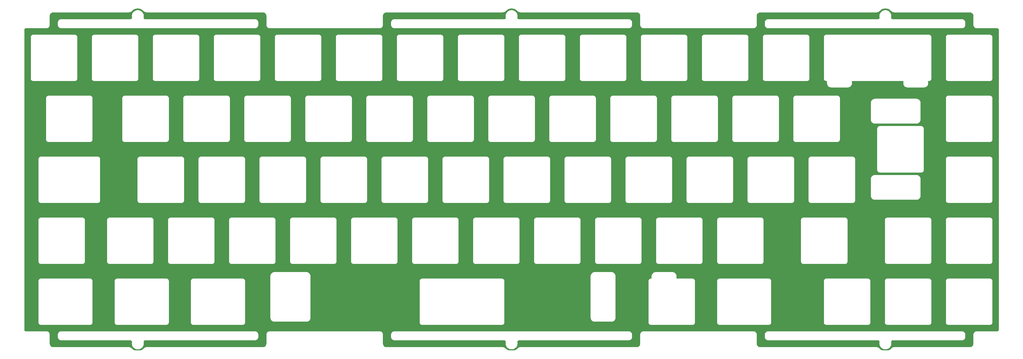
<source format=gbr>
%TF.GenerationSoftware,Altium Limited,Altium Designer,21.6.4 (81)*%
G04 Layer_Physical_Order=1*
G04 Layer_Color=255*
%FSLAX45Y45*%
%MOMM*%
%TF.SameCoordinates,04F12F75-4F8B-4F25-9211-7CF3C9368DE0*%
%TF.FilePolarity,Positive*%
%TF.FileFunction,Copper,L1,Top,Signal*%
%TF.Part,Single*%
G01*
G75*
G36*
X26961038Y13032489D02*
X27007556Y13017751D01*
X27050110Y12993872D01*
X27088928Y12960104D01*
X27088928Y12960103D01*
X27088931Y12960103D01*
X27108960Y12942680D01*
X27111264Y12941364D01*
X27113281Y12939638D01*
X27136429Y12926646D01*
X27138953Y12925824D01*
X27141281Y12924544D01*
X27166586Y12916525D01*
X27169226Y12916232D01*
X27171765Y12915453D01*
X27198169Y12912743D01*
X27199500Y12912868D01*
X27200812Y12912607D01*
X29556046D01*
X29580630Y12909837D01*
X29602597Y12902150D01*
X29622305Y12889767D01*
X29638763Y12873308D01*
X29651147Y12853601D01*
X29658832Y12831631D01*
X29661603Y12807048D01*
Y12523503D01*
X29661890Y12522064D01*
X29661765Y12520603D01*
X29663708Y12503359D01*
X29664594Y12500586D01*
X29664999Y12497704D01*
X29670731Y12481324D01*
X29672211Y12478817D01*
X29673248Y12476099D01*
X29682480Y12461405D01*
X29684479Y12459291D01*
X29686096Y12456871D01*
X29698367Y12444600D01*
X29700787Y12442983D01*
X29702902Y12440984D01*
X29717596Y12431751D01*
X29720316Y12430713D01*
X29722821Y12429235D01*
X29739200Y12423503D01*
X29742084Y12423096D01*
X29744855Y12422212D01*
X29762100Y12420270D01*
X29763562Y12420393D01*
X29764999Y12420107D01*
X30401044D01*
X30413947Y12418653D01*
X30424817Y12414849D01*
X30434573Y12408720D01*
X30442719Y12400575D01*
X30448846Y12390822D01*
X30452652Y12379949D01*
X30454105Y12367049D01*
Y2999956D01*
X30452652Y2987057D01*
X30448846Y2976184D01*
X30442719Y2966431D01*
X30434570Y2958285D01*
X30424820Y2952157D01*
X30413947Y2948353D01*
X30401044Y2946899D01*
X29764999D01*
X29763562Y2946613D01*
X29762100Y2946736D01*
X29744855Y2944793D01*
X29742084Y2943910D01*
X29739200Y2943503D01*
X29722821Y2937771D01*
X29720316Y2936293D01*
X29717596Y2935255D01*
X29702902Y2926022D01*
X29700787Y2924023D01*
X29698367Y2922406D01*
X29686096Y2910135D01*
X29684479Y2907716D01*
X29682480Y2905601D01*
X29673248Y2890907D01*
X29672208Y2888187D01*
X29670731Y2885680D01*
X29665002Y2869299D01*
X29664594Y2866420D01*
X29663712Y2863650D01*
X29661765Y2846405D01*
X29661890Y2844942D01*
X29661603Y2843503D01*
Y2559958D01*
X29658832Y2535374D01*
X29651147Y2513404D01*
X29638763Y2493697D01*
X29622308Y2477239D01*
X29602597Y2464856D01*
X29580630Y2457169D01*
X29556046Y2454399D01*
X27200815Y2454399D01*
X27199503Y2454138D01*
X27198172Y2454264D01*
X27171765Y2451553D01*
X27169226Y2450772D01*
X27166586Y2450479D01*
X27141281Y2442462D01*
X27138956Y2441181D01*
X27136429Y2440359D01*
X27113281Y2427369D01*
X27111264Y2425642D01*
X27108957Y2424323D01*
X27088931Y2406901D01*
X27088931Y2406901D01*
X27050110Y2373133D01*
X27007993Y2349500D01*
X26817007D01*
X26774890Y2373133D01*
X26736072Y2406901D01*
X26716043Y2424323D01*
X26713739Y2425642D01*
X26711719Y2427369D01*
X26688568Y2440359D01*
X26686044Y2441182D01*
X26683719Y2442462D01*
X26658414Y2450479D01*
X26655774Y2450772D01*
X26653235Y2451553D01*
X26626831Y2454264D01*
X26625500Y2454138D01*
X26624188Y2454399D01*
X23001456Y2454399D01*
X22976872Y2457169D01*
X22954903Y2464856D01*
X22935194Y2477239D01*
X22918736Y2493697D01*
X22906354Y2513405D01*
X22898665Y2535374D01*
X22895895Y2559957D01*
Y2843502D01*
X22895610Y2844940D01*
X22895734Y2846401D01*
X22893790Y2863646D01*
X22892908Y2866418D01*
X22892500Y2869301D01*
X22886768Y2885682D01*
X22885291Y2888187D01*
X22884253Y2890904D01*
X22875021Y2905598D01*
X22873021Y2907715D01*
X22871404Y2910136D01*
X22859129Y2922407D01*
X22856712Y2924022D01*
X22854597Y2926021D01*
X22839905Y2935254D01*
X22837186Y2936292D01*
X22834680Y2937770D01*
X22818300Y2943502D01*
X22815419Y2943909D01*
X22812646Y2944793D01*
X22795401Y2946736D01*
X22793939Y2946613D01*
X22792500Y2946899D01*
X19360001Y2946898D01*
X19358562Y2946612D01*
X19357100Y2946735D01*
X19339854Y2944792D01*
X19337082Y2943909D01*
X19334201Y2943502D01*
X19317821Y2937770D01*
X19315315Y2936292D01*
X19312598Y2935254D01*
X19297902Y2926021D01*
X19295787Y2924022D01*
X19293367Y2922405D01*
X19281096Y2910134D01*
X19279478Y2907713D01*
X19277480Y2905598D01*
X19268248Y2890904D01*
X19267210Y2888187D01*
X19265733Y2885681D01*
X19260001Y2869301D01*
X19259595Y2866420D01*
X19258711Y2863649D01*
X19256766Y2846404D01*
X19256889Y2844941D01*
X19256602Y2843502D01*
Y2559957D01*
X19253833Y2535373D01*
X19246147Y2513403D01*
X19233765Y2493696D01*
X19217307Y2477238D01*
X19197598Y2464855D01*
X19175629Y2457168D01*
X19151047Y2454398D01*
X15528314Y2454398D01*
X15527002Y2454137D01*
X15525670Y2454263D01*
X15499265Y2451552D01*
X15496727Y2450771D01*
X15494087Y2450478D01*
X15468782Y2442461D01*
X15466455Y2441181D01*
X15463930Y2440358D01*
X15440782Y2427368D01*
X15438763Y2425641D01*
X15436459Y2424323D01*
X15416431Y2406901D01*
X15377609Y2373132D01*
X15335497Y2349500D01*
X15144504D01*
X15102391Y2373132D01*
X15063571Y2406901D01*
D01*
X15063571Y2406901D01*
X15043542Y2424323D01*
X15041237Y2425641D01*
X15039220Y2427368D01*
X15016071Y2440358D01*
X15013547Y2441181D01*
X15011218Y2442461D01*
X14985915Y2450478D01*
X14983275Y2450771D01*
X14980736Y2451552D01*
X14954330Y2454263D01*
X14952998Y2454137D01*
X14951688Y2454398D01*
X11328955Y2454398D01*
X11304371Y2457168D01*
X11282402Y2464855D01*
X11262695Y2477237D01*
X11246237Y2493696D01*
X11233854Y2513403D01*
X11226167Y2535373D01*
X11223397Y2559956D01*
Y2843501D01*
X11223111Y2844940D01*
X11223234Y2846402D01*
X11221290Y2863647D01*
X11220407Y2866419D01*
X11220000Y2869299D01*
X11214269Y2885680D01*
X11212790Y2888187D01*
X11211753Y2890905D01*
X11202519Y2905599D01*
X11200520Y2907714D01*
X11198904Y2910133D01*
X11186633Y2922404D01*
X11184213Y2924021D01*
X11182099Y2926020D01*
X11167405Y2935253D01*
X11164686Y2936291D01*
X11162179Y2937770D01*
X11145799Y2943501D01*
X11142917Y2943908D01*
X11140145Y2944792D01*
X11122900Y2946735D01*
X11121439Y2946612D01*
X11120000Y2946898D01*
X7687500Y2946897D01*
X7686062Y2946611D01*
X7684601Y2946734D01*
X7667356Y2944791D01*
X7664583Y2943907D01*
X7661701Y2943501D01*
X7645322Y2937769D01*
X7642816Y2936291D01*
X7640096Y2935253D01*
X7625402Y2926020D01*
X7623288Y2924021D01*
X7620869Y2922404D01*
X7608597Y2910133D01*
X7606981Y2907714D01*
X7604981Y2905598D01*
X7595748Y2890904D01*
X7594711Y2888186D01*
X7593232Y2885680D01*
X7587500Y2869299D01*
X7587094Y2866418D01*
X7586210Y2863646D01*
X7584267Y2846400D01*
X7584390Y2844939D01*
X7584104Y2843501D01*
Y2559956D01*
X7581334Y2535372D01*
X7573647Y2513404D01*
X7561264Y2493695D01*
X7544805Y2477237D01*
X7525099Y2464854D01*
X7503129Y2457167D01*
X7478546Y2454397D01*
X3855814Y2454397D01*
X3854502Y2454136D01*
X3853170Y2454262D01*
X3826764Y2451551D01*
X3824226Y2450770D01*
X3821586Y2450477D01*
X3796282Y2442460D01*
X3793956Y2441180D01*
X3791431Y2440357D01*
X3768282Y2427367D01*
X3766263Y2425640D01*
X3763958Y2424321D01*
X3743931Y2406900D01*
X3743931D01*
X3705110Y2373131D01*
X3662999Y2349500D01*
X3472003D01*
X3429892Y2373131D01*
X3391071Y2406900D01*
D01*
X3391070Y2406900D01*
X3371042Y2424322D01*
X3368737Y2425640D01*
X3366719Y2427367D01*
X3343571Y2440357D01*
X3341046Y2441179D01*
X3338719Y2442460D01*
X3313415Y2450477D01*
X3310775Y2450770D01*
X3308237Y2451551D01*
X3281830Y2454262D01*
X3280499Y2454136D01*
X3279186Y2454397D01*
X923955Y2454397D01*
X899372Y2457167D01*
X877402Y2464854D01*
X857696Y2477236D01*
X841237Y2493695D01*
X828854Y2513402D01*
X821167Y2535372D01*
X818397Y2559955D01*
Y2843500D01*
X818111Y2844939D01*
X818234Y2846401D01*
X816291Y2863646D01*
X815407Y2866418D01*
X815000Y2869298D01*
X809269Y2885679D01*
X807791Y2888185D01*
X806753Y2890904D01*
X797520Y2905598D01*
X795521Y2907713D01*
X793904Y2910132D01*
X781633Y2922403D01*
X779213Y2924020D01*
X777099Y2926019D01*
X762403Y2935252D01*
X759685Y2936290D01*
X757179Y2937768D01*
X740799Y2943500D01*
X737918Y2943907D01*
X735145Y2944791D01*
X717900Y2946734D01*
X716439Y2946611D01*
X715000Y2946897D01*
X78956D01*
X66054Y2948350D01*
X55181Y2952154D01*
X45429Y2958283D01*
X37283Y2966428D01*
X31155Y2976182D01*
X27350Y2987054D01*
X25897Y2999954D01*
X25896Y12367047D01*
X27349Y12379946D01*
X31154Y12390819D01*
X37282Y12400572D01*
X45427Y12408717D01*
X55181Y12414846D01*
X66053Y12418651D01*
X78953Y12420104D01*
X714999D01*
X716438Y12420390D01*
X717900Y12420266D01*
X735145Y12422210D01*
X737917Y12423094D01*
X740798Y12423500D01*
X757178Y12429232D01*
X759684Y12430710D01*
X762402Y12431748D01*
X777098Y12440981D01*
X779212Y12442980D01*
X781632Y12444597D01*
X793903Y12456868D01*
X795519Y12459287D01*
X797518Y12461402D01*
X806752Y12476096D01*
X807790Y12478815D01*
X809268Y12481322D01*
X815000Y12497702D01*
X815406Y12500583D01*
X816290Y12503355D01*
X818233Y12520600D01*
X818110Y12522062D01*
X818396Y12523500D01*
Y12807045D01*
X821166Y12831628D01*
X828853Y12853600D01*
X841236Y12873305D01*
X857694Y12889764D01*
X877401Y12902145D01*
X899371Y12909834D01*
X923954Y12912604D01*
X3279185D01*
X3280498Y12912865D01*
X3281830Y12912740D01*
X3308236Y12915450D01*
X3310774Y12916231D01*
X3313414Y12916524D01*
X3338718Y12924541D01*
X3341044Y12925821D01*
X3343569Y12926643D01*
X3366717Y12939635D01*
X3368736Y12941360D01*
X3371041Y12942679D01*
X3391069Y12960101D01*
D01*
X3429891Y12993871D01*
X3472443Y13017747D01*
X3518960Y13032486D01*
X3567500Y13037468D01*
X3616040Y13032487D01*
X3662556Y13017749D01*
X3705109Y12993871D01*
X3743930Y12960101D01*
X3763957Y12942680D01*
X3766262Y12941360D01*
X3768280Y12939635D01*
X3791430Y12926643D01*
X3793954Y12925822D01*
X3796281Y12924541D01*
X3821585Y12916524D01*
X3824225Y12916231D01*
X3826764Y12915450D01*
X3853169Y12912740D01*
X3854501Y12912866D01*
X3855813Y12912605D01*
X7478545D01*
X7503128Y12909834D01*
X7525098Y12902147D01*
X7544804Y12889764D01*
X7561263Y12873306D01*
X7573646Y12853600D01*
X7581333Y12831630D01*
X7584103Y12807047D01*
Y12523500D01*
X7584389Y12522062D01*
X7584266Y12520601D01*
X7586209Y12503356D01*
X7587093Y12500584D01*
X7587499Y12497703D01*
X7593231Y12481322D01*
X7594710Y12478816D01*
X7595747Y12476097D01*
X7604980Y12461403D01*
X7606979Y12459289D01*
X7608596Y12456868D01*
X7620868Y12444598D01*
X7623287Y12442982D01*
X7625401Y12440982D01*
X7640095Y12431749D01*
X7642814Y12430711D01*
X7645320Y12429233D01*
X7661700Y12423501D01*
X7664582Y12423094D01*
X7667355Y12422210D01*
X7684601Y12420268D01*
X7686061Y12420391D01*
X7687499Y12420105D01*
X11120000D01*
X11121439Y12420391D01*
X11122901Y12420268D01*
X11140145Y12422211D01*
X11142917Y12423095D01*
X11145797Y12423501D01*
X11162178Y12429232D01*
X11164685Y12430711D01*
X11167404Y12431749D01*
X11182098Y12440982D01*
X11184212Y12442981D01*
X11186632Y12444598D01*
X11198903Y12456869D01*
X11200519Y12459288D01*
X11202518Y12461403D01*
X11211752Y12476097D01*
X11212789Y12478815D01*
X11214268Y12481321D01*
X11220000Y12497702D01*
X11220407Y12500585D01*
X11221290Y12503357D01*
X11223233Y12520603D01*
X11223110Y12522063D01*
X11223396Y12523501D01*
Y12807047D01*
X11226166Y12831630D01*
X11233853Y12853600D01*
X11246235Y12873306D01*
X11262695Y12889764D01*
X11282402Y12902148D01*
X11304371Y12909834D01*
X11328954Y12912605D01*
X14951686D01*
X14952998Y12912866D01*
X14954330Y12912740D01*
X14980736Y12915451D01*
X14983273Y12916232D01*
X14985913Y12916525D01*
X15011218Y12924542D01*
X15013544Y12925822D01*
X15016071Y12926645D01*
X15039218Y12939635D01*
X15041235Y12941360D01*
X15043542Y12942680D01*
X15063570Y12960101D01*
D01*
X15102390Y12993871D01*
X15144943Y13017751D01*
X15191460Y13032487D01*
X15239999Y13037469D01*
X15288541Y13032487D01*
X15335056Y13017751D01*
X15377609Y12993871D01*
X15416429Y12960101D01*
X15416429D01*
X15416429Y12960101D01*
X15436458Y12942680D01*
X15438762Y12941362D01*
X15440781Y12939636D01*
X15463930Y12926646D01*
X15466454Y12925822D01*
X15468781Y12924542D01*
X15494086Y12916525D01*
X15496725Y12916232D01*
X15499265Y12915451D01*
X15525670Y12912741D01*
X15527000Y12912868D01*
X15528313Y12912605D01*
X19151047D01*
X19175629Y12909836D01*
X19197598Y12902148D01*
X19217303Y12889766D01*
X19233762Y12873306D01*
X19246146Y12853600D01*
X19253833Y12831630D01*
X19256602Y12807047D01*
Y12523501D01*
X19256889Y12522063D01*
X19256766Y12520602D01*
X19258708Y12503358D01*
X19259592Y12500585D01*
X19259999Y12497703D01*
X19265730Y12481323D01*
X19267210Y12478816D01*
X19268246Y12476098D01*
X19277481Y12461404D01*
X19279480Y12459290D01*
X19281096Y12456870D01*
X19293367Y12444599D01*
X19295787Y12442982D01*
X19297902Y12440983D01*
X19312598Y12431750D01*
X19315315Y12430712D01*
X19317821Y12429234D01*
X19334200Y12423502D01*
X19337082Y12423095D01*
X19339856Y12422211D01*
X19357101Y12420269D01*
X19358562Y12420392D01*
X19360001Y12420106D01*
X22792499D01*
X22793938Y12420392D01*
X22795399Y12420269D01*
X22812645Y12422212D01*
X22815417Y12423096D01*
X22818297Y12423502D01*
X22834679Y12429233D01*
X22837186Y12430712D01*
X22839905Y12431751D01*
X22854597Y12440984D01*
X22856712Y12442982D01*
X22859132Y12444599D01*
X22871404Y12456870D01*
X22873019Y12459289D01*
X22875018Y12461404D01*
X22884251Y12476098D01*
X22885289Y12478816D01*
X22886768Y12481323D01*
X22892500Y12497703D01*
X22892908Y12500586D01*
X22893790Y12503358D01*
X22895734Y12520604D01*
X22895610Y12522064D01*
X22895895Y12523503D01*
Y12807047D01*
X22898666Y12831631D01*
X22906354Y12853600D01*
X22918736Y12873308D01*
X22935194Y12889766D01*
X22954901Y12902148D01*
X22976871Y12909836D01*
X23001453Y12912605D01*
X26624188D01*
X26625500Y12912868D01*
X26626831Y12912741D01*
X26653238Y12915453D01*
X26655774Y12916232D01*
X26658414Y12916525D01*
X26683719Y12924544D01*
X26686044Y12925824D01*
X26688568Y12926646D01*
X26711719Y12939636D01*
X26713736Y12941362D01*
X26716043Y12942682D01*
X26736069Y12960104D01*
X26736069Y12960104D01*
X26774890Y12993872D01*
X26817444Y13017751D01*
X26863959Y13032487D01*
X26912500Y13037469D01*
X26961038Y13032489D01*
D02*
G37*
%LPC*%
G36*
X26929150Y12983533D02*
X26895850D01*
X26893195Y12983005D01*
X26890491Y12982971D01*
X26857913Y12976079D01*
X26855426Y12975014D01*
X26852786Y12974422D01*
X26822339Y12960934D01*
X26820126Y12959377D01*
X26817664Y12958250D01*
X26790671Y12938756D01*
X26788831Y12936774D01*
X26786655Y12935162D01*
X26764282Y12910503D01*
X26762888Y12908182D01*
X26761096Y12906155D01*
X26744308Y12877399D01*
X26743427Y12874840D01*
X26742090Y12872485D01*
X26731622Y12840877D01*
X26731287Y12838193D01*
X26730469Y12835614D01*
X26726767Y12802522D01*
X26726996Y12799826D01*
X26726727Y12797132D01*
X26729950Y12764066D01*
X26731232Y12749965D01*
X26729745Y12738690D01*
X26725821Y12728016D01*
X26719647Y12718469D01*
X26711523Y12710507D01*
X26701849Y12704526D01*
X26691101Y12700816D01*
X26678363Y12699399D01*
X23252899D01*
X23251460Y12699113D01*
X23250000Y12699236D01*
X23232755Y12697294D01*
X23229980Y12696410D01*
X23227100Y12696003D01*
X23210719Y12690271D01*
X23208215Y12688793D01*
X23205498Y12687756D01*
X23190800Y12678524D01*
X23188686Y12676524D01*
X23186266Y12674906D01*
X23173994Y12662634D01*
X23172379Y12660215D01*
X23170380Y12658101D01*
X23161147Y12643407D01*
X23160107Y12640687D01*
X23158629Y12638179D01*
X23152899Y12621799D01*
X23152492Y12618920D01*
X23151608Y12616150D01*
X23149664Y12598904D01*
X23149788Y12597442D01*
X23149501Y12596002D01*
Y12523503D01*
X23149788Y12522063D01*
X23149664Y12520601D01*
X23151608Y12503355D01*
X23152492Y12500585D01*
X23152898Y12497706D01*
X23158629Y12481325D01*
X23160107Y12478817D01*
X23161147Y12476097D01*
X23170380Y12461403D01*
X23172379Y12459289D01*
X23173994Y12456869D01*
X23186266Y12444598D01*
X23188686Y12442981D01*
X23190800Y12440982D01*
X23205496Y12431749D01*
X23208214Y12430711D01*
X23210721Y12429232D01*
X23227101Y12423501D01*
X23229980Y12423095D01*
X23232753Y12422211D01*
X23249998Y12420267D01*
X23251460Y12420390D01*
X23252899Y12420104D01*
X29304599Y12420105D01*
X29306039Y12420391D01*
X29307498Y12420268D01*
X29324744Y12422211D01*
X29327518Y12423095D01*
X29330399Y12423502D01*
X29346780Y12429234D01*
X29349286Y12430712D01*
X29352002Y12431750D01*
X29366699Y12440983D01*
X29368814Y12442982D01*
X29371234Y12444599D01*
X29383505Y12456870D01*
X29385120Y12459290D01*
X29387119Y12461404D01*
X29396353Y12476098D01*
X29397391Y12478818D01*
X29398871Y12481326D01*
X29404602Y12497707D01*
X29405008Y12500586D01*
X29405890Y12503356D01*
X29407834Y12520601D01*
X29407712Y12522063D01*
X29407999Y12523503D01*
Y12596003D01*
X29407712Y12597443D01*
X29407834Y12598905D01*
X29405890Y12616150D01*
X29405008Y12618919D01*
X29404602Y12621799D01*
X29398871Y12638180D01*
X29397391Y12640688D01*
X29396353Y12643408D01*
X29387119Y12658102D01*
X29385120Y12660216D01*
X29383505Y12662636D01*
X29371234Y12674907D01*
X29368814Y12676524D01*
X29366699Y12678523D01*
X29352002Y12687756D01*
X29349286Y12688794D01*
X29346780Y12690272D01*
X29330399Y12696004D01*
X29327518Y12696411D01*
X29324744Y12697295D01*
X29307498Y12699237D01*
X29306039Y12699114D01*
X29304599Y12699400D01*
X27146637D01*
X27133899Y12700817D01*
X27123148Y12704527D01*
X27113477Y12710507D01*
X27105353Y12718468D01*
X27099179Y12728018D01*
X27095255Y12738690D01*
X27093768Y12749966D01*
X27095056Y12764109D01*
X27098273Y12797133D01*
X27098004Y12799827D01*
X27098233Y12802524D01*
X27094531Y12835616D01*
X27093713Y12838193D01*
X27093378Y12840878D01*
X27082910Y12872485D01*
X27081573Y12874841D01*
X27080692Y12877399D01*
X27063904Y12906157D01*
X27062112Y12908183D01*
X27060718Y12910504D01*
X27038345Y12935164D01*
X27036169Y12936774D01*
X27034326Y12938756D01*
X27007333Y12958250D01*
X27004871Y12959377D01*
X27002658Y12960934D01*
X26972217Y12974422D01*
X26969574Y12975014D01*
X26967087Y12976079D01*
X26934509Y12982971D01*
X26931802Y12983005D01*
X26929150Y12983533D01*
D02*
G37*
G36*
X15256647Y12983531D02*
X15223351Y12983530D01*
X15220695Y12983002D01*
X15217992Y12982970D01*
X15185414Y12976077D01*
X15182925Y12975012D01*
X15180286Y12974419D01*
X15149841Y12960934D01*
X15147627Y12959377D01*
X15145168Y12958250D01*
X15118173Y12938754D01*
X15116330Y12936774D01*
X15114156Y12935162D01*
X15091782Y12910503D01*
X15090388Y12908182D01*
X15088596Y12906155D01*
X15071809Y12877397D01*
X15070927Y12874840D01*
X15069591Y12872485D01*
X15059122Y12840875D01*
X15058788Y12838190D01*
X15057968Y12835612D01*
X15054266Y12802521D01*
X15054495Y12799825D01*
X15054228Y12797131D01*
X15057449Y12764065D01*
X15058731Y12749964D01*
X15057245Y12738690D01*
X15053320Y12728015D01*
X15047147Y12718467D01*
X15039023Y12710506D01*
X15029350Y12704525D01*
X15018600Y12700815D01*
X15005862Y12699398D01*
X11580399D01*
X11578961Y12699112D01*
X11577501Y12699235D01*
X11560255Y12697293D01*
X11557482Y12696409D01*
X11554600Y12696002D01*
X11538220Y12690270D01*
X11535714Y12688792D01*
X11532996Y12687754D01*
X11518302Y12678522D01*
X11516187Y12676523D01*
X11513767Y12674906D01*
X11501495Y12662634D01*
X11499878Y12660213D01*
X11497879Y12658099D01*
X11488646Y12643404D01*
X11487609Y12640687D01*
X11486131Y12638181D01*
X11480399Y12621801D01*
X11479992Y12618919D01*
X11479108Y12616145D01*
X11477165Y12598900D01*
X11477288Y12597439D01*
X11477002Y12596001D01*
Y12523501D01*
X11477288Y12522063D01*
X11477165Y12520603D01*
X11479108Y12503357D01*
X11479992Y12500584D01*
X11480398Y12497702D01*
X11486131Y12481321D01*
X11487609Y12478815D01*
X11488646Y12476097D01*
X11497879Y12461403D01*
X11499878Y12459288D01*
X11501496Y12456867D01*
X11513768Y12444596D01*
X11516187Y12442980D01*
X11518301Y12440981D01*
X11532995Y12431748D01*
X11535714Y12430710D01*
X11538221Y12429231D01*
X11554601Y12423500D01*
X11557481Y12423094D01*
X11560253Y12422210D01*
X11577499Y12420266D01*
X11578961Y12420389D01*
X11580399Y12420103D01*
X18899599Y12420104D01*
X18901038Y12420390D01*
X18902498Y12420267D01*
X18919743Y12422210D01*
X18922517Y12423094D01*
X18925398Y12423501D01*
X18941779Y12429233D01*
X18944286Y12430711D01*
X18947003Y12431749D01*
X18961697Y12440982D01*
X18963812Y12442981D01*
X18966232Y12444598D01*
X18978503Y12456869D01*
X18980121Y12459289D01*
X18982120Y12461403D01*
X18991353Y12476097D01*
X18992390Y12478815D01*
X18993869Y12481322D01*
X18999602Y12497703D01*
X19000008Y12500586D01*
X19000893Y12503358D01*
X19002835Y12520603D01*
X19002711Y12522063D01*
X19002998Y12523501D01*
Y12596002D01*
X19002711Y12597440D01*
X19002835Y12598901D01*
X19000893Y12616146D01*
X19000008Y12618918D01*
X18999602Y12621801D01*
X18993869Y12638182D01*
X18992390Y12640689D01*
X18991353Y12643407D01*
X18982120Y12658101D01*
X18980121Y12660215D01*
X18978503Y12662635D01*
X18966232Y12674906D01*
X18963812Y12676523D01*
X18961697Y12678522D01*
X18947003Y12687755D01*
X18944286Y12688793D01*
X18941779Y12690271D01*
X18925398Y12696003D01*
X18922517Y12696410D01*
X18919743Y12697294D01*
X18902498Y12699236D01*
X18901038Y12699113D01*
X18899599Y12699399D01*
X15474136D01*
X15461398Y12700816D01*
X15450648Y12704526D01*
X15440976Y12710506D01*
X15432854Y12718467D01*
X15426678Y12728017D01*
X15422754Y12738689D01*
X15421269Y12749966D01*
X15422552Y12764088D01*
X15425771Y12797132D01*
X15425504Y12799826D01*
X15425732Y12802522D01*
X15422031Y12835612D01*
X15421211Y12838191D01*
X15420879Y12840877D01*
X15410410Y12872485D01*
X15409073Y12874840D01*
X15408191Y12877399D01*
X15391406Y12906155D01*
X15389610Y12908182D01*
X15388219Y12910504D01*
X15365843Y12935162D01*
X15363667Y12936774D01*
X15361826Y12938754D01*
X15334831Y12958250D01*
X15332372Y12959377D01*
X15330159Y12960934D01*
X15299715Y12974420D01*
X15297073Y12975014D01*
X15294585Y12976077D01*
X15262009Y12982970D01*
X15259302Y12983003D01*
X15256647Y12983531D01*
D02*
G37*
G36*
X3584149Y12983530D02*
X3550850D01*
X3548196Y12983002D01*
X3545490Y12982968D01*
X3512913Y12976076D01*
X3510426Y12975011D01*
X3507785Y12974419D01*
X3477341Y12960933D01*
X3475127Y12959375D01*
X3472666Y12958249D01*
X3445672Y12938754D01*
X3443830Y12936772D01*
X3441655Y12935161D01*
X3419281Y12910501D01*
X3417888Y12908180D01*
X3416095Y12906154D01*
X3399308Y12877396D01*
X3398426Y12874838D01*
X3397090Y12872484D01*
X3386620Y12840875D01*
X3386287Y12838190D01*
X3385467Y12835611D01*
X3381766Y12802521D01*
X3381996Y12799824D01*
X3381727Y12797130D01*
X3384949Y12764064D01*
X3386230Y12749963D01*
X3384745Y12738688D01*
X3380820Y12728014D01*
X3374647Y12718467D01*
X3366523Y12710505D01*
X3356850Y12704523D01*
X3346100Y12700814D01*
X3333363Y12699397D01*
X1175400D01*
X1173962Y12699111D01*
X1172501Y12699234D01*
X1155255Y12697292D01*
X1152482Y12696408D01*
X1149600Y12696001D01*
X1133219Y12690269D01*
X1130713Y12688790D01*
X1127996Y12687753D01*
X1113301Y12678521D01*
X1111186Y12676522D01*
X1108766Y12674904D01*
X1096494Y12662632D01*
X1094878Y12660213D01*
X1092880Y12658099D01*
X1083646Y12643404D01*
X1082609Y12640686D01*
X1081130Y12638179D01*
X1075398Y12621799D01*
X1074992Y12618919D01*
X1074108Y12616146D01*
X1072164Y12598901D01*
X1072288Y12597439D01*
X1072002Y12596000D01*
Y12523500D01*
X1072288Y12522062D01*
X1072164Y12520600D01*
X1074108Y12503354D01*
X1074992Y12500583D01*
X1075398Y12497702D01*
X1081129Y12481321D01*
X1082608Y12478814D01*
X1083646Y12476095D01*
X1092880Y12461401D01*
X1094879Y12459286D01*
X1096495Y12456867D01*
X1108766Y12444596D01*
X1111186Y12442979D01*
X1113300Y12440980D01*
X1127994Y12431747D01*
X1130713Y12430709D01*
X1133221Y12429230D01*
X1149602Y12423499D01*
X1152482Y12423092D01*
X1155254Y12422209D01*
X1172499Y12420265D01*
X1173961Y12420388D01*
X1175400Y12420102D01*
X7227100Y12420103D01*
X7228538Y12420389D01*
X7229999Y12420266D01*
X7247244Y12422209D01*
X7250016Y12423093D01*
X7252898Y12423499D01*
X7269280Y12429232D01*
X7271787Y12430710D01*
X7274504Y12431748D01*
X7289199Y12440981D01*
X7291313Y12442980D01*
X7293732Y12444597D01*
X7306004Y12456868D01*
X7307620Y12459288D01*
X7309619Y12461402D01*
X7318853Y12476096D01*
X7319890Y12478815D01*
X7321369Y12481322D01*
X7327101Y12497703D01*
X7327508Y12500584D01*
X7328391Y12503356D01*
X7330334Y12520601D01*
X7330211Y12522062D01*
X7330497Y12523500D01*
Y12596001D01*
X7330211Y12597439D01*
X7330334Y12598901D01*
X7328391Y12616145D01*
X7327508Y12618918D01*
X7327101Y12621799D01*
X7321369Y12638180D01*
X7319890Y12640687D01*
X7318853Y12643405D01*
X7309619Y12658100D01*
X7307620Y12660214D01*
X7306004Y12662634D01*
X7293732Y12674905D01*
X7291313Y12676521D01*
X7289199Y12678520D01*
X7274504Y12687754D01*
X7271787Y12688791D01*
X7269280Y12690270D01*
X7252899Y12696002D01*
X7250016Y12696409D01*
X7247244Y12697293D01*
X7229998Y12699235D01*
X7228538Y12699112D01*
X7227100Y12699398D01*
X3801636D01*
X3788899Y12700815D01*
X3778148Y12704525D01*
X3768477Y12710505D01*
X3760353Y12718466D01*
X3754178Y12728016D01*
X3750253Y12738688D01*
X3748769Y12749963D01*
X3750052Y12764084D01*
X3753271Y12797132D01*
X3753003Y12799825D01*
X3753232Y12802521D01*
X3749531Y12835612D01*
X3748712Y12838190D01*
X3748378Y12840875D01*
X3737909Y12872484D01*
X3736573Y12874838D01*
X3735691Y12877397D01*
X3718905Y12906155D01*
X3717111Y12908182D01*
X3715718Y12910503D01*
X3693344Y12935162D01*
X3691169Y12936774D01*
X3689327Y12938754D01*
X3662333Y12958249D01*
X3659872Y12959375D01*
X3657658Y12960933D01*
X3627213Y12974419D01*
X3624573Y12975011D01*
X3622085Y12976076D01*
X3589509Y12982968D01*
X3586803Y12983002D01*
X3584149Y12983530D01*
D02*
G37*
G36*
X30172498Y12219400D02*
X28882501D01*
X28881061Y12219114D01*
X28879602Y12219237D01*
X28867365Y12217859D01*
X28864590Y12216975D01*
X28861707Y12216568D01*
X28850082Y12212500D01*
X28847577Y12211022D01*
X28844858Y12209984D01*
X28834430Y12203432D01*
X28832315Y12201433D01*
X28829895Y12199816D01*
X28821188Y12191107D01*
X28819571Y12188688D01*
X28817572Y12186574D01*
X28811020Y12176146D01*
X28809982Y12173427D01*
X28808502Y12170920D01*
X28804434Y12159295D01*
X28804028Y12156412D01*
X28803143Y12153638D01*
X28801764Y12141399D01*
X28801889Y12139940D01*
X28801602Y12138503D01*
Y10848503D01*
X28801889Y10847065D01*
X28801764Y10845605D01*
X28803143Y10833367D01*
X28804028Y10830594D01*
X28804434Y10827710D01*
X28808502Y10816085D01*
X28809982Y10813578D01*
X28811020Y10810860D01*
X28817572Y10800431D01*
X28819571Y10798317D01*
X28821188Y10795897D01*
X28829898Y10787189D01*
X28832315Y10785573D01*
X28834430Y10783575D01*
X28844858Y10777022D01*
X28847577Y10775984D01*
X28850082Y10774505D01*
X28861707Y10770437D01*
X28864590Y10770030D01*
X28867365Y10769146D01*
X28879602Y10767768D01*
X28881061Y10767891D01*
X28882501Y10767605D01*
X30172498D01*
X30173938Y10767891D01*
X30175400Y10767768D01*
X30187640Y10769148D01*
X30190411Y10770031D01*
X30193289Y10770437D01*
X30204916Y10774504D01*
X30207422Y10775983D01*
X30210144Y10777022D01*
X30220572Y10783575D01*
X30222684Y10785573D01*
X30225104Y10787189D01*
X30233813Y10795897D01*
X30235428Y10798317D01*
X30237430Y10800432D01*
X30243982Y10810861D01*
X30245020Y10813581D01*
X30246500Y10816089D01*
X30250565Y10827713D01*
X30250970Y10830593D01*
X30251855Y10833363D01*
X30253235Y10845601D01*
X30253110Y10847063D01*
X30253397Y10848503D01*
Y12138503D01*
X30253110Y12139942D01*
X30253235Y12141404D01*
X30251855Y12153642D01*
X30250974Y12156412D01*
X30250565Y12159291D01*
X30246500Y12170916D01*
X30245020Y12173425D01*
X30243982Y12176146D01*
X30237427Y12186574D01*
X30235428Y12188688D01*
X30233813Y12191107D01*
X30225104Y12199816D01*
X30222684Y12201433D01*
X30220569Y12203432D01*
X30210141Y12209984D01*
X30207422Y12211022D01*
X30204916Y12212500D01*
X30193292Y12216568D01*
X30190411Y12216975D01*
X30187637Y12217859D01*
X30175400Y12219237D01*
X30173938Y12219114D01*
X30172498Y12219400D01*
D02*
G37*
G36*
X28267499D02*
X25072501D01*
X25071062Y12219114D01*
X25069598Y12219237D01*
X25057361Y12217857D01*
X25054588Y12216974D01*
X25051711Y12216568D01*
X25040085Y12212501D01*
X25037578Y12211022D01*
X25034857Y12209983D01*
X25024429Y12203430D01*
X25022314Y12201432D01*
X25019897Y12199816D01*
X25011188Y12191108D01*
X25009570Y12188688D01*
X25007571Y12186573D01*
X25001018Y12176144D01*
X24999982Y12173426D01*
X24998502Y12170920D01*
X24994434Y12159296D01*
X24994028Y12156412D01*
X24993143Y12153638D01*
X24991765Y12141399D01*
X24991888Y12139940D01*
X24991603Y12138503D01*
Y10848503D01*
X24991888Y10847065D01*
X24991765Y10845605D01*
X24993143Y10833367D01*
X24994028Y10830594D01*
X24994434Y10827710D01*
X24998502Y10816085D01*
X24999982Y10813578D01*
X25001019Y10810860D01*
X25007571Y10800431D01*
X25009570Y10798317D01*
X25011188Y10795898D01*
X25019896Y10787189D01*
X25022316Y10785572D01*
X25024431Y10783573D01*
X25034859Y10777021D01*
X25037576Y10775984D01*
X25040083Y10774505D01*
X25051707Y10770437D01*
X25054590Y10770030D01*
X25057362Y10769146D01*
X25069601Y10767768D01*
X25071062Y10767891D01*
X25072501Y10767605D01*
X25087920D01*
X25089696Y10767405D01*
X25089999Y10767299D01*
X25090269Y10767128D01*
X25090498Y10766900D01*
X25090669Y10766628D01*
X25090778Y10766319D01*
X25090977Y10764546D01*
Y10698502D01*
X25091264Y10697065D01*
X25091141Y10695604D01*
X25093771Y10672239D01*
X25094656Y10669466D01*
X25095062Y10666583D01*
X25102829Y10644391D01*
X25104308Y10641885D01*
X25105345Y10639167D01*
X25117854Y10619258D01*
X25119853Y10617144D01*
X25121471Y10614724D01*
X25138097Y10598098D01*
X25140515Y10596481D01*
X25142630Y10594482D01*
X25162540Y10581972D01*
X25165257Y10580934D01*
X25167764Y10579456D01*
X25189955Y10571691D01*
X25192838Y10571284D01*
X25195610Y10570401D01*
X25218974Y10567768D01*
X25220438Y10567891D01*
X25221875Y10567605D01*
X25736874D01*
X25738315Y10567891D01*
X25739774Y10567768D01*
X25763138Y10570401D01*
X25765912Y10571284D01*
X25768793Y10571691D01*
X25790985Y10579456D01*
X25793494Y10580935D01*
X25796213Y10581973D01*
X25816119Y10594483D01*
X25818234Y10596481D01*
X25820651Y10598097D01*
X25837280Y10614723D01*
X25838895Y10617142D01*
X25840897Y10619258D01*
X25853406Y10639167D01*
X25854443Y10641886D01*
X25855923Y10644393D01*
X25863687Y10666585D01*
X25864093Y10669465D01*
X25864975Y10672237D01*
X25867609Y10695602D01*
X25867487Y10697063D01*
X25867773Y10698502D01*
Y10764549D01*
X25867972Y10766323D01*
X25868076Y10766624D01*
X25868250Y10766900D01*
X25868481Y10767129D01*
X25868747Y10767298D01*
X25869052Y10767405D01*
X25870828Y10767605D01*
X27469171D01*
X27470947Y10767405D01*
X27471246Y10767300D01*
X27471521Y10767128D01*
X27471747Y10766900D01*
X27471918Y10766628D01*
X27472028Y10766319D01*
X27472229Y10764546D01*
Y10698502D01*
X27472513Y10697064D01*
X27472391Y10695604D01*
X27475021Y10672240D01*
X27475906Y10669468D01*
X27476312Y10666584D01*
X27484079Y10644391D01*
X27485556Y10641885D01*
X27486594Y10639167D01*
X27499103Y10619258D01*
X27501102Y10617144D01*
X27502719Y10614724D01*
X27519345Y10598098D01*
X27521765Y10596481D01*
X27523880Y10594482D01*
X27543790Y10581972D01*
X27546509Y10580934D01*
X27549014Y10579456D01*
X27571204Y10571691D01*
X27574088Y10571284D01*
X27576859Y10570401D01*
X27600226Y10567768D01*
X27601688Y10567891D01*
X27603125Y10567605D01*
X28118124D01*
X28119565Y10567891D01*
X28121024Y10567768D01*
X28144388Y10570401D01*
X28147162Y10571284D01*
X28150043Y10571691D01*
X28172235Y10579456D01*
X28174744Y10580935D01*
X28177463Y10581973D01*
X28197369Y10594483D01*
X28199484Y10596481D01*
X28201901Y10598097D01*
X28218530Y10614723D01*
X28220145Y10617142D01*
X28222147Y10619258D01*
X28234656Y10639167D01*
X28235693Y10641887D01*
X28237173Y10644393D01*
X28244937Y10666586D01*
X28245343Y10669467D01*
X28246225Y10672238D01*
X28248859Y10695602D01*
X28248737Y10697063D01*
X28249023Y10698502D01*
Y10764549D01*
X28249222Y10766323D01*
X28249326Y10766624D01*
X28249500Y10766900D01*
X28249731Y10767129D01*
X28250000Y10767299D01*
X28250302Y10767405D01*
X28252078Y10767605D01*
X28267499D01*
X28268939Y10767891D01*
X28270398Y10767768D01*
X28282635Y10769146D01*
X28285410Y10770030D01*
X28288293Y10770437D01*
X28299918Y10774505D01*
X28302423Y10775984D01*
X28305142Y10777022D01*
X28315570Y10783575D01*
X28317685Y10785573D01*
X28320102Y10787189D01*
X28328812Y10795897D01*
X28330429Y10798317D01*
X28332428Y10800431D01*
X28338980Y10810859D01*
X28340021Y10813580D01*
X28341498Y10816089D01*
X28345566Y10827714D01*
X28345972Y10830593D01*
X28346854Y10833363D01*
X28348233Y10845601D01*
X28348111Y10847063D01*
X28348398Y10848503D01*
Y12138503D01*
X28348111Y12139942D01*
X28348233Y12141404D01*
X28346854Y12153642D01*
X28345972Y12156412D01*
X28345566Y12159291D01*
X28341498Y12170916D01*
X28340021Y12173425D01*
X28338980Y12176146D01*
X28332428Y12186574D01*
X28330429Y12188688D01*
X28328812Y12191107D01*
X28320105Y12199816D01*
X28317685Y12201433D01*
X28315570Y12203432D01*
X28305142Y12209984D01*
X28302423Y12211022D01*
X28299918Y12212500D01*
X28288293Y12216568D01*
X28285410Y12216975D01*
X28282635Y12217859D01*
X28270398Y12219237D01*
X28268939Y12219114D01*
X28267499Y12219400D01*
D02*
G37*
G36*
X24457500D02*
X23167500D01*
X23166061Y12219114D01*
X23164600Y12219237D01*
X23152361Y12217857D01*
X23149590Y12216974D01*
X23146710Y12216568D01*
X23135085Y12212501D01*
X23132578Y12211022D01*
X23129857Y12209983D01*
X23119429Y12203430D01*
X23117316Y12201432D01*
X23114897Y12199816D01*
X23106187Y12191108D01*
X23104572Y12188688D01*
X23102571Y12186573D01*
X23096017Y12176144D01*
X23094981Y12173426D01*
X23093501Y12170920D01*
X23089433Y12159296D01*
X23089027Y12156412D01*
X23088142Y12153638D01*
X23086765Y12141399D01*
X23086890Y12139940D01*
X23086603Y12138503D01*
Y10848503D01*
X23086890Y10847065D01*
X23086765Y10845605D01*
X23088142Y10833367D01*
X23089027Y10830594D01*
X23089433Y10827710D01*
X23093501Y10816085D01*
X23094981Y10813578D01*
X23096019Y10810860D01*
X23102573Y10800431D01*
X23104572Y10798317D01*
X23106187Y10795898D01*
X23114896Y10787189D01*
X23117316Y10785572D01*
X23119431Y10783573D01*
X23129858Y10777021D01*
X23132578Y10775984D01*
X23135083Y10774505D01*
X23146709Y10770437D01*
X23149590Y10770030D01*
X23152364Y10769146D01*
X23164601Y10767768D01*
X23166061Y10767891D01*
X23167500Y10767605D01*
X24457500D01*
X24458939Y10767891D01*
X24460397Y10767768D01*
X24472636Y10769146D01*
X24475410Y10770030D01*
X24478291Y10770437D01*
X24489917Y10774505D01*
X24492424Y10775984D01*
X24495142Y10777021D01*
X24505569Y10783573D01*
X24507684Y10785572D01*
X24510104Y10787189D01*
X24518813Y10795898D01*
X24520428Y10798317D01*
X24522427Y10800431D01*
X24528981Y10810859D01*
X24530020Y10813580D01*
X24531499Y10816089D01*
X24535565Y10827714D01*
X24535973Y10830593D01*
X24536855Y10833363D01*
X24538234Y10845601D01*
X24538110Y10847063D01*
X24538397Y10848503D01*
Y12138503D01*
X24538110Y12139942D01*
X24538234Y12141404D01*
X24536855Y12153642D01*
X24535971Y12156413D01*
X24535565Y12159292D01*
X24531499Y12170916D01*
X24530020Y12173424D01*
X24528983Y12176144D01*
X24522429Y12186573D01*
X24520428Y12188688D01*
X24518813Y12191108D01*
X24510103Y12199816D01*
X24507684Y12201432D01*
X24505571Y12203430D01*
X24495143Y12209983D01*
X24492422Y12211022D01*
X24489915Y12212501D01*
X24478290Y12216568D01*
X24475410Y12216974D01*
X24472639Y12217857D01*
X24460400Y12219237D01*
X24458939Y12219114D01*
X24457500Y12219400D01*
D02*
G37*
G36*
X22552499D02*
X21262502D01*
X21261061Y12219114D01*
X21259599Y12219237D01*
X21247362Y12217857D01*
X21244589Y12216974D01*
X21241710Y12216568D01*
X21230086Y12212501D01*
X21227579Y12211022D01*
X21224857Y12209983D01*
X21214429Y12203430D01*
X21212315Y12201432D01*
X21209897Y12199816D01*
X21201189Y12191108D01*
X21199571Y12188688D01*
X21197571Y12186573D01*
X21191019Y12176144D01*
X21189981Y12173426D01*
X21188503Y12170920D01*
X21184435Y12159296D01*
X21184027Y12156412D01*
X21183144Y12153638D01*
X21181766Y12141399D01*
X21181889Y12139940D01*
X21181602Y12138503D01*
Y10848503D01*
X21181889Y10847065D01*
X21181766Y10845605D01*
X21183144Y10833367D01*
X21184027Y10830594D01*
X21184435Y10827710D01*
X21188503Y10816085D01*
X21189981Y10813578D01*
X21191019Y10810860D01*
X21197572Y10800431D01*
X21199571Y10798317D01*
X21201187Y10795898D01*
X21209895Y10787189D01*
X21212315Y10785572D01*
X21214432Y10783573D01*
X21224860Y10777021D01*
X21227577Y10775984D01*
X21230083Y10774505D01*
X21241708Y10770437D01*
X21244591Y10770030D01*
X21247363Y10769146D01*
X21259601Y10767768D01*
X21261063Y10767891D01*
X21262502Y10767605D01*
X22552499D01*
X22553938Y10767891D01*
X22555399Y10767768D01*
X22567638Y10769146D01*
X22570410Y10770030D01*
X22573293Y10770437D01*
X22584917Y10774505D01*
X22587424Y10775984D01*
X22590141Y10777021D01*
X22600569Y10783573D01*
X22602684Y10785572D01*
X22605104Y10787189D01*
X22613812Y10795898D01*
X22615430Y10798317D01*
X22617429Y10800431D01*
X22623981Y10810859D01*
X22625020Y10813580D01*
X22626498Y10816089D01*
X22630565Y10827714D01*
X22630972Y10830593D01*
X22631854Y10833363D01*
X22633234Y10845601D01*
X22633112Y10847063D01*
X22633397Y10848503D01*
Y12138503D01*
X22633112Y12139942D01*
X22633234Y12141404D01*
X22631854Y12153642D01*
X22630971Y12156413D01*
X22630565Y12159292D01*
X22626498Y12170916D01*
X22625020Y12173424D01*
X22623982Y12176144D01*
X22617429Y12186573D01*
X22615430Y12188688D01*
X22613812Y12191108D01*
X22605103Y12199816D01*
X22602684Y12201432D01*
X22600571Y12203430D01*
X22590143Y12209983D01*
X22587424Y12211022D01*
X22584915Y12212501D01*
X22573289Y12216568D01*
X22570412Y12216974D01*
X22567639Y12217857D01*
X22555402Y12219237D01*
X22553938Y12219114D01*
X22552499Y12219400D01*
D02*
G37*
G36*
X20647499Y12219399D02*
X19357501D01*
X19356062Y12219113D01*
X19354602Y12219236D01*
X19342363Y12217858D01*
X19339590Y12216974D01*
X19336708Y12216567D01*
X19325082Y12212499D01*
X19322575Y12211021D01*
X19319859Y12209983D01*
X19309431Y12203431D01*
X19307317Y12201432D01*
X19304897Y12199815D01*
X19296187Y12191106D01*
X19294571Y12188687D01*
X19292572Y12186573D01*
X19286018Y12176145D01*
X19284981Y12173426D01*
X19283502Y12170919D01*
X19279434Y12159294D01*
X19279027Y12156411D01*
X19278143Y12153637D01*
X19276765Y12141398D01*
X19276889Y12139939D01*
X19276604Y12138502D01*
Y10848502D01*
X19276889Y10847064D01*
X19276765Y10845604D01*
X19278143Y10833366D01*
X19279027Y10830592D01*
X19279434Y10827708D01*
X19283502Y10816084D01*
X19284979Y10813578D01*
X19286018Y10810860D01*
X19292570Y10800431D01*
X19294571Y10798316D01*
X19296188Y10795896D01*
X19304897Y10787188D01*
X19307317Y10785572D01*
X19309428Y10783574D01*
X19319856Y10777021D01*
X19322577Y10775982D01*
X19325085Y10774503D01*
X19336710Y10770436D01*
X19339589Y10770030D01*
X19342361Y10769147D01*
X19354599Y10767767D01*
X19356061Y10767890D01*
X19357501Y10767604D01*
X20647499D01*
X20648940Y10767890D01*
X20650401Y10767767D01*
X20662639Y10769147D01*
X20665411Y10770030D01*
X20668291Y10770436D01*
X20679915Y10774503D01*
X20682422Y10775982D01*
X20685143Y10777021D01*
X20695570Y10783574D01*
X20697685Y10785572D01*
X20700104Y10787188D01*
X20708812Y10795896D01*
X20710429Y10798316D01*
X20712428Y10800431D01*
X20718982Y10810860D01*
X20720020Y10813580D01*
X20721500Y10816088D01*
X20725565Y10827712D01*
X20725970Y10830591D01*
X20726854Y10833362D01*
X20728233Y10845600D01*
X20728111Y10847062D01*
X20728397Y10848502D01*
Y12138502D01*
X20728111Y12139941D01*
X20728233Y12141403D01*
X20726854Y12153641D01*
X20725972Y12156411D01*
X20725565Y12159290D01*
X20721500Y12170915D01*
X20720020Y12173424D01*
X20718980Y12176145D01*
X20712428Y12186573D01*
X20710429Y12188687D01*
X20708813Y12191106D01*
X20700104Y12199815D01*
X20697684Y12201432D01*
X20695569Y12203431D01*
X20685141Y12209983D01*
X20682423Y12211021D01*
X20679916Y12212499D01*
X20668292Y12216567D01*
X20665410Y12216974D01*
X20662637Y12217858D01*
X20650398Y12219236D01*
X20648938Y12219113D01*
X20647499Y12219399D01*
D02*
G37*
G36*
X18742499D02*
X17452501D01*
X17451062Y12219113D01*
X17449602Y12219236D01*
X17437363Y12217858D01*
X17434590Y12216974D01*
X17431708Y12216567D01*
X17420084Y12212499D01*
X17417577Y12211021D01*
X17414859Y12209983D01*
X17404431Y12203431D01*
X17402316Y12201432D01*
X17399896Y12199815D01*
X17391187Y12191106D01*
X17389571Y12188687D01*
X17387572Y12186573D01*
X17381020Y12176145D01*
X17379980Y12173426D01*
X17378502Y12170919D01*
X17374434Y12159294D01*
X17374026Y12156411D01*
X17373143Y12153637D01*
X17371765Y12141398D01*
X17371889Y12139939D01*
X17371603Y12138502D01*
Y10848502D01*
X17371889Y10847064D01*
X17371765Y10845604D01*
X17373143Y10833366D01*
X17374026Y10830593D01*
X17374434Y10827709D01*
X17378502Y10816084D01*
X17379980Y10813577D01*
X17381020Y10810858D01*
X17387572Y10800430D01*
X17389571Y10798316D01*
X17391188Y10795896D01*
X17399896Y10787188D01*
X17402316Y10785572D01*
X17404430Y10783574D01*
X17414857Y10777021D01*
X17417577Y10775983D01*
X17420084Y10774504D01*
X17431708Y10770436D01*
X17434590Y10770029D01*
X17437363Y10769145D01*
X17449602Y10767767D01*
X17451062Y10767890D01*
X17452501Y10767604D01*
X18742499D01*
X18743939Y10767890D01*
X18745401Y10767767D01*
X18757639Y10769147D01*
X18760411Y10770030D01*
X18763290Y10770436D01*
X18774915Y10774503D01*
X18777422Y10775982D01*
X18780144Y10777021D01*
X18790572Y10783574D01*
X18792685Y10785572D01*
X18795103Y10787188D01*
X18803812Y10795896D01*
X18805429Y10798316D01*
X18807430Y10800431D01*
X18813982Y10810860D01*
X18815021Y10813580D01*
X18816499Y10816088D01*
X18820564Y10827712D01*
X18820972Y10830591D01*
X18821854Y10833362D01*
X18823235Y10845600D01*
X18823111Y10847062D01*
X18823396Y10848502D01*
Y12138502D01*
X18823111Y12139941D01*
X18823235Y12141403D01*
X18821854Y12153641D01*
X18820972Y12156411D01*
X18820564Y12159290D01*
X18816499Y12170915D01*
X18815021Y12173424D01*
X18813982Y12176145D01*
X18807428Y12186573D01*
X18805429Y12188687D01*
X18803813Y12191106D01*
X18795103Y12199815D01*
X18792683Y12201432D01*
X18790569Y12203431D01*
X18780141Y12209983D01*
X18777423Y12211021D01*
X18774918Y12212499D01*
X18763292Y12216567D01*
X18760410Y12216974D01*
X18757637Y12217858D01*
X18745399Y12219236D01*
X18743938Y12219113D01*
X18742499Y12219399D01*
D02*
G37*
G36*
X16837498D02*
X15547501D01*
X15546062Y12219113D01*
X15544601Y12219236D01*
X15532362Y12217858D01*
X15529588Y12216974D01*
X15526707Y12216567D01*
X15515082Y12212499D01*
X15512575Y12211021D01*
X15509859Y12209983D01*
X15499429Y12203431D01*
X15497314Y12201431D01*
X15494894Y12199814D01*
X15486186Y12191105D01*
X15484570Y12188686D01*
X15482571Y12186573D01*
X15476019Y12176145D01*
X15474982Y12173426D01*
X15473502Y12170919D01*
X15469434Y12159294D01*
X15469028Y12156412D01*
X15468143Y12153639D01*
X15466765Y12141401D01*
X15466888Y12139940D01*
X15466602Y12138502D01*
Y10848502D01*
X15466888Y10847063D01*
X15466765Y10845603D01*
X15468143Y10833364D01*
X15469028Y10830591D01*
X15469434Y10827709D01*
X15473502Y10816084D01*
X15474982Y10813577D01*
X15476019Y10810858D01*
X15482571Y10800430D01*
X15484570Y10798316D01*
X15486188Y10795897D01*
X15494894Y10787189D01*
X15497314Y10785573D01*
X15499428Y10783574D01*
X15509856Y10777021D01*
X15512575Y10775983D01*
X15515082Y10774504D01*
X15526707Y10770436D01*
X15529588Y10770029D01*
X15532362Y10769145D01*
X15544600Y10767767D01*
X15546062Y10767890D01*
X15547501Y10767604D01*
X16837498D01*
X16838937Y10767890D01*
X16840398Y10767767D01*
X16852637Y10769145D01*
X16855409Y10770029D01*
X16858292Y10770436D01*
X16869917Y10774504D01*
X16872424Y10775983D01*
X16875143Y10777021D01*
X16885571Y10783574D01*
X16887685Y10785572D01*
X16890103Y10787188D01*
X16898811Y10795896D01*
X16900429Y10798317D01*
X16902429Y10800432D01*
X16908981Y10810860D01*
X16910019Y10813578D01*
X16911497Y10816084D01*
X16915565Y10827709D01*
X16915971Y10830591D01*
X16916856Y10833364D01*
X16918234Y10845602D01*
X16918111Y10847063D01*
X16918398Y10848502D01*
Y12138502D01*
X16918111Y12139940D01*
X16918234Y12141400D01*
X16916856Y12153639D01*
X16915971Y12156412D01*
X16915565Y12159294D01*
X16911497Y12170919D01*
X16910019Y12173426D01*
X16908981Y12176143D01*
X16902429Y12186572D01*
X16900430Y12188686D01*
X16898813Y12191106D01*
X16890105Y12199815D01*
X16887685Y12201432D01*
X16885568Y12203431D01*
X16875140Y12209983D01*
X16872423Y12211021D01*
X16869917Y12212499D01*
X16858292Y12216567D01*
X16855409Y12216974D01*
X16852637Y12217858D01*
X16840399Y12219236D01*
X16838937Y12219113D01*
X16837498Y12219399D01*
D02*
G37*
G36*
X14932500D02*
X13642500D01*
X13641060Y12219113D01*
X13639598Y12219236D01*
X13627361Y12217856D01*
X13624588Y12216973D01*
X13621709Y12216567D01*
X13610085Y12212500D01*
X13607578Y12211021D01*
X13604855Y12209982D01*
X13594427Y12203429D01*
X13592314Y12201431D01*
X13589896Y12199814D01*
X13581187Y12191106D01*
X13579570Y12188686D01*
X13577571Y12186572D01*
X13571017Y12176143D01*
X13569981Y12173425D01*
X13568501Y12170919D01*
X13564433Y12159295D01*
X13564027Y12156412D01*
X13563142Y12153639D01*
X13561765Y12141401D01*
X13561888Y12139940D01*
X13561601Y12138502D01*
Y10848502D01*
X13561888Y10847063D01*
X13561765Y10845603D01*
X13563142Y10833364D01*
X13564027Y10830591D01*
X13564433Y10827709D01*
X13568501Y10816084D01*
X13569981Y10813577D01*
X13571019Y10810858D01*
X13577573Y10800430D01*
X13579570Y10798316D01*
X13581186Y10795898D01*
X13589894Y10787189D01*
X13592316Y10785572D01*
X13594431Y10783572D01*
X13604858Y10777020D01*
X13607576Y10775983D01*
X13610081Y10774504D01*
X13621707Y10770436D01*
X13624590Y10770029D01*
X13627362Y10769145D01*
X13639600Y10767767D01*
X13641061Y10767890D01*
X13642500Y10767604D01*
X14932500D01*
X14933939Y10767890D01*
X14935397Y10767767D01*
X14947636Y10769145D01*
X14950410Y10770029D01*
X14953291Y10770436D01*
X14964917Y10774504D01*
X14967424Y10775983D01*
X14970142Y10777020D01*
X14980569Y10783572D01*
X14982684Y10785571D01*
X14985104Y10787188D01*
X14993813Y10795897D01*
X14995430Y10798317D01*
X14997429Y10800432D01*
X15003981Y10810860D01*
X15005019Y10813578D01*
X15006497Y10816084D01*
X15010565Y10827709D01*
X15010973Y10830591D01*
X15011856Y10833364D01*
X15013234Y10845602D01*
X15013110Y10847063D01*
X15013397Y10848502D01*
Y12138502D01*
X15013110Y12139940D01*
X15013234Y12141400D01*
X15011856Y12153639D01*
X15010973Y12156413D01*
X15010565Y12159295D01*
X15006497Y12170919D01*
X15005019Y12173424D01*
X15003983Y12176141D01*
X14997430Y12186570D01*
X14995428Y12188686D01*
X14993813Y12191107D01*
X14985103Y12199815D01*
X14982684Y12201431D01*
X14980571Y12203429D01*
X14970143Y12209982D01*
X14967422Y12211021D01*
X14964915Y12212500D01*
X14953290Y12216567D01*
X14950410Y12216973D01*
X14947639Y12217856D01*
X14935400Y12219236D01*
X14933939Y12219113D01*
X14932500Y12219399D01*
D02*
G37*
G36*
X13027499D02*
X11737500D01*
X11736060Y12219113D01*
X11734598Y12219236D01*
X11722360Y12217856D01*
X11719588Y12216973D01*
X11716709Y12216567D01*
X11705084Y12212500D01*
X11702577Y12211021D01*
X11699856Y12209982D01*
X11689428Y12203429D01*
X11687314Y12201431D01*
X11684895Y12199814D01*
X11676187Y12191106D01*
X11674570Y12188686D01*
X11672571Y12186572D01*
X11666018Y12176143D01*
X11664981Y12173425D01*
X11663502Y12170919D01*
X11659434Y12159295D01*
X11659027Y12156412D01*
X11658143Y12153639D01*
X11656765Y12141401D01*
X11656888Y12139940D01*
X11656602Y12138502D01*
Y10848502D01*
X11656888Y10847063D01*
X11656765Y10845603D01*
X11658143Y10833364D01*
X11659027Y10830591D01*
X11659434Y10827709D01*
X11663502Y10816084D01*
X11664981Y10813577D01*
X11666019Y10810858D01*
X11672572Y10800430D01*
X11674570Y10798316D01*
X11676186Y10795898D01*
X11684894Y10787189D01*
X11687315Y10785572D01*
X11689430Y10783572D01*
X11699858Y10777020D01*
X11702576Y10775983D01*
X11705082Y10774504D01*
X11716707Y10770436D01*
X11719589Y10770029D01*
X11722362Y10769145D01*
X11734600Y10767767D01*
X11736061Y10767890D01*
X11737500Y10767604D01*
X13027499D01*
X13028938Y10767890D01*
X13030399Y10767767D01*
X13042638Y10769145D01*
X13045410Y10770029D01*
X13048293Y10770436D01*
X13059917Y10774504D01*
X13062424Y10775983D01*
X13065141Y10777020D01*
X13075569Y10783572D01*
X13077684Y10785571D01*
X13080104Y10787188D01*
X13088812Y10795897D01*
X13090430Y10798317D01*
X13092429Y10800432D01*
X13098981Y10810860D01*
X13100018Y10813578D01*
X13101497Y10816084D01*
X13105565Y10827709D01*
X13105972Y10830591D01*
X13106856Y10833364D01*
X13108234Y10845602D01*
X13108112Y10847063D01*
X13108397Y10848502D01*
Y12138502D01*
X13108112Y12139940D01*
X13108234Y12141400D01*
X13106856Y12153639D01*
X13105972Y12156413D01*
X13105565Y12159295D01*
X13101497Y12170919D01*
X13100018Y12173424D01*
X13098982Y12176141D01*
X13092430Y12186570D01*
X13090430Y12188686D01*
X13088812Y12191107D01*
X13080103Y12199815D01*
X13077684Y12201431D01*
X13075571Y12203429D01*
X13065143Y12209982D01*
X13062424Y12211021D01*
X13059915Y12212500D01*
X13048289Y12216567D01*
X13045412Y12216973D01*
X13042639Y12217856D01*
X13030402Y12219236D01*
X13028938Y12219113D01*
X13027499Y12219399D01*
D02*
G37*
G36*
X11122499D02*
X9832500D01*
X9831060Y12219113D01*
X9829598Y12219236D01*
X9817360Y12217856D01*
X9814588Y12216973D01*
X9811708Y12216566D01*
X9800084Y12212499D01*
X9797578Y12211021D01*
X9794858Y12209983D01*
X9784429Y12203430D01*
X9782315Y12201431D01*
X9779895Y12199814D01*
X9771187Y12191106D01*
X9769570Y12188686D01*
X9767571Y12186572D01*
X9761018Y12176143D01*
X9759980Y12173423D01*
X9758502Y12170917D01*
X9754435Y12159293D01*
X9754028Y12156413D01*
X9753145Y12153641D01*
X9751765Y12141403D01*
X9751888Y12139941D01*
X9751602Y12138502D01*
Y10848502D01*
X9751888Y10847062D01*
X9751765Y10845600D01*
X9753145Y10833362D01*
X9754028Y10830590D01*
X9754434Y10827711D01*
X9758501Y10816086D01*
X9759980Y10813579D01*
X9761019Y10810858D01*
X9767572Y10800430D01*
X9769570Y10798316D01*
X9771186Y10795898D01*
X9779894Y10787189D01*
X9782315Y10785571D01*
X9784431Y10783571D01*
X9794860Y10777019D01*
X9797577Y10775982D01*
X9800082Y10774504D01*
X9811706Y10770436D01*
X9814589Y10770029D01*
X9817362Y10769145D01*
X9829600Y10767767D01*
X9831061Y10767890D01*
X9832500Y10767604D01*
X11122499D01*
X11123938Y10767890D01*
X11125398Y10767767D01*
X11137637Y10769145D01*
X11140410Y10770029D01*
X11143292Y10770436D01*
X11154917Y10774504D01*
X11157424Y10775983D01*
X11160141Y10777020D01*
X11170569Y10783572D01*
X11172684Y10785571D01*
X11175104Y10787188D01*
X11183813Y10795897D01*
X11185430Y10798317D01*
X11187429Y10800432D01*
X11193981Y10810860D01*
X11195019Y10813578D01*
X11196497Y10816084D01*
X11200565Y10827709D01*
X11200972Y10830591D01*
X11201856Y10833364D01*
X11203234Y10845602D01*
X11203111Y10847063D01*
X11203397Y10848502D01*
Y12138502D01*
X11203111Y12139940D01*
X11203234Y12141400D01*
X11201856Y12153639D01*
X11200972Y12156413D01*
X11200565Y12159295D01*
X11196497Y12170919D01*
X11195019Y12173424D01*
X11193982Y12176141D01*
X11187430Y12186570D01*
X11185429Y12188686D01*
X11183812Y12191107D01*
X11175103Y12199815D01*
X11172684Y12201431D01*
X11170571Y12203429D01*
X11160143Y12209982D01*
X11157423Y12211021D01*
X11154915Y12212500D01*
X11143290Y12216567D01*
X11140411Y12216973D01*
X11137639Y12217856D01*
X11125401Y12219236D01*
X11123939Y12219113D01*
X11122499Y12219399D01*
D02*
G37*
G36*
X9217499Y12219398D02*
X7927500D01*
X7926061Y12219112D01*
X7924601Y12219235D01*
X7912362Y12217857D01*
X7909588Y12216973D01*
X7906707Y12216566D01*
X7895082Y12212498D01*
X7892576Y12211020D01*
X7889859Y12209982D01*
X7879430Y12203430D01*
X7877315Y12201431D01*
X7874895Y12199814D01*
X7866186Y12191104D01*
X7864569Y12188685D01*
X7862571Y12186571D01*
X7856018Y12176143D01*
X7854980Y12173424D01*
X7853502Y12170917D01*
X7849434Y12159292D01*
X7849027Y12156412D01*
X7848144Y12153639D01*
X7846765Y12141401D01*
X7846888Y12139939D01*
X7846602Y12138500D01*
Y10848501D01*
X7846888Y10847062D01*
X7846765Y10845600D01*
X7848144Y10833362D01*
X7849028Y10830589D01*
X7849434Y10827708D01*
X7853502Y10816084D01*
X7854980Y10813579D01*
X7856018Y10810860D01*
X7862570Y10800431D01*
X7864570Y10798316D01*
X7866187Y10795896D01*
X7874896Y10787187D01*
X7877314Y10785572D01*
X7879428Y10783573D01*
X7889857Y10777019D01*
X7892577Y10775981D01*
X7895084Y10774502D01*
X7906708Y10770435D01*
X7909589Y10770029D01*
X7912360Y10769146D01*
X7924598Y10767766D01*
X7926060Y10767889D01*
X7927500Y10767603D01*
X9217499D01*
X9218939Y10767889D01*
X9220401Y10767766D01*
X9232639Y10769146D01*
X9235411Y10770029D01*
X9238290Y10770435D01*
X9249915Y10774502D01*
X9252422Y10775981D01*
X9255143Y10777020D01*
X9265571Y10783573D01*
X9267685Y10785571D01*
X9270103Y10787187D01*
X9278812Y10795895D01*
X9280430Y10798316D01*
X9282430Y10800432D01*
X9288982Y10810861D01*
X9290019Y10813578D01*
X9291497Y10816083D01*
X9295565Y10827707D01*
X9295972Y10830590D01*
X9296856Y10833363D01*
X9298234Y10845601D01*
X9298111Y10847062D01*
X9298397Y10848501D01*
Y12138500D01*
X9298111Y12139939D01*
X9298234Y12141399D01*
X9296856Y12153638D01*
X9295972Y12156411D01*
X9295565Y12159293D01*
X9291497Y12170918D01*
X9290019Y12173425D01*
X9288981Y12176142D01*
X9282429Y12186570D01*
X9280430Y12188685D01*
X9278813Y12191105D01*
X9270104Y12199814D01*
X9267684Y12201431D01*
X9265569Y12203430D01*
X9255141Y12209982D01*
X9252423Y12211020D01*
X9249917Y12212498D01*
X9238292Y12216566D01*
X9235410Y12216973D01*
X9232637Y12217857D01*
X9220399Y12219235D01*
X9218938Y12219112D01*
X9217499Y12219398D01*
D02*
G37*
G36*
X7312499D02*
X6022500D01*
X6021062Y12219112D01*
X6019601Y12219235D01*
X6007362Y12217857D01*
X6004590Y12216973D01*
X6001707Y12216566D01*
X5990082Y12212498D01*
X5987576Y12211020D01*
X5984858Y12209982D01*
X5974430Y12203430D01*
X5972315Y12201431D01*
X5969896Y12199814D01*
X5961186Y12191105D01*
X5959570Y12188686D01*
X5957572Y12186572D01*
X5951018Y12176144D01*
X5949980Y12173424D01*
X5948501Y12170916D01*
X5944434Y12159291D01*
X5944027Y12156411D01*
X5943144Y12153638D01*
X5941765Y12141400D01*
X5941888Y12139939D01*
X5941602Y12138500D01*
Y10848501D01*
X5941888Y10847062D01*
X5941765Y10845602D01*
X5943144Y10833363D01*
X5944027Y10830590D01*
X5944434Y10827710D01*
X5948501Y10816085D01*
X5949979Y10813578D01*
X5951018Y10810857D01*
X5957572Y10800429D01*
X5959571Y10798315D01*
X5961187Y10795895D01*
X5969897Y10787187D01*
X5972315Y10785571D01*
X5974428Y10783573D01*
X5984857Y10777020D01*
X5987575Y10775982D01*
X5990082Y10774503D01*
X6001707Y10770435D01*
X6004589Y10770028D01*
X6007362Y10769144D01*
X6019601Y10767766D01*
X6021062Y10767889D01*
X6022500Y10767603D01*
X7312499D01*
X7313939Y10767889D01*
X7315401Y10767766D01*
X7327639Y10769146D01*
X7330410Y10770029D01*
X7333291Y10770435D01*
X7344915Y10774502D01*
X7347422Y10775981D01*
X7350142Y10777019D01*
X7360570Y10783573D01*
X7362685Y10785571D01*
X7365103Y10787187D01*
X7373812Y10795896D01*
X7375429Y10798316D01*
X7377429Y10800431D01*
X7383981Y10810860D01*
X7385019Y10813579D01*
X7386497Y10816084D01*
X7390565Y10827708D01*
X7390971Y10830589D01*
X7391855Y10833362D01*
X7393234Y10845600D01*
X7393111Y10847062D01*
X7393397Y10848501D01*
Y12138500D01*
X7393111Y12139939D01*
X7393234Y12141401D01*
X7391855Y12153639D01*
X7390972Y12156412D01*
X7390565Y12159292D01*
X7386497Y12170917D01*
X7385019Y12173424D01*
X7383981Y12176143D01*
X7377428Y12186571D01*
X7375429Y12188685D01*
X7373813Y12191104D01*
X7365104Y12199814D01*
X7362685Y12201431D01*
X7360569Y12203431D01*
X7350140Y12209982D01*
X7347423Y12211020D01*
X7344917Y12212498D01*
X7333292Y12216566D01*
X7330411Y12216973D01*
X7327637Y12217857D01*
X7315399Y12219235D01*
X7313938Y12219112D01*
X7312499Y12219398D01*
D02*
G37*
G36*
X5407499D02*
X4117500D01*
X4116062Y12219112D01*
X4114601Y12219235D01*
X4102362Y12217857D01*
X4099590Y12216973D01*
X4096707Y12216566D01*
X4085082Y12212498D01*
X4082576Y12211020D01*
X4079858Y12209982D01*
X4069430Y12203430D01*
X4067315Y12201431D01*
X4064896Y12199814D01*
X4056186Y12191105D01*
X4054570Y12188686D01*
X4052572Y12186572D01*
X4046018Y12176144D01*
X4044980Y12173424D01*
X4043501Y12170916D01*
X4039434Y12159291D01*
X4039027Y12156411D01*
X4038144Y12153638D01*
X4036765Y12141400D01*
X4036888Y12139939D01*
X4036602Y12138500D01*
X4036603Y10848501D01*
X4036889Y10847062D01*
X4036765Y10845602D01*
X4038144Y10833363D01*
X4039028Y10830590D01*
X4039434Y10827710D01*
X4043501Y10816085D01*
X4044980Y10813578D01*
X4046018Y10810857D01*
X4052572Y10800429D01*
X4054571Y10798315D01*
X4056188Y10795895D01*
X4064897Y10787187D01*
X4067315Y10785571D01*
X4069429Y10783573D01*
X4079857Y10777020D01*
X4082576Y10775982D01*
X4085083Y10774503D01*
X4096708Y10770435D01*
X4099590Y10770028D01*
X4102362Y10769144D01*
X4114601Y10767766D01*
X4116062Y10767889D01*
X4117500Y10767603D01*
X5407499D01*
X5408937Y10767889D01*
X5410398Y10767766D01*
X5422637Y10769144D01*
X5425409Y10770028D01*
X5428292Y10770435D01*
X5439917Y10774503D01*
X5442424Y10775982D01*
X5445142Y10777020D01*
X5455570Y10783573D01*
X5457684Y10785571D01*
X5460102Y10787187D01*
X5468812Y10795895D01*
X5470429Y10798315D01*
X5472427Y10800429D01*
X5478981Y10810857D01*
X5480019Y10813577D01*
X5481498Y10816085D01*
X5485565Y10827710D01*
X5485972Y10830590D01*
X5486855Y10833363D01*
X5488234Y10845601D01*
X5488111Y10847062D01*
X5488397Y10848501D01*
Y12138500D01*
X5488111Y12139939D01*
X5488234Y12141399D01*
X5486855Y12153638D01*
X5485972Y12156411D01*
X5485565Y12159291D01*
X5481498Y12170916D01*
X5480020Y12173423D01*
X5478981Y12176144D01*
X5472427Y12186572D01*
X5470429Y12188686D01*
X5468813Y12191105D01*
X5460103Y12199814D01*
X5457684Y12201431D01*
X5455569Y12203430D01*
X5445141Y12209982D01*
X5442423Y12211020D01*
X5439917Y12212498D01*
X5428292Y12216566D01*
X5425410Y12216973D01*
X5422637Y12217857D01*
X5410398Y12219235D01*
X5408937Y12219112D01*
X5407499Y12219398D01*
D02*
G37*
G36*
X3502499D02*
X2212500D01*
X2211061Y12219112D01*
X2209599Y12219235D01*
X2197360Y12217855D01*
X2194589Y12216972D01*
X2191709Y12216566D01*
X2180084Y12212499D01*
X2177577Y12211020D01*
X2174857Y12209981D01*
X2164428Y12203428D01*
X2162315Y12201430D01*
X2159897Y12199814D01*
X2151187Y12191106D01*
X2149570Y12188686D01*
X2147571Y12186571D01*
X2141018Y12176142D01*
X2139979Y12173422D01*
X2138501Y12170916D01*
X2134434Y12159292D01*
X2134027Y12156411D01*
X2133144Y12153638D01*
X2131765Y12141400D01*
X2131888Y12139939D01*
X2131602Y12138500D01*
X2131603Y10848501D01*
X2131889Y10847062D01*
X2131765Y10845602D01*
X2133144Y10833363D01*
X2134028Y10830590D01*
X2134434Y10827710D01*
X2138501Y10816085D01*
X2139980Y10813578D01*
X2141018Y10810857D01*
X2147572Y10800429D01*
X2149570Y10798315D01*
X2151187Y10795896D01*
X2159896Y10787187D01*
X2162316Y10785570D01*
X2164431Y10783571D01*
X2174858Y10777019D01*
X2177576Y10775981D01*
X2180083Y10774503D01*
X2191708Y10770435D01*
X2194590Y10770028D01*
X2197362Y10769144D01*
X2209601Y10767766D01*
X2211062Y10767889D01*
X2212500Y10767603D01*
X3502499D01*
X3503937Y10767889D01*
X3505398Y10767766D01*
X3517637Y10769144D01*
X3520410Y10770028D01*
X3523292Y10770435D01*
X3534917Y10774503D01*
X3537423Y10775981D01*
X3540141Y10777019D01*
X3550569Y10783571D01*
X3552684Y10785570D01*
X3555104Y10787187D01*
X3563813Y10795896D01*
X3565429Y10798315D01*
X3567428Y10800429D01*
X3573981Y10810857D01*
X3575020Y10813577D01*
X3576498Y10816085D01*
X3580565Y10827710D01*
X3580972Y10830590D01*
X3581855Y10833363D01*
X3583234Y10845601D01*
X3583111Y10847062D01*
X3583397Y10848501D01*
X3583397Y12138500D01*
X3583111Y12139939D01*
X3583234Y12141399D01*
X3581855Y12153638D01*
X3580972Y12156411D01*
X3580565Y12159292D01*
X3576498Y12170916D01*
X3575020Y12173422D01*
X3573981Y12176142D01*
X3567428Y12186571D01*
X3565429Y12188686D01*
X3563812Y12191106D01*
X3555102Y12199814D01*
X3552684Y12201430D01*
X3550570Y12203428D01*
X3540142Y12209981D01*
X3537422Y12211020D01*
X3534915Y12212499D01*
X3523290Y12216566D01*
X3520410Y12216972D01*
X3517639Y12217855D01*
X3505400Y12219235D01*
X3503938Y12219112D01*
X3502499Y12219398D01*
D02*
G37*
G36*
X1597499D02*
X307500D01*
X306061Y12219112D01*
X304599Y12219235D01*
X292360Y12217855D01*
X289589Y12216972D01*
X286709Y12216566D01*
X275084Y12212499D01*
X272577Y12211020D01*
X269857Y12209981D01*
X259428Y12203428D01*
X257315Y12201430D01*
X254897Y12199814D01*
X246187Y12191106D01*
X244570Y12188686D01*
X242571Y12186571D01*
X236018Y12176142D01*
X234979Y12173422D01*
X233501Y12170916D01*
X229434Y12159292D01*
X229027Y12156411D01*
X228144Y12153638D01*
X226765Y12141400D01*
X226888Y12139939D01*
X226602Y12138500D01*
X226603Y10848501D01*
X226889Y10847062D01*
X226765Y10845602D01*
X228144Y10833363D01*
X229028Y10830590D01*
X229434Y10827710D01*
X233501Y10816085D01*
X234980Y10813578D01*
X236018Y10810857D01*
X242572Y10800429D01*
X244570Y10798315D01*
X246187Y10795896D01*
X254896Y10787187D01*
X257316Y10785570D01*
X259431Y10783571D01*
X269858Y10777019D01*
X272576Y10775981D01*
X275083Y10774503D01*
X286708Y10770435D01*
X289590Y10770028D01*
X292362Y10769144D01*
X304601Y10767766D01*
X306062Y10767889D01*
X307500Y10767603D01*
X1597499D01*
X1598937Y10767889D01*
X1600398Y10767766D01*
X1612637Y10769144D01*
X1615410Y10770028D01*
X1618292Y10770435D01*
X1629917Y10774503D01*
X1632423Y10775981D01*
X1635141Y10777019D01*
X1645569Y10783571D01*
X1647684Y10785570D01*
X1650104Y10787187D01*
X1658813Y10795896D01*
X1660429Y10798315D01*
X1662428Y10800429D01*
X1668981Y10810857D01*
X1670020Y10813577D01*
X1671498Y10816085D01*
X1675565Y10827710D01*
X1675972Y10830590D01*
X1676855Y10833363D01*
X1678234Y10845601D01*
X1678111Y10847062D01*
X1678397Y10848501D01*
X1678397Y12138500D01*
X1678111Y12139939D01*
X1678234Y12141399D01*
X1676855Y12153638D01*
X1675972Y12156411D01*
X1675565Y12159292D01*
X1671498Y12170916D01*
X1670020Y12173422D01*
X1668981Y12176142D01*
X1662428Y12186571D01*
X1660429Y12188686D01*
X1658812Y12191106D01*
X1650102Y12199814D01*
X1647684Y12201430D01*
X1645570Y12203428D01*
X1635142Y12209981D01*
X1632422Y12211020D01*
X1629915Y12212499D01*
X1618290Y12216566D01*
X1615410Y12216972D01*
X1612639Y12217855D01*
X1600400Y12219235D01*
X1598938Y12219112D01*
X1597499Y12219398D01*
D02*
G37*
G36*
X30172498Y10314400D02*
X28882501D01*
X28881061Y10314114D01*
X28879602Y10314237D01*
X28867365Y10312859D01*
X28864590Y10311975D01*
X28861707Y10311568D01*
X28850082Y10307500D01*
X28847577Y10306022D01*
X28844858Y10304984D01*
X28834430Y10298432D01*
X28832315Y10296433D01*
X28829895Y10294816D01*
X28821188Y10286107D01*
X28819571Y10283688D01*
X28817572Y10281574D01*
X28811020Y10271146D01*
X28809982Y10268427D01*
X28808502Y10265920D01*
X28804434Y10254295D01*
X28804028Y10251412D01*
X28803143Y10248638D01*
X28801764Y10236399D01*
X28801889Y10234940D01*
X28801602Y10233503D01*
Y8943503D01*
X28801889Y8942065D01*
X28801764Y8940605D01*
X28803143Y8928367D01*
X28804028Y8925594D01*
X28804434Y8922710D01*
X28808502Y8911085D01*
X28809982Y8908578D01*
X28811020Y8905860D01*
X28817572Y8895431D01*
X28819571Y8893317D01*
X28821188Y8890897D01*
X28829898Y8882189D01*
X28832315Y8880573D01*
X28834430Y8878575D01*
X28844858Y8872022D01*
X28847577Y8870984D01*
X28850082Y8869505D01*
X28861707Y8865437D01*
X28864590Y8865030D01*
X28867365Y8864146D01*
X28879602Y8862768D01*
X28881061Y8862891D01*
X28882501Y8862605D01*
X30172498D01*
X30173938Y8862891D01*
X30175400Y8862768D01*
X30187640Y8864148D01*
X30190411Y8865031D01*
X30193289Y8865437D01*
X30204916Y8869504D01*
X30207422Y8870983D01*
X30210144Y8872022D01*
X30220572Y8878575D01*
X30222684Y8880573D01*
X30225104Y8882189D01*
X30233813Y8890897D01*
X30235428Y8893317D01*
X30237430Y8895432D01*
X30243982Y8905861D01*
X30245020Y8908581D01*
X30246500Y8911089D01*
X30250565Y8922713D01*
X30250970Y8925593D01*
X30251855Y8928363D01*
X30253235Y8940601D01*
X30253110Y8942063D01*
X30253397Y8943503D01*
Y10233503D01*
X30253110Y10234942D01*
X30253235Y10236404D01*
X30251855Y10248642D01*
X30250974Y10251412D01*
X30250565Y10254291D01*
X30246500Y10265916D01*
X30245020Y10268425D01*
X30243982Y10271146D01*
X30237427Y10281574D01*
X30235428Y10283688D01*
X30233813Y10286107D01*
X30225104Y10294816D01*
X30222684Y10296433D01*
X30220569Y10298432D01*
X30210141Y10304984D01*
X30207422Y10306022D01*
X30204916Y10307500D01*
X30193292Y10311568D01*
X30190411Y10311975D01*
X30187637Y10312859D01*
X30175400Y10314237D01*
X30173938Y10314114D01*
X30172498Y10314400D01*
D02*
G37*
G36*
X25409999D02*
X24120001D01*
X24118562Y10314114D01*
X24117102Y10314237D01*
X24104863Y10312859D01*
X24102090Y10311975D01*
X24099208Y10311568D01*
X24087582Y10307500D01*
X24085075Y10306021D01*
X24082356Y10304983D01*
X24071928Y10298430D01*
X24069815Y10296432D01*
X24067397Y10294816D01*
X24058688Y10286108D01*
X24057071Y10283688D01*
X24055072Y10281574D01*
X24048518Y10271146D01*
X24047481Y10268427D01*
X24046002Y10265920D01*
X24041934Y10254295D01*
X24041527Y10251412D01*
X24040643Y10248638D01*
X24039265Y10236399D01*
X24039389Y10234940D01*
X24039104Y10233503D01*
Y8943503D01*
X24039389Y8942065D01*
X24039265Y8940605D01*
X24040643Y8928367D01*
X24041527Y8925594D01*
X24041934Y8922710D01*
X24046002Y8911085D01*
X24047481Y8908578D01*
X24048518Y8905860D01*
X24055072Y8895431D01*
X24057071Y8893317D01*
X24058687Y8890898D01*
X24067397Y8882189D01*
X24069817Y8880572D01*
X24071931Y8878573D01*
X24082359Y8872021D01*
X24085077Y8870984D01*
X24087582Y8869505D01*
X24099208Y8865437D01*
X24102090Y8865030D01*
X24104863Y8864146D01*
X24117101Y8862768D01*
X24118562Y8862891D01*
X24120001Y8862605D01*
X25409999D01*
X25411438Y8862891D01*
X25412898Y8862768D01*
X25425137Y8864146D01*
X25427910Y8865030D01*
X25430792Y8865437D01*
X25442416Y8869505D01*
X25444923Y8870984D01*
X25447641Y8872021D01*
X25458069Y8878573D01*
X25460184Y8880572D01*
X25462604Y8882189D01*
X25471313Y8890898D01*
X25472929Y8893317D01*
X25474928Y8895431D01*
X25481480Y8905859D01*
X25482520Y8908580D01*
X25484000Y8911089D01*
X25488065Y8922714D01*
X25488472Y8925593D01*
X25489354Y8928363D01*
X25490733Y8940601D01*
X25490611Y8942063D01*
X25490897Y8943503D01*
Y10233503D01*
X25490611Y10234942D01*
X25490733Y10236404D01*
X25489354Y10248642D01*
X25488472Y10251412D01*
X25488065Y10254291D01*
X25484000Y10265916D01*
X25482520Y10268425D01*
X25481480Y10271146D01*
X25474928Y10281574D01*
X25472929Y10283688D01*
X25471312Y10286108D01*
X25462604Y10294816D01*
X25460184Y10296432D01*
X25458070Y10298430D01*
X25447643Y10304983D01*
X25444923Y10306021D01*
X25442416Y10307500D01*
X25430792Y10311568D01*
X25427910Y10311975D01*
X25425137Y10312859D01*
X25412898Y10314237D01*
X25411438Y10314114D01*
X25409999Y10314400D01*
D02*
G37*
G36*
X23504999D02*
X22215001D01*
X22213560Y10314114D01*
X22212099Y10314237D01*
X22199861Y10312857D01*
X22197089Y10311974D01*
X22194209Y10311568D01*
X22182585Y10307501D01*
X22180078Y10306022D01*
X22177357Y10304983D01*
X22166930Y10298430D01*
X22164815Y10296432D01*
X22162396Y10294816D01*
X22153688Y10286108D01*
X22152071Y10283688D01*
X22150072Y10281573D01*
X22143518Y10271144D01*
X22142480Y10268426D01*
X22141002Y10265920D01*
X22136934Y10254296D01*
X22136526Y10251412D01*
X22135643Y10248638D01*
X22134265Y10236399D01*
X22134389Y10234940D01*
X22134103Y10233503D01*
Y8943503D01*
X22134389Y8942065D01*
X22134265Y8940605D01*
X22135643Y8928367D01*
X22136526Y8925594D01*
X22136934Y8922710D01*
X22141002Y8911085D01*
X22142480Y8908578D01*
X22143520Y8905860D01*
X22150072Y8895431D01*
X22152071Y8893317D01*
X22153687Y8890898D01*
X22162396Y8882189D01*
X22164816Y8880572D01*
X22166931Y8878573D01*
X22177359Y8872021D01*
X22180077Y8870984D01*
X22182584Y8869505D01*
X22194208Y8865437D01*
X22197090Y8865030D01*
X22199863Y8864146D01*
X22212102Y8862768D01*
X22213562Y8862891D01*
X22215001Y8862605D01*
X23504999D01*
X23506438Y8862891D01*
X23507898Y8862768D01*
X23520137Y8864146D01*
X23522910Y8865030D01*
X23525792Y8865437D01*
X23537418Y8869505D01*
X23539925Y8870984D01*
X23542641Y8872021D01*
X23553069Y8878573D01*
X23555183Y8880572D01*
X23557603Y8882189D01*
X23566313Y8890898D01*
X23567929Y8893317D01*
X23569928Y8895431D01*
X23576482Y8905859D01*
X23577521Y8908580D01*
X23578999Y8911089D01*
X23583064Y8922714D01*
X23583472Y8925593D01*
X23584354Y8928363D01*
X23585735Y8940601D01*
X23585611Y8942063D01*
X23585896Y8943503D01*
Y10233503D01*
X23585611Y10234942D01*
X23585735Y10236404D01*
X23584354Y10248642D01*
X23583472Y10251413D01*
X23583064Y10254292D01*
X23578999Y10265916D01*
X23577521Y10268424D01*
X23576482Y10271144D01*
X23569930Y10281573D01*
X23567929Y10283688D01*
X23566312Y10286108D01*
X23557603Y10294816D01*
X23555183Y10296432D01*
X23553072Y10298430D01*
X23542644Y10304983D01*
X23539923Y10306022D01*
X23537415Y10307501D01*
X23525790Y10311568D01*
X23522911Y10311974D01*
X23520139Y10312857D01*
X23507901Y10314237D01*
X23506439Y10314114D01*
X23504999Y10314400D01*
D02*
G37*
G36*
X21599998D02*
X20310001Y10314399D01*
X20308562Y10314113D01*
X20307101Y10314236D01*
X20294862Y10312858D01*
X20292090Y10311974D01*
X20289207Y10311567D01*
X20277583Y10307499D01*
X20275076Y10306021D01*
X20272359Y10304983D01*
X20261931Y10298431D01*
X20259816Y10296432D01*
X20257396Y10294815D01*
X20248688Y10286106D01*
X20247070Y10283687D01*
X20245071Y10281573D01*
X20238519Y10271145D01*
X20237482Y10268426D01*
X20236002Y10265919D01*
X20231934Y10254294D01*
X20231528Y10251411D01*
X20230643Y10248637D01*
X20229265Y10236398D01*
X20229388Y10234939D01*
X20229103Y10233502D01*
Y8943502D01*
X20229388Y8942064D01*
X20229265Y8940604D01*
X20230643Y8928366D01*
X20231528Y8925592D01*
X20231934Y8922708D01*
X20236002Y8911084D01*
X20237480Y8908578D01*
X20238518Y8905860D01*
X20245071Y8895431D01*
X20247070Y8893316D01*
X20248688Y8890896D01*
X20257397Y8882188D01*
X20259816Y8880572D01*
X20261929Y8878574D01*
X20272357Y8872021D01*
X20275076Y8870982D01*
X20277585Y8869503D01*
X20289211Y8865436D01*
X20292088Y8865030D01*
X20294861Y8864147D01*
X20307098Y8862767D01*
X20308562Y8862890D01*
X20310001Y8862604D01*
X21599998Y8862605D01*
X21601437Y8862891D01*
X21602898Y8862768D01*
X21615137Y8864146D01*
X21617909Y8865030D01*
X21620792Y8865437D01*
X21632417Y8869505D01*
X21634924Y8870984D01*
X21637640Y8872021D01*
X21648068Y8878573D01*
X21650185Y8880572D01*
X21652605Y8882189D01*
X21661313Y8890898D01*
X21662929Y8893317D01*
X21664928Y8895431D01*
X21671481Y8905859D01*
X21672520Y8908580D01*
X21673999Y8911089D01*
X21678065Y8922714D01*
X21678471Y8925593D01*
X21679353Y8928363D01*
X21680734Y8940601D01*
X21680611Y8942063D01*
X21680898Y8943503D01*
Y10233503D01*
X21680611Y10234942D01*
X21680734Y10236404D01*
X21679353Y10248642D01*
X21678471Y10251413D01*
X21678065Y10254292D01*
X21673999Y10265916D01*
X21672520Y10268424D01*
X21671481Y10271144D01*
X21664929Y10281573D01*
X21662929Y10283688D01*
X21661311Y10286108D01*
X21652603Y10294816D01*
X21650185Y10296432D01*
X21648071Y10298430D01*
X21637643Y10304983D01*
X21634923Y10306022D01*
X21632414Y10307501D01*
X21620790Y10311568D01*
X21617911Y10311974D01*
X21615138Y10312857D01*
X21602901Y10314237D01*
X21601439Y10314114D01*
X21599998Y10314400D01*
D02*
G37*
G36*
X19695000Y10314399D02*
X18405000D01*
X18403561Y10314113D01*
X18402103Y10314236D01*
X18389864Y10312858D01*
X18387090Y10311974D01*
X18384209Y10311567D01*
X18372583Y10307499D01*
X18370076Y10306021D01*
X18367358Y10304983D01*
X18356931Y10298431D01*
X18354816Y10296432D01*
X18352396Y10294815D01*
X18343687Y10286106D01*
X18342072Y10283687D01*
X18340073Y10281573D01*
X18333519Y10271145D01*
X18332481Y10268426D01*
X18331001Y10265919D01*
X18326933Y10254294D01*
X18326527Y10251411D01*
X18325642Y10248637D01*
X18324265Y10236398D01*
X18324390Y10234939D01*
X18324103Y10233502D01*
Y8943502D01*
X18324390Y8942064D01*
X18324265Y8940604D01*
X18325642Y8928366D01*
X18326527Y8925592D01*
X18326933Y8922708D01*
X18331001Y8911084D01*
X18332480Y8908578D01*
X18333517Y8905860D01*
X18340071Y8895431D01*
X18342072Y8893316D01*
X18343687Y8890896D01*
X18352397Y8882188D01*
X18354816Y8880572D01*
X18356929Y8878574D01*
X18367357Y8872021D01*
X18370078Y8870982D01*
X18372585Y8869503D01*
X18384210Y8865436D01*
X18387090Y8865030D01*
X18389861Y8864147D01*
X18402100Y8862767D01*
X18403561Y8862890D01*
X18405000Y8862604D01*
X19695000D01*
X19696439Y8862890D01*
X19697900Y8862767D01*
X19710139Y8864147D01*
X19712910Y8865030D01*
X19715790Y8865436D01*
X19727415Y8869503D01*
X19729922Y8870982D01*
X19732643Y8872021D01*
X19743071Y8878574D01*
X19745184Y8880572D01*
X19747603Y8882188D01*
X19756313Y8890896D01*
X19757928Y8893316D01*
X19759929Y8895431D01*
X19766483Y8905860D01*
X19767520Y8908580D01*
X19768999Y8911088D01*
X19773065Y8922712D01*
X19773471Y8925591D01*
X19774355Y8928362D01*
X19775734Y8940600D01*
X19775610Y8942062D01*
X19775897Y8943502D01*
Y10233502D01*
X19775610Y10234941D01*
X19775734Y10236403D01*
X19774355Y10248641D01*
X19773473Y10251411D01*
X19773065Y10254290D01*
X19768999Y10265915D01*
X19767520Y10268424D01*
X19766481Y10271145D01*
X19759927Y10281573D01*
X19757928Y10283687D01*
X19756313Y10286106D01*
X19747604Y10294815D01*
X19745184Y10296432D01*
X19743069Y10298431D01*
X19732642Y10304983D01*
X19729922Y10306021D01*
X19727417Y10307499D01*
X19715791Y10311567D01*
X19712910Y10311974D01*
X19710136Y10312858D01*
X19697899Y10314236D01*
X19696439Y10314113D01*
X19695000Y10314399D01*
D02*
G37*
G36*
X17789999D02*
X16500000D01*
X16498561Y10314113D01*
X16497101Y10314236D01*
X16484862Y10312858D01*
X16482088Y10311974D01*
X16479205Y10311567D01*
X16467583Y10307499D01*
X16465077Y10306021D01*
X16462360Y10304984D01*
X16451932Y10298432D01*
X16449815Y10296432D01*
X16447394Y10294814D01*
X16438686Y10286105D01*
X16437070Y10283686D01*
X16435072Y10281573D01*
X16428519Y10271145D01*
X16427480Y10268425D01*
X16426001Y10265917D01*
X16421935Y10254292D01*
X16421529Y10251413D01*
X16420645Y10248641D01*
X16419266Y10236403D01*
X16419388Y10234941D01*
X16419102Y10233502D01*
Y8943502D01*
X16419388Y8942062D01*
X16419266Y8940600D01*
X16420645Y8928362D01*
X16421529Y8925590D01*
X16421935Y8922711D01*
X16426001Y8911086D01*
X16427480Y8908579D01*
X16428519Y8905858D01*
X16435072Y8895430D01*
X16437071Y8893316D01*
X16438687Y8890897D01*
X16447395Y8882189D01*
X16449815Y8880572D01*
X16451929Y8878573D01*
X16462358Y8872020D01*
X16465076Y8870983D01*
X16467583Y8869504D01*
X16479205Y8865436D01*
X16482089Y8865029D01*
X16484862Y8864145D01*
X16497099Y8862767D01*
X16498561Y8862890D01*
X16500000Y8862604D01*
X17789999D01*
X17791438Y8862890D01*
X17792899Y8862767D01*
X17805138Y8864145D01*
X17807910Y8865029D01*
X17810793Y8865436D01*
X17822417Y8869504D01*
X17824924Y8870983D01*
X17827643Y8872021D01*
X17838071Y8878574D01*
X17840186Y8880572D01*
X17842603Y8882188D01*
X17851312Y8890896D01*
X17852930Y8893316D01*
X17854929Y8895430D01*
X17861481Y8905858D01*
X17862518Y8908577D01*
X17863998Y8911084D01*
X17868066Y8922709D01*
X17868472Y8925593D01*
X17869357Y8928366D01*
X17870735Y8940605D01*
X17870612Y8942064D01*
X17870897Y8943502D01*
Y10233502D01*
X17870612Y10234939D01*
X17870735Y10236399D01*
X17869357Y10248637D01*
X17868472Y10251411D01*
X17868066Y10254294D01*
X17863998Y10265919D01*
X17862518Y10268426D01*
X17861481Y10271145D01*
X17854929Y10281573D01*
X17852930Y10283687D01*
X17851312Y10286106D01*
X17842604Y10294815D01*
X17840184Y10296432D01*
X17838069Y10298431D01*
X17827641Y10304983D01*
X17824924Y10306021D01*
X17822417Y10307499D01*
X17810793Y10311567D01*
X17807910Y10311974D01*
X17805138Y10312858D01*
X17792899Y10314236D01*
X17791438Y10314113D01*
X17789999Y10314399D01*
D02*
G37*
G36*
X15884999D02*
X14595000D01*
X14593561Y10314113D01*
X14592101Y10314236D01*
X14579861Y10312858D01*
X14577087Y10311974D01*
X14574207Y10311567D01*
X14562582Y10307499D01*
X14560075Y10306021D01*
X14557358Y10304983D01*
X14546928Y10298430D01*
X14544815Y10296431D01*
X14542395Y10294814D01*
X14533687Y10286106D01*
X14532071Y10283687D01*
X14530072Y10281573D01*
X14523518Y10271145D01*
X14522479Y10268425D01*
X14521001Y10265917D01*
X14516934Y10254292D01*
X14516528Y10251413D01*
X14515645Y10248641D01*
X14514265Y10236403D01*
X14514388Y10234941D01*
X14514102Y10233502D01*
Y8943502D01*
X14514388Y8942062D01*
X14514265Y8940600D01*
X14515645Y8928362D01*
X14516528Y8925590D01*
X14516934Y8922711D01*
X14521001Y8911086D01*
X14522479Y8908579D01*
X14523518Y8905858D01*
X14530072Y8895430D01*
X14532069Y8893316D01*
X14533685Y8890898D01*
X14542393Y8882189D01*
X14544815Y8880571D01*
X14546931Y8878571D01*
X14557359Y8872019D01*
X14560077Y8870982D01*
X14562582Y8869504D01*
X14574207Y8865436D01*
X14577089Y8865029D01*
X14579861Y8864145D01*
X14592101Y8862767D01*
X14593561Y8862890D01*
X14595000Y8862604D01*
X15884999D01*
X15886438Y8862890D01*
X15887898Y8862767D01*
X15900137Y8864145D01*
X15902910Y8865029D01*
X15905792Y8865436D01*
X15917416Y8869504D01*
X15919923Y8870983D01*
X15922643Y8872021D01*
X15933070Y8878574D01*
X15935185Y8880572D01*
X15937604Y8882188D01*
X15946312Y8890896D01*
X15947929Y8893317D01*
X15949928Y8895432D01*
X15956480Y8905860D01*
X15957520Y8908578D01*
X15958997Y8911084D01*
X15963065Y8922709D01*
X15963472Y8925591D01*
X15964355Y8928364D01*
X15965733Y8940602D01*
X15965611Y8942063D01*
X15965897Y8943502D01*
Y10233502D01*
X15965611Y10234940D01*
X15965733Y10236400D01*
X15964355Y10248639D01*
X15963472Y10251412D01*
X15963065Y10254294D01*
X15958997Y10265919D01*
X15957520Y10268426D01*
X15956480Y10271143D01*
X15949928Y10281572D01*
X15947929Y10283686D01*
X15946313Y10286106D01*
X15937604Y10294815D01*
X15935184Y10296432D01*
X15933069Y10298431D01*
X15922641Y10304983D01*
X15919923Y10306021D01*
X15917416Y10307499D01*
X15905792Y10311567D01*
X15902910Y10311974D01*
X15900137Y10312858D01*
X15887898Y10314236D01*
X15886438Y10314113D01*
X15884999Y10314399D01*
D02*
G37*
G36*
X13979999D02*
X12690000D01*
X12688561Y10314113D01*
X12687101Y10314236D01*
X12674862Y10312858D01*
X12672088Y10311974D01*
X12669206Y10311567D01*
X12657582Y10307499D01*
X12655076Y10306021D01*
X12652358Y10304983D01*
X12641929Y10298430D01*
X12639815Y10296431D01*
X12637395Y10294814D01*
X12628687Y10286106D01*
X12627071Y10283687D01*
X12625072Y10281573D01*
X12618519Y10271145D01*
X12617480Y10268425D01*
X12616001Y10265917D01*
X12611934Y10254292D01*
X12611528Y10251413D01*
X12610645Y10248641D01*
X12609265Y10236403D01*
X12609388Y10234941D01*
X12609102Y10233502D01*
Y8943502D01*
X12609388Y8942062D01*
X12609265Y8940600D01*
X12610645Y8928362D01*
X12611528Y8925590D01*
X12611934Y8922711D01*
X12616001Y8911086D01*
X12617480Y8908579D01*
X12618519Y8905858D01*
X12625072Y8895430D01*
X12627070Y8893316D01*
X12628686Y8890898D01*
X12637394Y8882189D01*
X12639815Y8880571D01*
X12641931Y8878571D01*
X12652360Y8872019D01*
X12655077Y8870982D01*
X12657582Y8869504D01*
X12669206Y8865436D01*
X12672089Y8865029D01*
X12674862Y8864145D01*
X12687100Y8862767D01*
X12688561Y8862890D01*
X12690000Y8862604D01*
X13979999D01*
X13981438Y8862890D01*
X13982898Y8862767D01*
X13995137Y8864145D01*
X13997910Y8865029D01*
X14000792Y8865436D01*
X14012418Y8869504D01*
X14014925Y8870983D01*
X14017641Y8872020D01*
X14028069Y8878572D01*
X14030183Y8880571D01*
X14032603Y8882188D01*
X14041313Y8890897D01*
X14042931Y8893317D01*
X14044930Y8895432D01*
X14051482Y8905860D01*
X14052519Y8908578D01*
X14053996Y8911084D01*
X14058064Y8922709D01*
X14058472Y8925591D01*
X14059357Y8928364D01*
X14060735Y8940602D01*
X14060611Y8942063D01*
X14060896Y8943502D01*
Y10233502D01*
X14060611Y10234940D01*
X14060735Y10236400D01*
X14059357Y10248639D01*
X14058472Y10251412D01*
X14058064Y10254294D01*
X14053996Y10265919D01*
X14052519Y10268426D01*
X14051482Y10271143D01*
X14044930Y10281572D01*
X14042929Y10283687D01*
X14041312Y10286107D01*
X14032603Y10294815D01*
X14030183Y10296431D01*
X14028072Y10298429D01*
X14017644Y10304982D01*
X14014925Y10306020D01*
X14012418Y10307499D01*
X14000792Y10311567D01*
X13997910Y10311974D01*
X13995137Y10312858D01*
X13982899Y10314236D01*
X13981438Y10314113D01*
X13979999Y10314399D01*
D02*
G37*
G36*
X12074999D02*
X10785000D01*
X10783560Y10314113D01*
X10782098Y10314236D01*
X10769860Y10312856D01*
X10767088Y10311973D01*
X10764208Y10311566D01*
X10752584Y10307499D01*
X10750078Y10306021D01*
X10747358Y10304983D01*
X10736929Y10298430D01*
X10734815Y10296431D01*
X10732395Y10294814D01*
X10723687Y10286106D01*
X10722070Y10283686D01*
X10720071Y10281572D01*
X10713518Y10271143D01*
X10712480Y10268423D01*
X10711002Y10265917D01*
X10706935Y10254293D01*
X10706528Y10251413D01*
X10705645Y10248641D01*
X10704265Y10236403D01*
X10704388Y10234941D01*
X10704102Y10233502D01*
Y8943502D01*
X10704388Y8942062D01*
X10704265Y8940600D01*
X10705645Y8928362D01*
X10706528Y8925590D01*
X10706934Y8922711D01*
X10711001Y8911086D01*
X10712480Y8908579D01*
X10713519Y8905858D01*
X10720072Y8895430D01*
X10722070Y8893316D01*
X10723686Y8890898D01*
X10732394Y8882189D01*
X10734815Y8880571D01*
X10736931Y8878571D01*
X10747360Y8872019D01*
X10750077Y8870982D01*
X10752582Y8869504D01*
X10764206Y8865436D01*
X10767089Y8865029D01*
X10769862Y8864145D01*
X10782100Y8862767D01*
X10783561Y8862890D01*
X10785000Y8862604D01*
X12074999D01*
X12076438Y8862890D01*
X12077898Y8862767D01*
X12090137Y8864145D01*
X12092910Y8865029D01*
X12095792Y8865436D01*
X12107417Y8869504D01*
X12109924Y8870983D01*
X12112641Y8872020D01*
X12123069Y8878572D01*
X12125184Y8880571D01*
X12127604Y8882188D01*
X12136313Y8890897D01*
X12137930Y8893317D01*
X12139929Y8895432D01*
X12146481Y8905860D01*
X12147519Y8908578D01*
X12148997Y8911084D01*
X12153065Y8922709D01*
X12153472Y8925591D01*
X12154356Y8928364D01*
X12155734Y8940602D01*
X12155611Y8942063D01*
X12155897Y8943502D01*
Y10233502D01*
X12155611Y10234940D01*
X12155734Y10236400D01*
X12154356Y10248639D01*
X12153472Y10251413D01*
X12153065Y10254295D01*
X12148997Y10265919D01*
X12147519Y10268424D01*
X12146482Y10271141D01*
X12139930Y10281570D01*
X12137929Y10283686D01*
X12136312Y10286107D01*
X12127603Y10294815D01*
X12125184Y10296431D01*
X12123071Y10298429D01*
X12112643Y10304982D01*
X12109923Y10306021D01*
X12107415Y10307500D01*
X12095790Y10311567D01*
X12092911Y10311973D01*
X12090139Y10312856D01*
X12077901Y10314236D01*
X12076439Y10314113D01*
X12074999Y10314399D01*
D02*
G37*
G36*
X10169999D02*
X8880000Y10314398D01*
X8878561Y10314112D01*
X8877101Y10314235D01*
X8864862Y10312857D01*
X8862088Y10311973D01*
X8859206Y10311566D01*
X8847582Y10307498D01*
X8845077Y10306020D01*
X8842360Y10304983D01*
X8831931Y10298431D01*
X8829815Y10296431D01*
X8827394Y10294813D01*
X8818686Y10286104D01*
X8817070Y10283685D01*
X8815072Y10281572D01*
X8808519Y10271144D01*
X8807480Y10268424D01*
X8806001Y10265916D01*
X8801934Y10254291D01*
X8801528Y10251412D01*
X8800645Y10248640D01*
X8799265Y10236402D01*
X8799388Y10234940D01*
X8799102Y10233500D01*
Y8943501D01*
X8799388Y8942061D01*
X8799265Y8940599D01*
X8800645Y8928361D01*
X8801528Y8925589D01*
X8801935Y8922709D01*
X8806002Y8911085D01*
X8807480Y8908579D01*
X8808518Y8905859D01*
X8815071Y8895430D01*
X8817070Y8893316D01*
X8818687Y8890896D01*
X8827395Y8882188D01*
X8829815Y8880571D01*
X8831929Y8878572D01*
X8842358Y8872019D01*
X8845078Y8870981D01*
X8847584Y8869503D01*
X8859208Y8865436D01*
X8862088Y8865029D01*
X8864860Y8864146D01*
X8877098Y8862766D01*
X8878560Y8862889D01*
X8880000Y8862603D01*
X10169999Y8862604D01*
X10171438Y8862890D01*
X10172898Y8862767D01*
X10185137Y8864145D01*
X10187910Y8865029D01*
X10190792Y8865436D01*
X10202417Y8869504D01*
X10204924Y8870983D01*
X10207641Y8872020D01*
X10218069Y8878572D01*
X10220184Y8880571D01*
X10222604Y8882188D01*
X10231313Y8890897D01*
X10232930Y8893317D01*
X10234929Y8895432D01*
X10241481Y8905860D01*
X10242519Y8908578D01*
X10243997Y8911084D01*
X10248065Y8922709D01*
X10248472Y8925591D01*
X10249356Y8928364D01*
X10250734Y8940602D01*
X10250611Y8942063D01*
X10250897Y8943502D01*
Y10233502D01*
X10250611Y10234940D01*
X10250734Y10236400D01*
X10249356Y10248639D01*
X10248472Y10251413D01*
X10248065Y10254295D01*
X10243997Y10265919D01*
X10242519Y10268424D01*
X10241482Y10271141D01*
X10234930Y10281570D01*
X10232929Y10283686D01*
X10231312Y10286107D01*
X10222603Y10294815D01*
X10220184Y10296431D01*
X10218071Y10298429D01*
X10207643Y10304982D01*
X10204923Y10306021D01*
X10202415Y10307500D01*
X10190790Y10311567D01*
X10187911Y10311973D01*
X10185139Y10312856D01*
X10172901Y10314236D01*
X10171439Y10314113D01*
X10169999Y10314399D01*
D02*
G37*
G36*
X8265000Y10314398D02*
X6975000D01*
X6973562Y10314112D01*
X6972101Y10314235D01*
X6959862Y10312857D01*
X6957089Y10311973D01*
X6954207Y10311566D01*
X6942583Y10307498D01*
X6940077Y10306020D01*
X6937359Y10304982D01*
X6926931Y10298430D01*
X6924816Y10296431D01*
X6922395Y10294814D01*
X6913686Y10286104D01*
X6912070Y10283685D01*
X6910071Y10281571D01*
X6903519Y10271143D01*
X6902481Y10268424D01*
X6901002Y10265917D01*
X6896935Y10254292D01*
X6896528Y10251412D01*
X6895644Y10248639D01*
X6894265Y10236401D01*
X6894388Y10234939D01*
X6894102Y10233500D01*
Y8943501D01*
X6894388Y8942062D01*
X6894265Y8940600D01*
X6895644Y8928362D01*
X6896528Y8925589D01*
X6896935Y8922708D01*
X6901002Y8911084D01*
X6902480Y8908579D01*
X6903518Y8905860D01*
X6910071Y8895431D01*
X6912070Y8893316D01*
X6913687Y8890896D01*
X6922396Y8882187D01*
X6924815Y8880572D01*
X6926929Y8878573D01*
X6937358Y8872019D01*
X6940077Y8870981D01*
X6942584Y8869502D01*
X6954209Y8865435D01*
X6957089Y8865029D01*
X6959860Y8864146D01*
X6972099Y8862766D01*
X6973561Y8862889D01*
X6975000Y8862603D01*
X8265000D01*
X8266439Y8862889D01*
X8267901Y8862766D01*
X8280140Y8864146D01*
X8282911Y8865029D01*
X8285791Y8865435D01*
X8297416Y8869502D01*
X8299923Y8870981D01*
X8302642Y8872019D01*
X8313071Y8878573D01*
X8315185Y8880571D01*
X8317604Y8882187D01*
X8326313Y8890896D01*
X8327930Y8893316D01*
X8329929Y8895431D01*
X8336482Y8905860D01*
X8337520Y8908579D01*
X8338998Y8911084D01*
X8343065Y8922708D01*
X8343472Y8925589D01*
X8344356Y8928362D01*
X8345735Y8940600D01*
X8345612Y8942062D01*
X8345898Y8943501D01*
Y10233500D01*
X8345612Y10234939D01*
X8345735Y10236401D01*
X8344356Y10248639D01*
X8343472Y10251412D01*
X8343065Y10254292D01*
X8338998Y10265917D01*
X8337519Y10268424D01*
X8336481Y10271143D01*
X8329928Y10281571D01*
X8327930Y10283685D01*
X8326314Y10286104D01*
X8317605Y10294814D01*
X8315185Y10296431D01*
X8313069Y10298431D01*
X8302641Y10304982D01*
X8299924Y10306020D01*
X8297418Y10307498D01*
X8285793Y10311566D01*
X8282911Y10311973D01*
X8280138Y10312857D01*
X8267899Y10314235D01*
X8266438Y10314112D01*
X8265000Y10314398D01*
D02*
G37*
G36*
X6359999D02*
X5070001D01*
X5068562Y10314112D01*
X5067102Y10314235D01*
X5054863Y10312857D01*
X5052090Y10311973D01*
X5049208Y10311566D01*
X5037583Y10307498D01*
X5035076Y10306020D01*
X5032359Y10304982D01*
X5021931Y10298430D01*
X5019816Y10296431D01*
X5017396Y10294814D01*
X5008687Y10286105D01*
X5007071Y10283686D01*
X5005072Y10281572D01*
X4998519Y10271144D01*
X4997480Y10268424D01*
X4996001Y10265916D01*
X4991934Y10254291D01*
X4991528Y10251411D01*
X4990644Y10248638D01*
X4989266Y10236400D01*
X4989389Y10234939D01*
X4989103Y10233500D01*
Y8943501D01*
X4989389Y8942062D01*
X4989266Y8940602D01*
X4990644Y8928363D01*
X4991528Y8925590D01*
X4991934Y8922710D01*
X4996001Y8911085D01*
X4997480Y8908578D01*
X4998519Y8905857D01*
X5005072Y8895429D01*
X5007071Y8893315D01*
X5008688Y8890895D01*
X5017397Y8882187D01*
X5019816Y8880571D01*
X5021929Y8878573D01*
X5032357Y8872020D01*
X5035076Y8870982D01*
X5037583Y8869503D01*
X5049208Y8865435D01*
X5052090Y8865028D01*
X5054863Y8864144D01*
X5067101Y8862766D01*
X5068562Y8862889D01*
X5070001Y8862603D01*
X6359999D01*
X6361438Y8862889D01*
X6362898Y8862766D01*
X6375137Y8864144D01*
X6377910Y8865028D01*
X6380792Y8865435D01*
X6392417Y8869503D01*
X6394924Y8870982D01*
X6397643Y8872020D01*
X6408071Y8878573D01*
X6410185Y8880571D01*
X6412603Y8882187D01*
X6421312Y8890895D01*
X6422929Y8893315D01*
X6424928Y8895429D01*
X6431481Y8905857D01*
X6432520Y8908577D01*
X6433999Y8911085D01*
X6438066Y8922710D01*
X6438472Y8925590D01*
X6439356Y8928363D01*
X6440734Y8940601D01*
X6440611Y8942062D01*
X6440897Y8943501D01*
Y10233500D01*
X6440611Y10234939D01*
X6440734Y10236399D01*
X6439356Y10248638D01*
X6438472Y10251411D01*
X6438066Y10254291D01*
X6433999Y10265916D01*
X6432520Y10268423D01*
X6431481Y10271144D01*
X6424928Y10281572D01*
X6422929Y10283686D01*
X6421313Y10286105D01*
X6412604Y10294814D01*
X6410184Y10296431D01*
X6408069Y10298430D01*
X6397641Y10304982D01*
X6394923Y10306020D01*
X6392417Y10307498D01*
X6380792Y10311566D01*
X6377910Y10311973D01*
X6375137Y10312857D01*
X6362899Y10314235D01*
X6361438Y10314112D01*
X6359999Y10314398D01*
D02*
G37*
G36*
X4454999D02*
X3165000D01*
X3163562Y10314112D01*
X3162101Y10314235D01*
X3149862Y10312857D01*
X3147090Y10311973D01*
X3144208Y10311566D01*
X3132583Y10307498D01*
X3130076Y10306019D01*
X3127357Y10304981D01*
X3116929Y10298428D01*
X3114815Y10296430D01*
X3112397Y10294814D01*
X3103688Y10286106D01*
X3102071Y10283686D01*
X3100072Y10281572D01*
X3093519Y10271144D01*
X3092480Y10268424D01*
X3091001Y10265916D01*
X3086934Y10254291D01*
X3086528Y10251411D01*
X3085644Y10248638D01*
X3084265Y10236400D01*
X3084389Y10234939D01*
X3084103Y10233500D01*
X3084103Y8943501D01*
X3084389Y8942062D01*
X3084266Y8940602D01*
X3085644Y8928363D01*
X3086528Y8925590D01*
X3086934Y8922710D01*
X3091001Y8911085D01*
X3092480Y8908578D01*
X3093519Y8905857D01*
X3100072Y8895429D01*
X3102071Y8893315D01*
X3103687Y8890896D01*
X3112396Y8882187D01*
X3114816Y8880570D01*
X3116931Y8878571D01*
X3127359Y8872019D01*
X3130077Y8870981D01*
X3132583Y8869503D01*
X3144208Y8865435D01*
X3147090Y8865028D01*
X3149863Y8864144D01*
X3162101Y8862766D01*
X3163562Y8862889D01*
X3165001Y8862603D01*
X4454999D01*
X4456438Y8862889D01*
X4457898Y8862766D01*
X4470137Y8864144D01*
X4472910Y8865028D01*
X4475792Y8865435D01*
X4487417Y8869503D01*
X4489924Y8870982D01*
X4492643Y8872020D01*
X4503071Y8878573D01*
X4505185Y8880571D01*
X4507603Y8882187D01*
X4516312Y8890895D01*
X4517929Y8893315D01*
X4519928Y8895429D01*
X4526481Y8905857D01*
X4527520Y8908577D01*
X4528999Y8911085D01*
X4533066Y8922710D01*
X4533472Y8925590D01*
X4534356Y8928363D01*
X4535734Y8940601D01*
X4535611Y8942062D01*
X4535897Y8943501D01*
Y10233500D01*
X4535611Y10234939D01*
X4535734Y10236399D01*
X4534356Y10248638D01*
X4533472Y10251411D01*
X4533066Y10254291D01*
X4528999Y10265916D01*
X4527520Y10268423D01*
X4526481Y10271144D01*
X4519928Y10281572D01*
X4517929Y10283686D01*
X4516313Y10286105D01*
X4507604Y10294814D01*
X4505184Y10296431D01*
X4503069Y10298430D01*
X4492641Y10304982D01*
X4489923Y10306020D01*
X4487417Y10307498D01*
X4475792Y10311566D01*
X4472910Y10311973D01*
X4470137Y10312857D01*
X4457899Y10314235D01*
X4456438Y10314112D01*
X4454999Y10314398D01*
D02*
G37*
G36*
X2073749D02*
X783750D01*
X782312Y10314112D01*
X780851Y10314235D01*
X768612Y10312857D01*
X765840Y10311973D01*
X762958Y10311566D01*
X751333Y10307498D01*
X748826Y10306019D01*
X746107Y10304981D01*
X735679Y10298428D01*
X733565Y10296430D01*
X731147Y10294814D01*
X722438Y10286106D01*
X720821Y10283686D01*
X718822Y10281572D01*
X712269Y10271144D01*
X711230Y10268424D01*
X709751Y10265916D01*
X705684Y10254291D01*
X705278Y10251411D01*
X704394Y10248638D01*
X703015Y10236400D01*
X703139Y10234939D01*
X702853Y10233500D01*
X702853Y8943501D01*
X703139Y8942062D01*
X703016Y8940602D01*
X704394Y8928363D01*
X705278Y8925590D01*
X705684Y8922710D01*
X709751Y8911085D01*
X711230Y8908578D01*
X712269Y8905857D01*
X718822Y8895429D01*
X720821Y8893315D01*
X722437Y8890896D01*
X731146Y8882187D01*
X733566Y8880570D01*
X735681Y8878571D01*
X746109Y8872019D01*
X748827Y8870981D01*
X751333Y8869503D01*
X762958Y8865435D01*
X765840Y8865028D01*
X768613Y8864144D01*
X780851Y8862766D01*
X782312Y8862889D01*
X783751Y8862603D01*
X2073749D01*
X2075188Y8862889D01*
X2076648Y8862766D01*
X2088887Y8864144D01*
X2091660Y8865028D01*
X2094542Y8865435D01*
X2106167Y8869503D01*
X2108674Y8870981D01*
X2111391Y8872019D01*
X2121819Y8878571D01*
X2123934Y8880570D01*
X2126354Y8882187D01*
X2135063Y8890896D01*
X2136679Y8893315D01*
X2138678Y8895429D01*
X2145231Y8905857D01*
X2146270Y8908577D01*
X2147749Y8911085D01*
X2151816Y8922710D01*
X2152222Y8925590D01*
X2153106Y8928363D01*
X2154484Y8940601D01*
X2154361Y8942062D01*
X2154647Y8943501D01*
X2154647Y10233500D01*
X2154361Y10234939D01*
X2154484Y10236399D01*
X2153105Y10248638D01*
X2152222Y10251411D01*
X2151815Y10254291D01*
X2147748Y10265916D01*
X2146270Y10268423D01*
X2145231Y10271144D01*
X2138678Y10281572D01*
X2136679Y10283686D01*
X2135062Y10286106D01*
X2126353Y10294814D01*
X2123934Y10296430D01*
X2121821Y10298428D01*
X2111393Y10304981D01*
X2108674Y10306019D01*
X2106167Y10307498D01*
X2094542Y10311566D01*
X2091660Y10311973D01*
X2088887Y10312857D01*
X2076648Y10314235D01*
X2075187Y10314112D01*
X2073749Y10314398D01*
D02*
G37*
G36*
X27879376Y10215025D02*
X26589374D01*
X26587936Y10214739D01*
X26586475Y10214862D01*
X26563110Y10212230D01*
X26560339Y10211346D01*
X26557455Y10210939D01*
X26535263Y10203173D01*
X26532758Y10201695D01*
X26530038Y10200658D01*
X26510129Y10188149D01*
X26508014Y10186150D01*
X26505594Y10184532D01*
X26488968Y10167907D01*
X26487354Y10165487D01*
X26485352Y10163372D01*
X26472845Y10143464D01*
X26471808Y10140745D01*
X26470328Y10138239D01*
X26462561Y10116046D01*
X26462155Y10113163D01*
X26461270Y10110390D01*
X26458640Y10087026D01*
X26458762Y10085565D01*
X26458478Y10084127D01*
Y9569127D01*
X26458762Y9567689D01*
X26458640Y9566229D01*
X26461270Y9542865D01*
X26462155Y9540092D01*
X26462561Y9537209D01*
X26470328Y9515016D01*
X26471808Y9512509D01*
X26472845Y9509791D01*
X26485352Y9489883D01*
X26487354Y9487768D01*
X26488968Y9485349D01*
X26505594Y9468723D01*
X26508014Y9467106D01*
X26510129Y9465107D01*
X26530038Y9452598D01*
X26532758Y9451560D01*
X26535263Y9450082D01*
X26557455Y9442316D01*
X26560339Y9441909D01*
X26563110Y9441025D01*
X26586475Y9438393D01*
X26587936Y9438516D01*
X26589374Y9438230D01*
X27879376D01*
X27880814Y9438516D01*
X27882275Y9438393D01*
X27905640Y9441025D01*
X27908411Y9441909D01*
X27911292Y9442316D01*
X27933487Y9450082D01*
X27935995Y9451561D01*
X27938712Y9452598D01*
X27958618Y9465107D01*
X27960733Y9467106D01*
X27963153Y9468723D01*
X27979779Y9485349D01*
X27981396Y9487767D01*
X27983392Y9489881D01*
X27995905Y9509790D01*
X27996942Y9512511D01*
X27998422Y9515018D01*
X28006186Y9537211D01*
X28006592Y9540091D01*
X28007477Y9542863D01*
X28010110Y9566227D01*
X28009985Y9567689D01*
X28010272Y9569128D01*
Y10084128D01*
X28009985Y10085567D01*
X28010110Y10087029D01*
X28007477Y10110393D01*
X28006592Y10113163D01*
X28006186Y10116044D01*
X27998422Y10138238D01*
X27996942Y10140745D01*
X27995905Y10143465D01*
X27983392Y10163374D01*
X27981396Y10165488D01*
X27979779Y10167907D01*
X27963153Y10184532D01*
X27960733Y10186149D01*
X27958618Y10188148D01*
X27938712Y10200657D01*
X27935992Y10201695D01*
X27933487Y10203173D01*
X27911292Y10210939D01*
X27908411Y10211346D01*
X27905640Y10212230D01*
X27882275Y10214862D01*
X27880814Y10214739D01*
X27879376Y10215025D01*
D02*
G37*
G36*
X28029376Y9361900D02*
X26739374D01*
X26737936Y9361614D01*
X26736475Y9361737D01*
X26724237Y9360359D01*
X26721463Y9359475D01*
X26718582Y9359068D01*
X26706958Y9355000D01*
X26704449Y9353521D01*
X26701730Y9352483D01*
X26691302Y9345930D01*
X26689188Y9343932D01*
X26686771Y9342316D01*
X26678061Y9333608D01*
X26676443Y9331186D01*
X26674445Y9329071D01*
X26667892Y9318643D01*
X26666855Y9315925D01*
X26665378Y9313420D01*
X26661310Y9301795D01*
X26660904Y9298914D01*
X26660019Y9296142D01*
X26658640Y9283904D01*
X26658762Y9282442D01*
X26658478Y9281003D01*
Y7991003D01*
X26658762Y7989563D01*
X26658640Y7988101D01*
X26660019Y7975863D01*
X26660904Y7973091D01*
X26661310Y7970210D01*
X26665378Y7958585D01*
X26666855Y7956079D01*
X26667892Y7953362D01*
X26674445Y7942934D01*
X26676443Y7940819D01*
X26678061Y7938398D01*
X26686771Y7929689D01*
X26689191Y7928073D01*
X26691302Y7926074D01*
X26701733Y7919521D01*
X26704449Y7918484D01*
X26706958Y7917005D01*
X26718582Y7912937D01*
X26721463Y7912530D01*
X26724237Y7911646D01*
X26736475Y7910268D01*
X26737936Y7910391D01*
X26739374Y7910105D01*
X28029376D01*
X28030814Y7910391D01*
X28032275Y7910268D01*
X28044513Y7911647D01*
X28047287Y7912531D01*
X28050168Y7912938D01*
X28061792Y7917005D01*
X28064297Y7918483D01*
X28067014Y7919520D01*
X28077444Y7926073D01*
X28079559Y7928073D01*
X28081982Y7929691D01*
X28090689Y7938400D01*
X28092303Y7940818D01*
X28094302Y7942932D01*
X28100854Y7953360D01*
X28101895Y7956079D01*
X28103372Y7958585D01*
X28107440Y7970210D01*
X28107846Y7973090D01*
X28108731Y7975863D01*
X28110110Y7988101D01*
X28109988Y7989563D01*
X28110272Y7991003D01*
Y9281003D01*
X28109988Y9282442D01*
X28110110Y9283904D01*
X28108731Y9296142D01*
X28107846Y9298914D01*
X28107440Y9301795D01*
X28103372Y9313420D01*
X28101892Y9315927D01*
X28100854Y9318646D01*
X28094302Y9329074D01*
X28092303Y9331187D01*
X28090689Y9333605D01*
X28081982Y9342314D01*
X28079562Y9343932D01*
X28077444Y9345933D01*
X28067014Y9352485D01*
X28064297Y9353522D01*
X28061792Y9355000D01*
X28050168Y9359068D01*
X28047287Y9359475D01*
X28044513Y9360359D01*
X28032275Y9361737D01*
X28030814Y9361614D01*
X28029376Y9361900D01*
D02*
G37*
G36*
X30172498Y8409401D02*
X28882501Y8409400D01*
X28881061Y8409114D01*
X28879602Y8409237D01*
X28867365Y8407859D01*
X28864590Y8406975D01*
X28861707Y8406568D01*
X28850082Y8402500D01*
X28847577Y8401021D01*
X28844858Y8399984D01*
X28834430Y8393431D01*
X28832315Y8391433D01*
X28829898Y8389816D01*
X28821188Y8381107D01*
X28819571Y8378688D01*
X28817572Y8376574D01*
X28811020Y8366146D01*
X28809982Y8363427D01*
X28808502Y8360920D01*
X28804434Y8349295D01*
X28804028Y8346412D01*
X28803143Y8343638D01*
X28801764Y8331399D01*
X28801889Y8329940D01*
X28801602Y8328503D01*
Y7038503D01*
X28801889Y7037063D01*
X28801767Y7035601D01*
X28803146Y7023363D01*
X28804028Y7020593D01*
X28804434Y7017713D01*
X28808502Y7006089D01*
X28809979Y7003582D01*
X28811017Y7000860D01*
X28817572Y6990432D01*
X28819571Y6988317D01*
X28821188Y6985898D01*
X28829898Y6977189D01*
X28832315Y6975573D01*
X28834430Y6973574D01*
X28844858Y6967021D01*
X28847577Y6965984D01*
X28850085Y6964505D01*
X28861710Y6960437D01*
X28864590Y6960031D01*
X28867361Y6959147D01*
X28879599Y6957768D01*
X28881061Y6957891D01*
X28882501Y6957605D01*
X30172498Y6957605D01*
X30173938Y6957891D01*
X30175397Y6957768D01*
X30187637Y6959147D01*
X30190411Y6960031D01*
X30193292Y6960437D01*
X30204916Y6964506D01*
X30207425Y6965984D01*
X30210141Y6967022D01*
X30220569Y6973575D01*
X30222684Y6975573D01*
X30225104Y6977190D01*
X30233813Y6985898D01*
X30235428Y6988317D01*
X30237427Y6990432D01*
X30243982Y7000860D01*
X30245020Y7003578D01*
X30246497Y7006085D01*
X30250565Y7017710D01*
X30250974Y7020594D01*
X30251859Y7023367D01*
X30253235Y7035606D01*
X30253110Y7037066D01*
X30253397Y7038503D01*
Y8328503D01*
X30253110Y8329942D01*
X30253235Y8331404D01*
X30251855Y8343643D01*
X30250974Y8346413D01*
X30250565Y8349292D01*
X30246500Y8360917D01*
X30245020Y8363424D01*
X30243982Y8366145D01*
X30237427Y8376574D01*
X30235428Y8378689D01*
X30233813Y8381108D01*
X30225104Y8389817D01*
X30222684Y8391433D01*
X30220569Y8393432D01*
X30210141Y8399984D01*
X30207422Y8401022D01*
X30204916Y8402501D01*
X30193292Y8406568D01*
X30190411Y8406975D01*
X30187637Y8407859D01*
X30175400Y8409238D01*
X30173938Y8409115D01*
X30172498Y8409401D01*
D02*
G37*
G36*
X25886249Y8409400D02*
X24596251D01*
X24594812Y8409114D01*
X24593350Y8409237D01*
X24581113Y8407858D01*
X24578339Y8406975D01*
X24575459Y8406568D01*
X24563834Y8402500D01*
X24561327Y8401022D01*
X24558607Y8399984D01*
X24548180Y8393431D01*
X24546066Y8391433D01*
X24543646Y8389816D01*
X24534937Y8381107D01*
X24533321Y8378688D01*
X24531322Y8376574D01*
X24524768Y8366145D01*
X24523730Y8363426D01*
X24522252Y8360920D01*
X24518184Y8349295D01*
X24517776Y8346412D01*
X24516893Y8343638D01*
X24515515Y8331399D01*
X24515639Y8329940D01*
X24515353Y8328503D01*
Y7038503D01*
X24515639Y7037063D01*
X24515517Y7035601D01*
X24516896Y7023363D01*
X24517778Y7020593D01*
X24518185Y7017714D01*
X24522250Y7006089D01*
X24523730Y7003580D01*
X24524770Y7000860D01*
X24531322Y6990431D01*
X24533321Y6988317D01*
X24534937Y6985898D01*
X24543646Y6977189D01*
X24546066Y6975573D01*
X24548180Y6973574D01*
X24558607Y6967021D01*
X24561327Y6965984D01*
X24563834Y6964505D01*
X24575458Y6960437D01*
X24578340Y6960030D01*
X24581113Y6959146D01*
X24593352Y6957768D01*
X24594812Y6957891D01*
X24596251Y6957605D01*
X25886249D01*
X25887689Y6957891D01*
X25889148Y6957768D01*
X25901385Y6959146D01*
X25904160Y6960030D01*
X25907043Y6960437D01*
X25918668Y6964505D01*
X25921173Y6965984D01*
X25923892Y6967021D01*
X25934320Y6973574D01*
X25936435Y6975573D01*
X25938852Y6977189D01*
X25947562Y6985898D01*
X25949179Y6988317D01*
X25951178Y6990431D01*
X25957730Y7000859D01*
X25958768Y7003578D01*
X25960248Y7006085D01*
X25964316Y7017710D01*
X25964722Y7020594D01*
X25965607Y7023367D01*
X25966986Y7035606D01*
X25966861Y7037065D01*
X25967148Y7038503D01*
Y8328503D01*
X25966861Y8329942D01*
X25966983Y8331404D01*
X25965604Y8343642D01*
X25964722Y8346412D01*
X25964316Y8349292D01*
X25960248Y8360916D01*
X25958771Y8363423D01*
X25957733Y8366145D01*
X25951178Y8376574D01*
X25949179Y8378688D01*
X25947562Y8381107D01*
X25938852Y8389816D01*
X25936435Y8391433D01*
X25934320Y8393431D01*
X25923892Y8399984D01*
X25921173Y8401022D01*
X25918665Y8402500D01*
X25907040Y8406568D01*
X25904160Y8406975D01*
X25901389Y8407858D01*
X25889151Y8409237D01*
X25887689Y8409114D01*
X25886249Y8409400D01*
D02*
G37*
G36*
X23981248D02*
X22691251Y8409400D01*
X22689812Y8409114D01*
X22688351Y8409237D01*
X22676112Y8407858D01*
X22673340Y8406975D01*
X22670457Y8406568D01*
X22658833Y8402500D01*
X22656326Y8401021D01*
X22653609Y8399983D01*
X22643179Y8393431D01*
X22641066Y8391432D01*
X22638647Y8389816D01*
X22629938Y8381107D01*
X22628320Y8378688D01*
X22626321Y8376574D01*
X22619769Y8366145D01*
X22618732Y8363427D01*
X22617252Y8360920D01*
X22613184Y8349295D01*
X22612778Y8346411D01*
X22611893Y8343638D01*
X22610515Y8331399D01*
X22610638Y8329939D01*
X22610353Y8328502D01*
Y7038502D01*
X22610638Y7037063D01*
X22610516Y7035601D01*
X22611896Y7023362D01*
X22612778Y7020593D01*
X22613185Y7017713D01*
X22617252Y7006088D01*
X22618729Y7003581D01*
X22619768Y7000860D01*
X22626321Y6990431D01*
X22628320Y6988316D01*
X22629938Y6985897D01*
X22638647Y6977188D01*
X22641066Y6975572D01*
X22643179Y6973573D01*
X22653609Y6967021D01*
X22656326Y6965983D01*
X22658833Y6964504D01*
X22670459Y6960437D01*
X22673338Y6960030D01*
X22676112Y6959146D01*
X22688350Y6957767D01*
X22689812Y6957890D01*
X22691251Y6957604D01*
X23981248Y6957605D01*
X23982687Y6957891D01*
X23984148Y6957768D01*
X23996387Y6959146D01*
X23999159Y6960030D01*
X24002042Y6960437D01*
X24013667Y6964505D01*
X24016174Y6965984D01*
X24018892Y6967021D01*
X24029320Y6973574D01*
X24031435Y6975573D01*
X24033853Y6977189D01*
X24042563Y6985898D01*
X24044179Y6988317D01*
X24046178Y6990431D01*
X24052731Y7000859D01*
X24053769Y7003578D01*
X24055247Y7006085D01*
X24059315Y7017710D01*
X24059723Y7020594D01*
X24060606Y7023367D01*
X24061984Y7035606D01*
X24061861Y7037065D01*
X24062148Y7038503D01*
Y8328503D01*
X24061861Y8329942D01*
X24061984Y8331404D01*
X24060603Y8343642D01*
X24059721Y8346412D01*
X24059315Y8349292D01*
X24055249Y8360916D01*
X24053770Y8363423D01*
X24052731Y8366145D01*
X24046178Y8376574D01*
X24044179Y8378688D01*
X24042563Y8381107D01*
X24033853Y8389816D01*
X24031435Y8391433D01*
X24029320Y8393431D01*
X24018892Y8399984D01*
X24016173Y8401022D01*
X24013666Y8402500D01*
X24002042Y8406568D01*
X23999161Y8406975D01*
X23996388Y8407858D01*
X23984151Y8409237D01*
X23982687Y8409114D01*
X23981248Y8409400D01*
D02*
G37*
G36*
X22076250Y8409400D02*
X20786250D01*
X20784811Y8409114D01*
X20783350Y8409237D01*
X20771112Y8407858D01*
X20768340Y8406974D01*
X20765459Y8406567D01*
X20753835Y8402500D01*
X20751328Y8401021D01*
X20748608Y8399983D01*
X20738181Y8393431D01*
X20736066Y8391432D01*
X20733647Y8389816D01*
X20724937Y8381107D01*
X20723322Y8378688D01*
X20721323Y8376573D01*
X20714767Y8366144D01*
X20713730Y8363426D01*
X20712251Y8360920D01*
X20708183Y8349295D01*
X20707777Y8346412D01*
X20706892Y8343638D01*
X20705515Y8331399D01*
X20705640Y8329939D01*
X20705353Y8328502D01*
Y7038502D01*
X20705640Y7037063D01*
X20705516Y7035601D01*
X20706895Y7023362D01*
X20707777Y7020592D01*
X20708185Y7017713D01*
X20712251Y7006088D01*
X20713730Y7003580D01*
X20714769Y7000859D01*
X20721323Y6990431D01*
X20723322Y6988316D01*
X20724937Y6985897D01*
X20733647Y6977188D01*
X20736066Y6975572D01*
X20738181Y6973573D01*
X20748608Y6967021D01*
X20751326Y6965983D01*
X20753833Y6964504D01*
X20765459Y6960436D01*
X20768340Y6960030D01*
X20771114Y6959146D01*
X20783351Y6957767D01*
X20784811Y6957890D01*
X20786250Y6957604D01*
X22076250D01*
X22077689Y6957890D01*
X22079150Y6957767D01*
X22091388Y6959146D01*
X22094160Y6960030D01*
X22097041Y6960437D01*
X22108665Y6964504D01*
X22111172Y6965983D01*
X22113892Y6967021D01*
X22124319Y6973574D01*
X22126434Y6975572D01*
X22128853Y6977188D01*
X22137563Y6985897D01*
X22139178Y6988316D01*
X22141177Y6990431D01*
X22147733Y7000860D01*
X22148770Y7003578D01*
X22150249Y7006084D01*
X22154317Y7017709D01*
X22154723Y7020592D01*
X22155608Y7023366D01*
X22156985Y7035605D01*
X22156860Y7037065D01*
X22157147Y7038502D01*
Y8328502D01*
X22156860Y8329941D01*
X22156984Y8331403D01*
X22155605Y8343642D01*
X22154723Y8346412D01*
X22154315Y8349291D01*
X22150249Y8360916D01*
X22148770Y8363424D01*
X22147731Y8366145D01*
X22141177Y8376574D01*
X22139178Y8378688D01*
X22137563Y8381107D01*
X22128853Y8389816D01*
X22126434Y8391432D01*
X22124319Y8393431D01*
X22113892Y8399983D01*
X22111174Y8401021D01*
X22108667Y8402500D01*
X22097041Y8406568D01*
X22094160Y8406975D01*
X22091386Y8407858D01*
X22079149Y8409237D01*
X22077689Y8409114D01*
X22076250Y8409400D01*
D02*
G37*
G36*
X20171249D02*
X18881252D01*
X18879813Y8409114D01*
X18878349Y8409237D01*
X18866112Y8407858D01*
X18863339Y8406974D01*
X18860458Y8406567D01*
X18848834Y8402500D01*
X18846327Y8401021D01*
X18843608Y8399983D01*
X18833180Y8393431D01*
X18831065Y8391432D01*
X18828647Y8389816D01*
X18819937Y8381107D01*
X18818321Y8378688D01*
X18816322Y8376573D01*
X18809769Y8366144D01*
X18808730Y8363426D01*
X18807253Y8360920D01*
X18803185Y8349295D01*
X18802777Y8346412D01*
X18801894Y8343638D01*
X18800516Y8331399D01*
X18800639Y8329939D01*
X18800352Y8328502D01*
Y7038502D01*
X18800639Y7037065D01*
X18800516Y7035605D01*
X18801894Y7023366D01*
X18802777Y7020593D01*
X18803185Y7017709D01*
X18807253Y7006084D01*
X18808731Y7003577D01*
X18809769Y7000859D01*
X18816322Y6990431D01*
X18818321Y6988316D01*
X18819937Y6985897D01*
X18828647Y6977188D01*
X18831065Y6975572D01*
X18833180Y6973573D01*
X18843608Y6967021D01*
X18846326Y6965983D01*
X18848833Y6964504D01*
X18860458Y6960436D01*
X18863341Y6960030D01*
X18866113Y6959146D01*
X18878351Y6957767D01*
X18879813Y6957890D01*
X18881252Y6957604D01*
X20171249D01*
X20172688Y6957890D01*
X20174149Y6957767D01*
X20186388Y6959146D01*
X20189160Y6960030D01*
X20192043Y6960436D01*
X20203667Y6964504D01*
X20206174Y6965983D01*
X20208891Y6967021D01*
X20219321Y6973574D01*
X20221434Y6975572D01*
X20223853Y6977188D01*
X20232562Y6985897D01*
X20234180Y6988316D01*
X20236179Y6990431D01*
X20242731Y7000859D01*
X20243768Y7003577D01*
X20245248Y7006084D01*
X20249316Y7017709D01*
X20249722Y7020593D01*
X20250607Y7023366D01*
X20251985Y7035605D01*
X20251862Y7037065D01*
X20252147Y7038502D01*
Y8328502D01*
X20251862Y8329941D01*
X20251984Y8331403D01*
X20250604Y8343642D01*
X20249722Y8346412D01*
X20249315Y8349291D01*
X20245248Y8360916D01*
X20243771Y8363423D01*
X20242732Y8366144D01*
X20236179Y8376573D01*
X20234180Y8378688D01*
X20232562Y8381107D01*
X20223853Y8389816D01*
X20221434Y8391432D01*
X20219321Y8393431D01*
X20208891Y8399983D01*
X20206174Y8401021D01*
X20203667Y8402500D01*
X20192041Y8406567D01*
X20189162Y8406974D01*
X20186388Y8407858D01*
X20174150Y8409237D01*
X20172688Y8409114D01*
X20171249Y8409400D01*
D02*
G37*
G36*
X18266249D02*
X16976250Y8409399D01*
X16974811Y8409113D01*
X16973351Y8409236D01*
X16961111Y8407858D01*
X16958337Y8406974D01*
X16955457Y8406567D01*
X16943832Y8402499D01*
X16941325Y8401021D01*
X16938609Y8399983D01*
X16928180Y8393431D01*
X16926065Y8391431D01*
X16923645Y8389814D01*
X16914935Y8381105D01*
X16913321Y8378687D01*
X16911322Y8376573D01*
X16904768Y8366145D01*
X16903729Y8363425D01*
X16902251Y8360917D01*
X16898184Y8349292D01*
X16897778Y8346413D01*
X16896895Y8343641D01*
X16895515Y8331403D01*
X16895638Y8329941D01*
X16895352Y8328502D01*
X16895354Y7038502D01*
X16895639Y7037063D01*
X16895515Y7035603D01*
X16896893Y7023364D01*
X16897778Y7020590D01*
X16898186Y7017709D01*
X16902254Y7006084D01*
X16903731Y7003578D01*
X16904768Y7000861D01*
X16911320Y6990432D01*
X16913319Y6988317D01*
X16914937Y6985897D01*
X16923647Y6977188D01*
X16926067Y6975572D01*
X16928180Y6973573D01*
X16938608Y6967020D01*
X16941327Y6965983D01*
X16943834Y6964504D01*
X16955460Y6960436D01*
X16958339Y6960030D01*
X16961111Y6959146D01*
X16973351Y6957767D01*
X16974812Y6957890D01*
X16976251Y6957604D01*
X18266249Y6957604D01*
X18267688Y6957890D01*
X18269148Y6957767D01*
X18281387Y6959146D01*
X18284160Y6960030D01*
X18287042Y6960436D01*
X18298666Y6964504D01*
X18301173Y6965983D01*
X18303893Y6967021D01*
X18314320Y6973574D01*
X18316434Y6975572D01*
X18318854Y6977188D01*
X18327563Y6985897D01*
X18329179Y6988316D01*
X18331178Y6990431D01*
X18337730Y7000859D01*
X18338770Y7003577D01*
X18340248Y7006084D01*
X18344316Y7017709D01*
X18344724Y7020593D01*
X18345607Y7023366D01*
X18346985Y7035605D01*
X18346861Y7037065D01*
X18347147Y7038502D01*
Y8328502D01*
X18346861Y8329939D01*
X18346985Y8331399D01*
X18345607Y8343638D01*
X18344724Y8346412D01*
X18344316Y8349295D01*
X18340248Y8360920D01*
X18338770Y8363425D01*
X18337732Y8366144D01*
X18331178Y8376573D01*
X18329179Y8378688D01*
X18327563Y8381107D01*
X18318854Y8389816D01*
X18316434Y8391432D01*
X18314320Y8393431D01*
X18303893Y8399983D01*
X18301173Y8401021D01*
X18298666Y8402500D01*
X18287041Y8406567D01*
X18284161Y8406974D01*
X18281387Y8407858D01*
X18269150Y8409237D01*
X18267688Y8409114D01*
X18266249Y8409400D01*
D02*
G37*
G36*
X16361249Y8409399D02*
X15071249D01*
X15069810Y8409113D01*
X15068349Y8409236D01*
X15056111Y8407857D01*
X15053339Y8406973D01*
X15050456Y8406567D01*
X15038834Y8402499D01*
X15036328Y8401021D01*
X15033609Y8399983D01*
X15023180Y8393431D01*
X15021065Y8391431D01*
X15018645Y8389814D01*
X15009937Y8381105D01*
X15008321Y8378687D01*
X15006322Y8376573D01*
X14999768Y8366144D01*
X14998730Y8363424D01*
X14997250Y8360917D01*
X14993184Y8349293D01*
X14992778Y8346412D01*
X14991895Y8343641D01*
X14990515Y8331403D01*
X14990639Y8329941D01*
X14990352Y8328502D01*
X14990353Y7038502D01*
X14990639Y7037063D01*
X14990517Y7035603D01*
X14991895Y7023364D01*
X14992778Y7020591D01*
X14993185Y7017709D01*
X14997253Y7006084D01*
X14998730Y7003577D01*
X14999770Y7000860D01*
X15006322Y6990432D01*
X15008321Y6988316D01*
X15009937Y6985897D01*
X15018646Y6977188D01*
X15021066Y6975572D01*
X15023180Y6973573D01*
X15033607Y6967020D01*
X15036327Y6965983D01*
X15038834Y6964504D01*
X15050458Y6960436D01*
X15053340Y6960029D01*
X15056113Y6959145D01*
X15068352Y6957767D01*
X15069812Y6957890D01*
X15071251Y6957604D01*
X16361250D01*
X16362689Y6957890D01*
X16364151Y6957767D01*
X16376389Y6959146D01*
X16379163Y6960030D01*
X16382043Y6960436D01*
X16393668Y6964504D01*
X16396172Y6965982D01*
X16398891Y6967020D01*
X16409320Y6973572D01*
X16411435Y6975572D01*
X16413855Y6977189D01*
X16422565Y6985898D01*
X16424179Y6988316D01*
X16426178Y6990431D01*
X16432732Y7000859D01*
X16433771Y7003579D01*
X16435249Y7006086D01*
X16439316Y7017710D01*
X16439722Y7020591D01*
X16440605Y7023362D01*
X16441985Y7035600D01*
X16441862Y7037062D01*
X16442148Y7038502D01*
X16442146Y8328502D01*
X16441861Y8329940D01*
X16441985Y8331400D01*
X16440607Y8343639D01*
X16439722Y8346412D01*
X16439314Y8349294D01*
X16435246Y8360919D01*
X16433769Y8363426D01*
X16432732Y8366143D01*
X16426180Y8376572D01*
X16424179Y8378687D01*
X16422563Y8381106D01*
X16413853Y8389815D01*
X16411433Y8391432D01*
X16409320Y8393430D01*
X16398892Y8399983D01*
X16396175Y8401020D01*
X16393668Y8402499D01*
X16382042Y8406567D01*
X16379160Y8406974D01*
X16376387Y8407858D01*
X16364149Y8409236D01*
X16362688Y8409113D01*
X16361249Y8409399D01*
D02*
G37*
G36*
X14456248D02*
X13166251D01*
X13164812Y8409113D01*
X13163348Y8409236D01*
X13151111Y8407857D01*
X13148338Y8406973D01*
X13145457Y8406567D01*
X13133833Y8402499D01*
X13131328Y8401021D01*
X13128609Y8399983D01*
X13118179Y8393431D01*
X13116064Y8391431D01*
X13113644Y8389814D01*
X13104936Y8381105D01*
X13103320Y8378687D01*
X13101321Y8376573D01*
X13094768Y8366144D01*
X13093730Y8363424D01*
X13092252Y8360917D01*
X13088184Y8349293D01*
X13087778Y8346412D01*
X13086896Y8343641D01*
X13085515Y8331403D01*
X13085638Y8329941D01*
X13085352Y8328502D01*
X13085353Y7038502D01*
X13085638Y7037063D01*
X13085516Y7035603D01*
X13086894Y7023364D01*
X13087778Y7020591D01*
X13088185Y7017709D01*
X13092253Y7006084D01*
X13093732Y7003577D01*
X13094769Y7000860D01*
X13101321Y6990432D01*
X13103320Y6988316D01*
X13104938Y6985897D01*
X13113647Y6977188D01*
X13116066Y6975572D01*
X13118179Y6973573D01*
X13128609Y6967020D01*
X13131326Y6965983D01*
X13133833Y6964504D01*
X13145457Y6960436D01*
X13148340Y6960029D01*
X13151112Y6959145D01*
X13163351Y6957767D01*
X13164812Y6957890D01*
X13166251Y6957604D01*
X14456250D01*
X14457689Y6957890D01*
X14459149Y6957767D01*
X14471388Y6959145D01*
X14474162Y6960029D01*
X14477045Y6960436D01*
X14488667Y6964504D01*
X14491174Y6965983D01*
X14493890Y6967020D01*
X14504320Y6973572D01*
X14506435Y6975572D01*
X14508855Y6977189D01*
X14517564Y6985898D01*
X14519179Y6988316D01*
X14521178Y6990430D01*
X14527731Y7000858D01*
X14528770Y7003578D01*
X14530249Y7006086D01*
X14534315Y7017711D01*
X14534721Y7020590D01*
X14535605Y7023362D01*
X14536984Y7035600D01*
X14536862Y7037062D01*
X14537148Y7038502D01*
X14537148Y8328502D01*
X14536861Y8329940D01*
X14536984Y8331400D01*
X14535606Y8343639D01*
X14534721Y8346413D01*
X14534315Y8349294D01*
X14530247Y8360919D01*
X14528769Y8363425D01*
X14527731Y8366142D01*
X14521179Y8376571D01*
X14519180Y8378686D01*
X14517563Y8381106D01*
X14508853Y8389815D01*
X14506435Y8391432D01*
X14504320Y8393430D01*
X14493892Y8399983D01*
X14491173Y8401021D01*
X14488666Y8402499D01*
X14477042Y8406567D01*
X14474161Y8406974D01*
X14471388Y8407857D01*
X14459151Y8409236D01*
X14457687Y8409113D01*
X14456248Y8409399D01*
D02*
G37*
G36*
X12551249D02*
X11261250Y8409399D01*
X11259811Y8409113D01*
X11258351Y8409236D01*
X11246112Y8407857D01*
X11243338Y8406974D01*
X11240456Y8406566D01*
X11228832Y8402498D01*
X11226326Y8401020D01*
X11223609Y8399983D01*
X11213180Y8393430D01*
X11211065Y8391431D01*
X11208645Y8389814D01*
X11199936Y8381105D01*
X11198321Y8378686D01*
X11196322Y8376573D01*
X11189769Y8366144D01*
X11188730Y8363424D01*
X11187251Y8360917D01*
X11183184Y8349292D01*
X11182778Y8346412D01*
X11181895Y8343641D01*
X11180515Y8331402D01*
X11180638Y8329940D01*
X11180352Y8328501D01*
X11180353Y7038501D01*
X11180639Y7037063D01*
X11180516Y7035602D01*
X11181894Y7023363D01*
X11182778Y7020590D01*
X11183185Y7017708D01*
X11187253Y7006084D01*
X11188731Y7003578D01*
X11189769Y7000860D01*
X11196321Y6990432D01*
X11198320Y6988317D01*
X11199937Y6985896D01*
X11208647Y6977187D01*
X11211066Y6975571D01*
X11213180Y6973572D01*
X11223608Y6967020D01*
X11226327Y6965982D01*
X11228834Y6964503D01*
X11240459Y6960436D01*
X11243339Y6960029D01*
X11246112Y6959145D01*
X11258350Y6957766D01*
X11259812Y6957889D01*
X11261251Y6957603D01*
X12551250Y6957604D01*
X12552689Y6957890D01*
X12554149Y6957767D01*
X12566388Y6959145D01*
X12569162Y6960029D01*
X12572044Y6960436D01*
X12583668Y6964504D01*
X12586174Y6965983D01*
X12588891Y6967020D01*
X12599320Y6973572D01*
X12601435Y6975572D01*
X12603855Y6977189D01*
X12612564Y6985898D01*
X12614179Y6988316D01*
X12616178Y6990430D01*
X12622731Y7000858D01*
X12623770Y7003578D01*
X12625249Y7006086D01*
X12629316Y7017711D01*
X12629722Y7020590D01*
X12630605Y7023362D01*
X12631985Y7035600D01*
X12631862Y7037062D01*
X12632148Y7038502D01*
X12632147Y8328502D01*
X12631861Y8329940D01*
X12631984Y8331400D01*
X12630606Y8343639D01*
X12629722Y8346413D01*
X12629315Y8349294D01*
X12625247Y8360919D01*
X12623769Y8363425D01*
X12622731Y8366142D01*
X12616179Y8376571D01*
X12614180Y8378686D01*
X12612563Y8381106D01*
X12603853Y8389815D01*
X12601434Y8391432D01*
X12599320Y8393430D01*
X12588892Y8399983D01*
X12586173Y8401021D01*
X12583666Y8402499D01*
X12572041Y8406567D01*
X12569161Y8406974D01*
X12566388Y8407857D01*
X12554150Y8409236D01*
X12552688Y8409113D01*
X12551249Y8409399D01*
D02*
G37*
G36*
X10646249Y8409399D02*
X9356250D01*
X9354811Y8409113D01*
X9353349Y8409236D01*
X9341111Y8407857D01*
X9338338Y8406973D01*
X9335457Y8406566D01*
X9323833Y8402499D01*
X9321328Y8401021D01*
X9318609Y8399983D01*
X9308180Y8393430D01*
X9306065Y8391431D01*
X9303645Y8389814D01*
X9294936Y8381105D01*
X9293321Y8378686D01*
X9291322Y8376572D01*
X9284768Y8366143D01*
X9283730Y8363424D01*
X9282251Y8360917D01*
X9278184Y8349292D01*
X9277778Y8346412D01*
X9276895Y8343641D01*
X9275515Y8331402D01*
X9275638Y8329940D01*
X9275352Y8328501D01*
X9275353Y7038501D01*
X9275639Y7037063D01*
X9275516Y7035602D01*
X9276894Y7023363D01*
X9277778Y7020591D01*
X9278185Y7017708D01*
X9282253Y7006083D01*
X9283731Y7003577D01*
X9284769Y7000859D01*
X9291321Y6990431D01*
X9293321Y6988316D01*
X9294937Y6985896D01*
X9303647Y6977187D01*
X9306066Y6975571D01*
X9308180Y6973572D01*
X9318608Y6967020D01*
X9321326Y6965982D01*
X9323833Y6964503D01*
X9335458Y6960435D01*
X9338340Y6960028D01*
X9341113Y6959145D01*
X9353351Y6957766D01*
X9354812Y6957889D01*
X9356251Y6957603D01*
X10646250D01*
X10647689Y6957889D01*
X10649151Y6957766D01*
X10661389Y6959145D01*
X10664162Y6960029D01*
X10667043Y6960436D01*
X10678667Y6964503D01*
X10681172Y6965981D01*
X10683891Y6967019D01*
X10694320Y6973572D01*
X10696435Y6975571D01*
X10698855Y6977188D01*
X10707564Y6985897D01*
X10709179Y6988316D01*
X10711178Y6990430D01*
X10717732Y7000859D01*
X10718770Y7003578D01*
X10720249Y7006085D01*
X10724316Y7017710D01*
X10724722Y7020590D01*
X10725605Y7023361D01*
X10726985Y7035600D01*
X10726862Y7037062D01*
X10727148Y7038501D01*
X10727147Y8328501D01*
X10726861Y8329939D01*
X10726984Y8331400D01*
X10725606Y8343639D01*
X10724722Y8346411D01*
X10724315Y8349294D01*
X10720247Y8360919D01*
X10718769Y8363425D01*
X10717731Y8366143D01*
X10711179Y8376571D01*
X10709179Y8378686D01*
X10707563Y8381106D01*
X10698853Y8389815D01*
X10696434Y8391431D01*
X10694320Y8393430D01*
X10683892Y8399982D01*
X10681174Y8401020D01*
X10678667Y8402499D01*
X10667042Y8406567D01*
X10664160Y8406974D01*
X10661387Y8407857D01*
X10649149Y8409236D01*
X10647688Y8409113D01*
X10646249Y8409399D01*
D02*
G37*
G36*
X8741249D02*
X7451250D01*
X7449812Y8409113D01*
X7448350Y8409236D01*
X7436111Y8407857D01*
X7433339Y8406973D01*
X7430458Y8406566D01*
X7418833Y8402499D01*
X7416326Y8401020D01*
X7413608Y8399982D01*
X7403180Y8393430D01*
X7401065Y8391431D01*
X7398646Y8389814D01*
X7389937Y8381105D01*
X7388321Y8378686D01*
X7386321Y8376571D01*
X7379768Y8366143D01*
X7378730Y8363423D01*
X7377252Y8360918D01*
X7373185Y8349293D01*
X7372778Y8346412D01*
X7371894Y8343640D01*
X7370515Y8331401D01*
X7370638Y8329939D01*
X7370352Y8328501D01*
Y7038501D01*
X7370638Y7037063D01*
X7370515Y7035601D01*
X7371894Y7023362D01*
X7372778Y7020590D01*
X7373185Y7017709D01*
X7377252Y7006084D01*
X7378731Y7003577D01*
X7379769Y7000858D01*
X7386322Y6990430D01*
X7388321Y6988316D01*
X7389937Y6985897D01*
X7398646Y6977188D01*
X7401065Y6975572D01*
X7403180Y6973572D01*
X7413608Y6967019D01*
X7416327Y6965982D01*
X7418832Y6964504D01*
X7430457Y6960436D01*
X7433339Y6960029D01*
X7436112Y6959145D01*
X7448351Y6957766D01*
X7449812Y6957889D01*
X7451250Y6957603D01*
X8741250D01*
X8742689Y6957889D01*
X8744149Y6957766D01*
X8756388Y6959145D01*
X8759162Y6960028D01*
X8762044Y6960436D01*
X8773668Y6964504D01*
X8776174Y6965982D01*
X8778891Y6967019D01*
X8789320Y6973572D01*
X8791435Y6975571D01*
X8793855Y6977188D01*
X8802564Y6985897D01*
X8804179Y6988316D01*
X8806178Y6990430D01*
X8812731Y7000858D01*
X8813770Y7003578D01*
X8815249Y7006085D01*
X8819316Y7017710D01*
X8819722Y7020590D01*
X8820605Y7023361D01*
X8821985Y7035600D01*
X8821862Y7037062D01*
X8822148Y7038501D01*
X8822147Y8328501D01*
X8821861Y8329939D01*
X8821984Y8331400D01*
X8820606Y8343639D01*
X8819722Y8346412D01*
X8819315Y8349294D01*
X8815247Y8360919D01*
X8813769Y8363424D01*
X8812731Y8366142D01*
X8806179Y8376570D01*
X8804180Y8378685D01*
X8802563Y8381106D01*
X8793853Y8389815D01*
X8791434Y8391431D01*
X8789320Y8393430D01*
X8778892Y8399982D01*
X8776173Y8401020D01*
X8773666Y8402499D01*
X8762041Y8406566D01*
X8759161Y8406973D01*
X8756388Y8407857D01*
X8744150Y8409236D01*
X8742688Y8409113D01*
X8741249Y8409399D01*
D02*
G37*
G36*
X6836250D02*
X5546251Y8409398D01*
X5544812Y8409112D01*
X5543352Y8409235D01*
X5531113Y8407857D01*
X5528340Y8406973D01*
X5525458Y8406566D01*
X5513833Y8402498D01*
X5511326Y8401019D01*
X5508608Y8399982D01*
X5498180Y8393429D01*
X5496066Y8391431D01*
X5493647Y8389814D01*
X5484937Y8381105D01*
X5483321Y8378686D01*
X5481322Y8376572D01*
X5474769Y8366144D01*
X5473730Y8363424D01*
X5472251Y8360916D01*
X5468184Y8349291D01*
X5467778Y8346411D01*
X5466894Y8343638D01*
X5465516Y8331400D01*
X5465639Y8329939D01*
X5465353Y8328500D01*
Y7038501D01*
X5465639Y7037062D01*
X5465516Y7035602D01*
X5466894Y7023363D01*
X5467778Y7020590D01*
X5468184Y7017709D01*
X5472251Y7006085D01*
X5473730Y7003578D01*
X5474768Y7000858D01*
X5481322Y6990430D01*
X5483321Y6988315D01*
X5484937Y6985896D01*
X5493647Y6977187D01*
X5496066Y6975571D01*
X5498180Y6973572D01*
X5508608Y6967019D01*
X5511327Y6965981D01*
X5513834Y6964503D01*
X5525459Y6960435D01*
X5528339Y6960028D01*
X5531112Y6959145D01*
X5543350Y6957766D01*
X5544812Y6957889D01*
X5546251Y6957603D01*
X6836250Y6957603D01*
X6837688Y6957889D01*
X6839149Y6957766D01*
X6851388Y6959145D01*
X6854161Y6960029D01*
X6857043Y6960436D01*
X6868667Y6964504D01*
X6871173Y6965982D01*
X6873892Y6967020D01*
X6884320Y6973572D01*
X6886435Y6975572D01*
X6888854Y6977188D01*
X6897563Y6985897D01*
X6899180Y6988316D01*
X6901179Y6990431D01*
X6907731Y7000858D01*
X6908769Y7003577D01*
X6910248Y7006084D01*
X6914315Y7017709D01*
X6914722Y7020590D01*
X6915606Y7023362D01*
X6916985Y7035601D01*
X6916862Y7037063D01*
X6917148Y7038501D01*
Y8328501D01*
X6916862Y8329939D01*
X6916985Y8331401D01*
X6915606Y8343640D01*
X6914722Y8346412D01*
X6914315Y8349293D01*
X6910248Y8360918D01*
X6908769Y8363425D01*
X6907731Y8366143D01*
X6901179Y8376571D01*
X6899179Y8378686D01*
X6897563Y8381105D01*
X6888854Y8389814D01*
X6886435Y8391431D01*
X6884320Y8393430D01*
X6873892Y8399983D01*
X6871172Y8401021D01*
X6868667Y8402499D01*
X6857042Y8406566D01*
X6854161Y8406973D01*
X6851389Y8407857D01*
X6839150Y8409236D01*
X6837688Y8409113D01*
X6836250Y8409399D01*
D02*
G37*
G36*
X4931249Y8409398D02*
X3641251D01*
X3639812Y8409112D01*
X3638352Y8409235D01*
X3626113Y8407857D01*
X3623340Y8406973D01*
X3620458Y8406566D01*
X3608833Y8402498D01*
X3606326Y8401019D01*
X3603608Y8399982D01*
X3593180Y8393429D01*
X3591066Y8391431D01*
X3588647Y8389814D01*
X3579937Y8381105D01*
X3578321Y8378686D01*
X3576322Y8376572D01*
X3569768Y8366143D01*
X3568730Y8363423D01*
X3567251Y8360916D01*
X3563184Y8349292D01*
X3562778Y8346410D01*
X3561894Y8343638D01*
X3560516Y8331400D01*
X3560639Y8329939D01*
X3560353Y8328500D01*
Y7038501D01*
X3560639Y7037062D01*
X3560516Y7035602D01*
X3561894Y7023363D01*
X3562778Y7020590D01*
X3563184Y7017710D01*
X3567251Y7006085D01*
X3568730Y7003578D01*
X3569769Y7000857D01*
X3576322Y6990429D01*
X3578321Y6988315D01*
X3579937Y6985896D01*
X3588647Y6977187D01*
X3591066Y6975571D01*
X3593180Y6973572D01*
X3603608Y6967019D01*
X3606327Y6965981D01*
X3608834Y6964503D01*
X3620459Y6960435D01*
X3623339Y6960028D01*
X3626112Y6959145D01*
X3638350Y6957766D01*
X3639812Y6957889D01*
X3641251Y6957603D01*
X4931249D01*
X4932688Y6957889D01*
X4934150Y6957766D01*
X4946388Y6959145D01*
X4949161Y6960028D01*
X4952041Y6960435D01*
X4963666Y6964503D01*
X4966173Y6965981D01*
X4968892Y6967019D01*
X4979320Y6973572D01*
X4981434Y6975571D01*
X4983853Y6977187D01*
X4992563Y6985896D01*
X4994179Y6988315D01*
X4996178Y6990430D01*
X5002732Y7000858D01*
X5003770Y7003578D01*
X5005249Y7006085D01*
X5009316Y7017709D01*
X5009722Y7020591D01*
X5010606Y7023363D01*
X5011984Y7035601D01*
X5011861Y7037062D01*
X5012147Y7038501D01*
Y8328500D01*
X5011861Y8329939D01*
X5011984Y8331399D01*
X5010606Y8343638D01*
X5009722Y8346411D01*
X5009316Y8349291D01*
X5005249Y8360916D01*
X5003770Y8363423D01*
X5002731Y8366144D01*
X4996178Y8376572D01*
X4994179Y8378686D01*
X4992563Y8381105D01*
X4983853Y8389814D01*
X4981434Y8391431D01*
X4979320Y8393429D01*
X4968892Y8399982D01*
X4966174Y8401019D01*
X4963667Y8402498D01*
X4952042Y8406566D01*
X4949160Y8406973D01*
X4946387Y8407857D01*
X4934149Y8409235D01*
X4932688Y8409112D01*
X4931249Y8409398D01*
D02*
G37*
G36*
X2311875D02*
X545625Y8409398D01*
X544186Y8409112D01*
X542726Y8409235D01*
X530487Y8407856D01*
X527713Y8406973D01*
X524831Y8406565D01*
X513207Y8402497D01*
X510701Y8401019D01*
X507984Y8399982D01*
X497555Y8393429D01*
X495440Y8391430D01*
X493020Y8389813D01*
X484311Y8381104D01*
X482695Y8378684D01*
X480696Y8376570D01*
X474144Y8366142D01*
X473106Y8363424D01*
X471628Y8360918D01*
X467560Y8349293D01*
X467153Y8346411D01*
X466270Y8343640D01*
X464890Y8331401D01*
X465013Y8329939D01*
X464727Y8328500D01*
Y7038500D01*
X465013Y7037061D01*
X464890Y7035599D01*
X466270Y7023360D01*
X467153Y7020588D01*
X467560Y7017707D01*
X471628Y7006083D01*
X473106Y7003577D01*
X474144Y7000859D01*
X480696Y6990431D01*
X482694Y6988316D01*
X484311Y6985896D01*
X493020Y6977187D01*
X495440Y6975570D01*
X497555Y6973571D01*
X507984Y6967018D01*
X510703Y6965980D01*
X513208Y6964502D01*
X524832Y6960435D01*
X527713Y6960028D01*
X530486Y6959144D01*
X542724Y6957765D01*
X544186Y6957888D01*
X545625Y6957602D01*
X2311875Y6957603D01*
X2313314Y6957889D01*
X2314774Y6957766D01*
X2327013Y6959144D01*
X2329787Y6960028D01*
X2332669Y6960435D01*
X2344293Y6964503D01*
X2346799Y6965981D01*
X2349516Y6967019D01*
X2359945Y6973571D01*
X2362060Y6975571D01*
X2364480Y6977188D01*
X2373189Y6985897D01*
X2374805Y6988316D01*
X2376804Y6990431D01*
X2383356Y7000859D01*
X2384394Y7003577D01*
X2385872Y7006083D01*
X2389940Y7017708D01*
X2390347Y7020589D01*
X2391230Y7023361D01*
X2392610Y7035599D01*
X2392487Y7037061D01*
X2392773Y7038501D01*
Y8328500D01*
X2392487Y8329940D01*
X2392610Y8331402D01*
X2391230Y8343640D01*
X2390347Y8346413D01*
X2389940Y8349293D01*
X2385872Y8360918D01*
X2384394Y8363424D01*
X2383356Y8366141D01*
X2376804Y8376570D01*
X2374806Y8378684D01*
X2373189Y8381104D01*
X2364480Y8389813D01*
X2362060Y8391430D01*
X2359945Y8393430D01*
X2349516Y8399982D01*
X2346797Y8401020D01*
X2344292Y8402498D01*
X2332668Y8406566D01*
X2329787Y8406972D01*
X2327014Y8407856D01*
X2314776Y8409235D01*
X2313314Y8409112D01*
X2311875Y8409398D01*
D02*
G37*
G36*
X27879376Y7833775D02*
X26589374Y7833775D01*
X26587936Y7833489D01*
X26586475Y7833612D01*
X26563110Y7830980D01*
X26560339Y7830096D01*
X26557458Y7829689D01*
X26535263Y7821923D01*
X26532758Y7820445D01*
X26530038Y7819408D01*
X26510129Y7806899D01*
X26508014Y7804899D01*
X26505594Y7803282D01*
X26488968Y7786656D01*
X26487354Y7784236D01*
X26485352Y7782122D01*
X26472845Y7762213D01*
X26471808Y7759495D01*
X26470328Y7756989D01*
X26462561Y7734796D01*
X26462155Y7731913D01*
X26461270Y7729141D01*
X26458640Y7705776D01*
X26458762Y7704316D01*
X26458478Y7702878D01*
Y7187877D01*
X26458762Y7186438D01*
X26458640Y7184977D01*
X26461273Y7161612D01*
X26462158Y7158840D01*
X26462564Y7155958D01*
X26470331Y7133766D01*
X26471808Y7131260D01*
X26472845Y7128541D01*
X26485355Y7108633D01*
X26487354Y7106518D01*
X26488971Y7104099D01*
X26505597Y7087473D01*
X26508017Y7085856D01*
X26510129Y7083857D01*
X26530038Y7071348D01*
X26532758Y7070310D01*
X26535263Y7068831D01*
X26557458Y7061066D01*
X26560339Y7060659D01*
X26563110Y7059775D01*
X26586478Y7057143D01*
X26587939Y7057266D01*
X26589377Y7056980D01*
X27879376Y7056980D01*
X27880814Y7057266D01*
X27882275Y7057143D01*
X27905640Y7059776D01*
X27908411Y7060659D01*
X27911292Y7061066D01*
X27933487Y7068832D01*
X27935992Y7070310D01*
X27938708Y7071348D01*
X27958621Y7083857D01*
X27960736Y7085856D01*
X27963156Y7087473D01*
X27979782Y7104099D01*
X27981396Y7106519D01*
X27983395Y7108633D01*
X27995905Y7128542D01*
X27996942Y7131260D01*
X27998422Y7133766D01*
X28006189Y7155959D01*
X28006595Y7158842D01*
X28007477Y7161614D01*
X28010110Y7184979D01*
X28009985Y7186439D01*
X28010272Y7187877D01*
Y7702878D01*
X28009985Y7704317D01*
X28010110Y7705778D01*
X28007477Y7729143D01*
X28006592Y7731915D01*
X28006186Y7734795D01*
X27998422Y7756988D01*
X27996942Y7759495D01*
X27995905Y7762215D01*
X27983392Y7782124D01*
X27981396Y7784238D01*
X27979779Y7786657D01*
X27963153Y7803282D01*
X27960733Y7804899D01*
X27958618Y7806898D01*
X27938712Y7819407D01*
X27935992Y7820445D01*
X27933487Y7821924D01*
X27911292Y7829689D01*
X27908411Y7830096D01*
X27905640Y7830980D01*
X27882275Y7833612D01*
X27880814Y7833489D01*
X27879376Y7833775D01*
D02*
G37*
G36*
X30172498Y6504401D02*
X28882501Y6504400D01*
X28881061Y6504114D01*
X28879602Y6504237D01*
X28867365Y6502859D01*
X28864590Y6501975D01*
X28861707Y6501568D01*
X28850082Y6497500D01*
X28847577Y6496021D01*
X28844858Y6494984D01*
X28834430Y6488431D01*
X28832315Y6486433D01*
X28829898Y6484816D01*
X28821188Y6476107D01*
X28819571Y6473688D01*
X28817572Y6471574D01*
X28811020Y6461146D01*
X28809979Y6458425D01*
X28808502Y6455916D01*
X28804434Y6444291D01*
X28804028Y6441412D01*
X28803146Y6438642D01*
X28801767Y6426404D01*
X28801889Y6424942D01*
X28801602Y6423503D01*
Y5133503D01*
X28801889Y5132063D01*
X28801767Y5130601D01*
X28803146Y5118363D01*
X28804028Y5115593D01*
X28804434Y5112713D01*
X28808502Y5101089D01*
X28809979Y5098582D01*
X28811017Y5095860D01*
X28817572Y5085432D01*
X28819571Y5083317D01*
X28821188Y5080898D01*
X28829898Y5072189D01*
X28832315Y5070573D01*
X28834430Y5068574D01*
X28844858Y5062021D01*
X28847577Y5060984D01*
X28850085Y5059505D01*
X28861710Y5055437D01*
X28864590Y5055031D01*
X28867361Y5054147D01*
X28879599Y5052768D01*
X28881061Y5052891D01*
X28882501Y5052605D01*
X30172498Y5052605D01*
X30173938Y5052891D01*
X30175397Y5052768D01*
X30187637Y5054147D01*
X30190411Y5055031D01*
X30193292Y5055437D01*
X30204916Y5059506D01*
X30207425Y5060984D01*
X30210141Y5062022D01*
X30220569Y5068575D01*
X30222684Y5070573D01*
X30225104Y5072189D01*
X30233813Y5080898D01*
X30235428Y5083317D01*
X30237427Y5085432D01*
X30243982Y5095860D01*
X30245020Y5098578D01*
X30246497Y5101085D01*
X30250565Y5112710D01*
X30250974Y5115594D01*
X30251859Y5118367D01*
X30253235Y5130606D01*
X30253110Y5132066D01*
X30253397Y5133503D01*
Y6423503D01*
X30253110Y6424940D01*
X30253235Y6426400D01*
X30251859Y6438639D01*
X30250974Y6441413D01*
X30250565Y6444296D01*
X30246497Y6455921D01*
X30245020Y6458426D01*
X30243982Y6461145D01*
X30237427Y6471574D01*
X30235428Y6473689D01*
X30233813Y6476108D01*
X30225104Y6484817D01*
X30222684Y6486433D01*
X30220569Y6488432D01*
X30210141Y6494984D01*
X30207422Y6496022D01*
X30204916Y6497501D01*
X30193292Y6501568D01*
X30190411Y6501975D01*
X30187637Y6502859D01*
X30175400Y6504238D01*
X30173938Y6504115D01*
X30172498Y6504401D01*
D02*
G37*
G36*
X28267499Y6504400D02*
X26977502D01*
X26976062Y6504114D01*
X26974603Y6504237D01*
X26962363Y6502859D01*
X26959589Y6501975D01*
X26956708Y6501568D01*
X26945084Y6497500D01*
X26942575Y6496021D01*
X26939859Y6494984D01*
X26929431Y6488431D01*
X26927316Y6486433D01*
X26924896Y6484816D01*
X26916187Y6476107D01*
X26914572Y6473688D01*
X26912573Y6471574D01*
X26906018Y6461146D01*
X26904980Y6458425D01*
X26903500Y6455916D01*
X26899435Y6444291D01*
X26899026Y6441412D01*
X26898145Y6438642D01*
X26896765Y6426404D01*
X26896890Y6424942D01*
X26896603Y6423503D01*
Y5133503D01*
X26896890Y5132063D01*
X26896765Y5130601D01*
X26898145Y5118363D01*
X26899026Y5115593D01*
X26899435Y5112713D01*
X26903500Y5101089D01*
X26904980Y5098582D01*
X26906018Y5095860D01*
X26912573Y5085432D01*
X26914572Y5083317D01*
X26916187Y5080898D01*
X26924896Y5072189D01*
X26927316Y5070573D01*
X26929431Y5068574D01*
X26939859Y5062021D01*
X26942578Y5060984D01*
X26945084Y5059505D01*
X26956708Y5055437D01*
X26959589Y5055031D01*
X26962363Y5054147D01*
X26974600Y5052768D01*
X26976062Y5052891D01*
X26977502Y5052605D01*
X28267499D01*
X28268939Y5052891D01*
X28270401Y5052768D01*
X28282639Y5054147D01*
X28285410Y5055031D01*
X28288290Y5055437D01*
X28299915Y5059505D01*
X28302423Y5060984D01*
X28305142Y5062021D01*
X28315570Y5068574D01*
X28317685Y5070573D01*
X28320102Y5072189D01*
X28328812Y5080898D01*
X28330429Y5083317D01*
X28332428Y5085432D01*
X28338983Y5095860D01*
X28340021Y5098579D01*
X28341498Y5101085D01*
X28345566Y5112710D01*
X28345972Y5115593D01*
X28346857Y5118367D01*
X28348236Y5130606D01*
X28348111Y5132065D01*
X28348398Y5133503D01*
Y6423503D01*
X28348111Y6424940D01*
X28348236Y6426400D01*
X28346857Y6438638D01*
X28345972Y6441412D01*
X28345566Y6444295D01*
X28341498Y6455920D01*
X28340018Y6458427D01*
X28338980Y6461146D01*
X28332428Y6471574D01*
X28330429Y6473688D01*
X28328812Y6476107D01*
X28320102Y6484816D01*
X28317685Y6486433D01*
X28315570Y6488431D01*
X28305142Y6494984D01*
X28302423Y6496021D01*
X28299918Y6497500D01*
X28288293Y6501568D01*
X28285410Y6501975D01*
X28282635Y6502859D01*
X28270398Y6504237D01*
X28268939Y6504114D01*
X28267499Y6504400D01*
D02*
G37*
G36*
X25648126D02*
X24358125D01*
X24356686Y6504114D01*
X24355225Y6504237D01*
X24342986Y6502858D01*
X24340213Y6501974D01*
X24337331Y6501567D01*
X24325710Y6497500D01*
X24323204Y6496022D01*
X24320486Y6494985D01*
X24310056Y6488432D01*
X24307941Y6486432D01*
X24305518Y6484814D01*
X24296811Y6476105D01*
X24295197Y6473687D01*
X24293198Y6471574D01*
X24286644Y6461145D01*
X24285606Y6458426D01*
X24284128Y6455920D01*
X24280060Y6444295D01*
X24279652Y6441415D01*
X24278770Y6438642D01*
X24277390Y6426404D01*
X24277513Y6424942D01*
X24277226Y6423503D01*
Y5133503D01*
X24277513Y5132063D01*
X24277390Y5130601D01*
X24278770Y5118363D01*
X24279652Y5115591D01*
X24280060Y5112710D01*
X24284128Y5101085D01*
X24285606Y5098578D01*
X24286646Y5095860D01*
X24293198Y5085431D01*
X24295197Y5083318D01*
X24296811Y5080900D01*
X24305519Y5072191D01*
X24307941Y5070573D01*
X24310056Y5068573D01*
X24320486Y5062020D01*
X24323203Y5060983D01*
X24325708Y5059506D01*
X24337331Y5055437D01*
X24340213Y5055030D01*
X24342987Y5054146D01*
X24355225Y5052768D01*
X24356686Y5052891D01*
X24358125Y5052605D01*
X25648126D01*
X25649564Y5052891D01*
X25651025Y5052768D01*
X25663263Y5054146D01*
X25666037Y5055030D01*
X25668918Y5055437D01*
X25680542Y5059505D01*
X25683051Y5060984D01*
X25685767Y5062021D01*
X25696198Y5068574D01*
X25698309Y5070573D01*
X25700729Y5072189D01*
X25709439Y5080898D01*
X25711057Y5083319D01*
X25713055Y5085434D01*
X25719608Y5095862D01*
X25720645Y5098580D01*
X25722122Y5101085D01*
X25726190Y5112710D01*
X25726596Y5115591D01*
X25727481Y5118363D01*
X25728860Y5130601D01*
X25728738Y5132063D01*
X25729022Y5133503D01*
Y6423503D01*
X25728738Y6424942D01*
X25728860Y6426404D01*
X25727481Y6438642D01*
X25726596Y6441415D01*
X25726190Y6444295D01*
X25722122Y6455920D01*
X25720645Y6458425D01*
X25719608Y6461142D01*
X25713055Y6471570D01*
X25711057Y6473686D01*
X25709439Y6476107D01*
X25700729Y6484816D01*
X25698309Y6486433D01*
X25696198Y6488431D01*
X25685767Y6494984D01*
X25683047Y6496022D01*
X25680542Y6497500D01*
X25668918Y6501568D01*
X25666037Y6501975D01*
X25663263Y6502858D01*
X25651025Y6504237D01*
X25649564Y6504114D01*
X25648126Y6504400D01*
D02*
G37*
G36*
X23028749Y6504400D02*
X21738751D01*
X21737312Y6504114D01*
X21735852Y6504237D01*
X21723613Y6502858D01*
X21720840Y6501975D01*
X21717958Y6501568D01*
X21706332Y6497500D01*
X21703825Y6496021D01*
X21701108Y6494983D01*
X21690680Y6488431D01*
X21688567Y6486432D01*
X21686147Y6484816D01*
X21677437Y6476107D01*
X21675821Y6473688D01*
X21673822Y6471574D01*
X21667268Y6461145D01*
X21666229Y6458425D01*
X21664751Y6455916D01*
X21660686Y6444291D01*
X21660278Y6441412D01*
X21659396Y6438642D01*
X21658015Y6426403D01*
X21658139Y6424941D01*
X21657854Y6423502D01*
Y5133502D01*
X21658139Y5132063D01*
X21658015Y5130601D01*
X21659396Y5118362D01*
X21660278Y5115593D01*
X21660686Y5112713D01*
X21664751Y5101088D01*
X21666229Y5098581D01*
X21667268Y5095860D01*
X21673822Y5085431D01*
X21675821Y5083316D01*
X21677437Y5080897D01*
X21686147Y5072188D01*
X21688567Y5070572D01*
X21690680Y5068573D01*
X21701108Y5062021D01*
X21703827Y5060983D01*
X21706334Y5059504D01*
X21717960Y5055437D01*
X21720839Y5055030D01*
X21723611Y5054146D01*
X21735851Y5052767D01*
X21737312Y5052890D01*
X21738751Y5052604D01*
X23028749D01*
X23030188Y5052890D01*
X23031650Y5052767D01*
X23043887Y5054146D01*
X23046661Y5055030D01*
X23049541Y5055437D01*
X23061166Y5059504D01*
X23063673Y5060983D01*
X23066393Y5062021D01*
X23076820Y5068574D01*
X23078934Y5070572D01*
X23081354Y5072188D01*
X23090063Y5080897D01*
X23091679Y5083316D01*
X23093678Y5085431D01*
X23100232Y5095860D01*
X23101270Y5098578D01*
X23102748Y5101084D01*
X23106816Y5112709D01*
X23107224Y5115592D01*
X23108107Y5118366D01*
X23109485Y5130605D01*
X23109361Y5132065D01*
X23109647Y5133502D01*
Y6423502D01*
X23109361Y6424939D01*
X23109485Y6426399D01*
X23108107Y6438638D01*
X23107224Y6441411D01*
X23106816Y6444295D01*
X23102748Y6455920D01*
X23101270Y6458427D01*
X23100230Y6461145D01*
X23093678Y6471574D01*
X23091679Y6473688D01*
X23090063Y6476107D01*
X23081354Y6484816D01*
X23078934Y6486432D01*
X23076820Y6488431D01*
X23066393Y6494983D01*
X23063673Y6496021D01*
X23061166Y6497500D01*
X23049542Y6501568D01*
X23046660Y6501975D01*
X23043887Y6502858D01*
X23031648Y6504237D01*
X23030188Y6504114D01*
X23028749Y6504400D01*
D02*
G37*
G36*
X21123749D02*
X19833751D01*
X19832312Y6504114D01*
X19830850Y6504237D01*
X19818613Y6502858D01*
X19815839Y6501974D01*
X19812959Y6501567D01*
X19801334Y6497500D01*
X19798827Y6496021D01*
X19796107Y6494983D01*
X19785680Y6488431D01*
X19783566Y6486432D01*
X19781146Y6484816D01*
X19772437Y6476107D01*
X19770821Y6473688D01*
X19768822Y6471573D01*
X19762268Y6461144D01*
X19761229Y6458423D01*
X19759750Y6455916D01*
X19755685Y6444291D01*
X19755280Y6441413D01*
X19754396Y6438642D01*
X19753017Y6426403D01*
X19753139Y6424941D01*
X19752853Y6423502D01*
Y5133502D01*
X19753139Y5132063D01*
X19753017Y5130601D01*
X19754396Y5118362D01*
X19755278Y5115592D01*
X19755685Y5112713D01*
X19759750Y5101088D01*
X19761230Y5098580D01*
X19762270Y5095859D01*
X19768822Y5085431D01*
X19770821Y5083316D01*
X19772437Y5080897D01*
X19781146Y5072188D01*
X19783566Y5070572D01*
X19785680Y5068573D01*
X19796107Y5062021D01*
X19798827Y5060983D01*
X19801334Y5059504D01*
X19812958Y5055436D01*
X19815840Y5055030D01*
X19818613Y5054146D01*
X19830852Y5052767D01*
X19832312Y5052890D01*
X19833751Y5052604D01*
X21123749D01*
X21125188Y5052890D01*
X21126649Y5052767D01*
X21138889Y5054146D01*
X21141661Y5055030D01*
X21144540Y5055437D01*
X21156166Y5059504D01*
X21158673Y5060983D01*
X21161392Y5062021D01*
X21171820Y5068574D01*
X21173933Y5070572D01*
X21176353Y5072188D01*
X21185063Y5080897D01*
X21186679Y5083316D01*
X21188678Y5085431D01*
X21195232Y5095860D01*
X21196271Y5098578D01*
X21197748Y5101084D01*
X21201816Y5112709D01*
X21202223Y5115592D01*
X21203107Y5118366D01*
X21204485Y5130605D01*
X21204361Y5132065D01*
X21204646Y5133502D01*
Y6423502D01*
X21204361Y6424939D01*
X21204485Y6426399D01*
X21203107Y6438638D01*
X21202223Y6441411D01*
X21201816Y6444295D01*
X21197748Y6455920D01*
X21196269Y6458427D01*
X21195232Y6461145D01*
X21188678Y6471574D01*
X21186679Y6473688D01*
X21185063Y6476107D01*
X21176353Y6484816D01*
X21173933Y6486432D01*
X21171820Y6488431D01*
X21161392Y6494983D01*
X21158675Y6496021D01*
X21156168Y6497500D01*
X21144542Y6501568D01*
X21141660Y6501975D01*
X21138887Y6502858D01*
X21126649Y6504237D01*
X21125188Y6504114D01*
X21123749Y6504400D01*
D02*
G37*
G36*
X19218748D02*
X17928751Y6504399D01*
X17927312Y6504113D01*
X17925851Y6504236D01*
X17913612Y6502858D01*
X17910840Y6501974D01*
X17907957Y6501567D01*
X17896333Y6497499D01*
X17893826Y6496020D01*
X17891109Y6494983D01*
X17880679Y6488430D01*
X17878566Y6486432D01*
X17876147Y6484815D01*
X17867438Y6476106D01*
X17865820Y6473687D01*
X17863821Y6471573D01*
X17857269Y6461145D01*
X17856232Y6458426D01*
X17854752Y6455919D01*
X17850684Y6444294D01*
X17850278Y6441411D01*
X17849393Y6438637D01*
X17848015Y6426398D01*
X17848138Y6424939D01*
X17847853Y6423502D01*
Y5133502D01*
X17848138Y5132064D01*
X17848015Y5130604D01*
X17849393Y5118366D01*
X17850278Y5115591D01*
X17850684Y5112709D01*
X17854752Y5101084D01*
X17856230Y5098578D01*
X17857268Y5095859D01*
X17863821Y5085431D01*
X17865820Y5083316D01*
X17867438Y5080897D01*
X17876147Y5072188D01*
X17878566Y5070572D01*
X17880679Y5068573D01*
X17891109Y5062020D01*
X17893826Y5060983D01*
X17896333Y5059504D01*
X17907959Y5055436D01*
X17910838Y5055030D01*
X17913612Y5054146D01*
X17925850Y5052767D01*
X17927312Y5052890D01*
X17928751Y5052604D01*
X19218748Y5052604D01*
X19220187Y5052890D01*
X19221648Y5052767D01*
X19233887Y5054146D01*
X19236659Y5055030D01*
X19239542Y5055436D01*
X19251167Y5059504D01*
X19253674Y5060983D01*
X19256392Y5062021D01*
X19266820Y5068574D01*
X19268935Y5070572D01*
X19271353Y5072188D01*
X19280063Y5080897D01*
X19281679Y5083316D01*
X19283678Y5085431D01*
X19290231Y5095859D01*
X19291269Y5098577D01*
X19292747Y5101084D01*
X19296815Y5112709D01*
X19297223Y5115593D01*
X19298106Y5118366D01*
X19299484Y5130605D01*
X19299361Y5132065D01*
X19299648Y5133502D01*
Y6423502D01*
X19299361Y6424939D01*
X19299484Y6426399D01*
X19298106Y6438638D01*
X19297223Y6441412D01*
X19296815Y6444295D01*
X19292747Y6455920D01*
X19291270Y6458425D01*
X19290231Y6461144D01*
X19283678Y6471573D01*
X19281679Y6473688D01*
X19280063Y6476107D01*
X19271353Y6484816D01*
X19268935Y6486432D01*
X19266820Y6488431D01*
X19256392Y6494983D01*
X19253673Y6496021D01*
X19251166Y6497500D01*
X19239542Y6501567D01*
X19236661Y6501974D01*
X19233888Y6502858D01*
X19221651Y6504237D01*
X19220187Y6504114D01*
X19218748Y6504400D01*
D02*
G37*
G36*
X17313750Y6504399D02*
X16023750D01*
X16022311Y6504113D01*
X16020853Y6504236D01*
X16008614Y6502858D01*
X16005840Y6501974D01*
X16002959Y6501567D01*
X15991333Y6497499D01*
X15988826Y6496020D01*
X15986108Y6494983D01*
X15975681Y6488430D01*
X15973566Y6486432D01*
X15971147Y6484815D01*
X15962437Y6476106D01*
X15960820Y6473686D01*
X15958821Y6471571D01*
X15952269Y6461143D01*
X15951231Y6458425D01*
X15949753Y6455919D01*
X15945685Y6444294D01*
X15945277Y6441412D01*
X15944394Y6438639D01*
X15943016Y6426401D01*
X15943140Y6424940D01*
X15942853Y6423502D01*
Y5133502D01*
X15943140Y5132063D01*
X15943016Y5130603D01*
X15944394Y5118364D01*
X15945277Y5115590D01*
X15945685Y5112709D01*
X15949753Y5101084D01*
X15951231Y5098578D01*
X15952269Y5095861D01*
X15958821Y5085432D01*
X15960820Y5083317D01*
X15962437Y5080897D01*
X15971147Y5072188D01*
X15973566Y5070572D01*
X15975681Y5068573D01*
X15986108Y5062020D01*
X15988828Y5060983D01*
X15991335Y5059504D01*
X16002959Y5055436D01*
X16005840Y5055030D01*
X16008612Y5054146D01*
X16020850Y5052767D01*
X16022311Y5052890D01*
X16023750Y5052604D01*
X17313750D01*
X17315189Y5052890D01*
X17316650Y5052767D01*
X17328888Y5054146D01*
X17331660Y5055030D01*
X17334541Y5055436D01*
X17346165Y5059504D01*
X17348672Y5060983D01*
X17351392Y5062020D01*
X17361819Y5068573D01*
X17363934Y5070572D01*
X17366353Y5072188D01*
X17375063Y5080897D01*
X17376678Y5083316D01*
X17378677Y5085431D01*
X17385233Y5095859D01*
X17386270Y5098578D01*
X17387749Y5101084D01*
X17391817Y5112709D01*
X17392223Y5115592D01*
X17393108Y5118366D01*
X17394485Y5130605D01*
X17394360Y5132064D01*
X17394647Y5133502D01*
Y6423502D01*
X17394360Y6424939D01*
X17394485Y6426399D01*
X17393108Y6438637D01*
X17392223Y6441411D01*
X17391817Y6444294D01*
X17387749Y6455919D01*
X17386269Y6458426D01*
X17385231Y6461145D01*
X17378677Y6471573D01*
X17376678Y6473687D01*
X17375063Y6476106D01*
X17366353Y6484815D01*
X17363934Y6486432D01*
X17361819Y6488430D01*
X17351392Y6494983D01*
X17348674Y6496020D01*
X17346167Y6497499D01*
X17334541Y6501567D01*
X17331660Y6501974D01*
X17328886Y6502858D01*
X17316649Y6504236D01*
X17315189Y6504113D01*
X17313750Y6504399D01*
D02*
G37*
G36*
X15408749D02*
X14118752D01*
X14117313Y6504113D01*
X14115849Y6504236D01*
X14103612Y6502857D01*
X14100839Y6501974D01*
X14097958Y6501567D01*
X14086334Y6497499D01*
X14083827Y6496021D01*
X14081108Y6494983D01*
X14070680Y6488430D01*
X14068565Y6486432D01*
X14066147Y6484815D01*
X14057437Y6476106D01*
X14055821Y6473687D01*
X14053821Y6471571D01*
X14047269Y6461142D01*
X14046231Y6458425D01*
X14044753Y6455919D01*
X14040685Y6444294D01*
X14040279Y6441413D01*
X14039394Y6438639D01*
X14038016Y6426401D01*
X14038139Y6424940D01*
X14037852Y6423502D01*
Y5133502D01*
X14038139Y5132063D01*
X14038016Y5130603D01*
X14039394Y5118364D01*
X14040279Y5115591D01*
X14040685Y5112709D01*
X14044753Y5101084D01*
X14046231Y5098577D01*
X14047269Y5095860D01*
X14053821Y5085432D01*
X14055821Y5083316D01*
X14057437Y5080897D01*
X14066147Y5072188D01*
X14068565Y5070572D01*
X14070680Y5068573D01*
X14081108Y5062020D01*
X14083826Y5060983D01*
X14086333Y5059504D01*
X14097958Y5055436D01*
X14100841Y5055029D01*
X14103613Y5054145D01*
X14115851Y5052767D01*
X14117313Y5052890D01*
X14118752Y5052604D01*
X15408749D01*
X15410188Y5052890D01*
X15411652Y5052767D01*
X15423889Y5054146D01*
X15426662Y5055030D01*
X15429543Y5055436D01*
X15441167Y5059504D01*
X15443672Y5060982D01*
X15446391Y5062020D01*
X15456821Y5068572D01*
X15458936Y5070572D01*
X15461356Y5072189D01*
X15470064Y5080898D01*
X15471680Y5083316D01*
X15473679Y5085431D01*
X15480232Y5095859D01*
X15481270Y5098579D01*
X15482748Y5101086D01*
X15486816Y5112710D01*
X15487222Y5115591D01*
X15488104Y5118362D01*
X15489485Y5130600D01*
X15489362Y5132062D01*
X15489648Y5133502D01*
Y6423502D01*
X15489362Y6424941D01*
X15489485Y6426403D01*
X15488104Y6438641D01*
X15487222Y6441413D01*
X15486816Y6444292D01*
X15482748Y6455917D01*
X15481270Y6458424D01*
X15480231Y6461145D01*
X15473679Y6471573D01*
X15471680Y6473687D01*
X15470064Y6476105D01*
X15461356Y6484814D01*
X15458936Y6486431D01*
X15456821Y6488431D01*
X15446391Y6494983D01*
X15443674Y6496021D01*
X15441168Y6497499D01*
X15429544Y6501567D01*
X15426662Y6501974D01*
X15423888Y6502858D01*
X15411650Y6504236D01*
X15410188Y6504113D01*
X15408749Y6504399D01*
D02*
G37*
G36*
X13503751D02*
X12213751Y6504399D01*
X12212312Y6504113D01*
X12210852Y6504236D01*
X12198613Y6502857D01*
X12195840Y6501974D01*
X12192958Y6501567D01*
X12181333Y6497499D01*
X12178826Y6496020D01*
X12176108Y6494982D01*
X12165680Y6488429D01*
X12163566Y6486431D01*
X12161147Y6484815D01*
X12152437Y6476106D01*
X12150820Y6473686D01*
X12148821Y6471571D01*
X12142269Y6461143D01*
X12141231Y6458425D01*
X12139753Y6455919D01*
X12135685Y6444294D01*
X12135278Y6441412D01*
X12134394Y6438639D01*
X12133016Y6426400D01*
X12133139Y6424939D01*
X12132853Y6423501D01*
Y5133501D01*
X12133139Y5132063D01*
X12133016Y5130602D01*
X12134394Y5118363D01*
X12135278Y5115590D01*
X12135685Y5112708D01*
X12139753Y5101084D01*
X12141231Y5098578D01*
X12142269Y5095860D01*
X12148821Y5085432D01*
X12150820Y5083317D01*
X12152437Y5080896D01*
X12161147Y5072187D01*
X12163566Y5070571D01*
X12165680Y5068572D01*
X12176108Y5062020D01*
X12178827Y5060982D01*
X12181334Y5059503D01*
X12192959Y5055436D01*
X12195839Y5055029D01*
X12198612Y5054145D01*
X12210850Y5052766D01*
X12212312Y5052889D01*
X12213751Y5052603D01*
X13503751Y5052604D01*
X13505190Y5052890D01*
X13506648Y5052767D01*
X13518887Y5054145D01*
X13521661Y5055029D01*
X13524544Y5055436D01*
X13536168Y5059504D01*
X13538673Y5060983D01*
X13541391Y5062020D01*
X13551820Y5068572D01*
X13553935Y5070572D01*
X13556355Y5072189D01*
X13565063Y5080898D01*
X13566679Y5083316D01*
X13568678Y5085430D01*
X13575230Y5095858D01*
X13576270Y5098578D01*
X13577750Y5101086D01*
X13581816Y5112711D01*
X13582222Y5115590D01*
X13583105Y5118362D01*
X13584485Y5130600D01*
X13584361Y5132062D01*
X13584648Y5133502D01*
Y6423502D01*
X13584361Y6424941D01*
X13584485Y6426403D01*
X13583105Y6438641D01*
X13582222Y6441412D01*
X13581816Y6444293D01*
X13577750Y6455917D01*
X13576270Y6458424D01*
X13575232Y6461144D01*
X13568678Y6471573D01*
X13566679Y6473687D01*
X13565063Y6476105D01*
X13556355Y6484814D01*
X13553935Y6486431D01*
X13551820Y6488431D01*
X13541391Y6494983D01*
X13538672Y6496021D01*
X13536166Y6497499D01*
X13524544Y6501567D01*
X13521661Y6501973D01*
X13518889Y6502857D01*
X13506651Y6504236D01*
X13505190Y6504113D01*
X13503751Y6504399D01*
D02*
G37*
G36*
X11598750Y6504399D02*
X10308751D01*
X10307312Y6504113D01*
X10305852Y6504236D01*
X10293613Y6502857D01*
X10290840Y6501974D01*
X10287958Y6501567D01*
X10276333Y6497499D01*
X10273826Y6496020D01*
X10271108Y6494982D01*
X10260680Y6488429D01*
X10258566Y6486431D01*
X10256147Y6484815D01*
X10247437Y6476106D01*
X10245820Y6473686D01*
X10243821Y6471571D01*
X10237269Y6461143D01*
X10236231Y6458425D01*
X10234753Y6455919D01*
X10230685Y6444294D01*
X10230278Y6441412D01*
X10229394Y6438639D01*
X10228016Y6426400D01*
X10228139Y6424939D01*
X10227853Y6423501D01*
Y5133501D01*
X10228139Y5132063D01*
X10228016Y5130602D01*
X10229394Y5118363D01*
X10230278Y5115590D01*
X10230685Y5112708D01*
X10234753Y5101084D01*
X10236231Y5098578D01*
X10237269Y5095860D01*
X10243821Y5085432D01*
X10245820Y5083317D01*
X10247437Y5080896D01*
X10256147Y5072187D01*
X10258566Y5070571D01*
X10260680Y5068572D01*
X10271108Y5062020D01*
X10273827Y5060982D01*
X10276334Y5059503D01*
X10287959Y5055436D01*
X10290839Y5055029D01*
X10293612Y5054145D01*
X10305850Y5052766D01*
X10307312Y5052889D01*
X10308751Y5052603D01*
X11598750D01*
X11600189Y5052889D01*
X11601651Y5052766D01*
X11613889Y5054145D01*
X11616662Y5055029D01*
X11619543Y5055436D01*
X11631167Y5059503D01*
X11633672Y5060981D01*
X11636391Y5062019D01*
X11646820Y5068572D01*
X11648935Y5070571D01*
X11651355Y5072188D01*
X11660064Y5080897D01*
X11661679Y5083316D01*
X11663678Y5085430D01*
X11670232Y5095859D01*
X11671270Y5098578D01*
X11672749Y5101085D01*
X11676816Y5112710D01*
X11677222Y5115590D01*
X11678105Y5118361D01*
X11679485Y5130600D01*
X11679362Y5132062D01*
X11679648Y5133501D01*
Y6423501D01*
X11679362Y6424940D01*
X11679485Y6426402D01*
X11678105Y6438641D01*
X11677222Y6441412D01*
X11676816Y6444292D01*
X11672749Y6455917D01*
X11671270Y6458424D01*
X11670231Y6461144D01*
X11663678Y6471573D01*
X11661680Y6473686D01*
X11660064Y6476105D01*
X11651355Y6484814D01*
X11648935Y6486431D01*
X11646820Y6488430D01*
X11636391Y6494983D01*
X11633674Y6496020D01*
X11631168Y6497498D01*
X11619544Y6501566D01*
X11616661Y6501974D01*
X11613888Y6502857D01*
X11601650Y6504236D01*
X11600189Y6504113D01*
X11598750Y6504399D01*
D02*
G37*
G36*
X9693750D02*
X8403750D01*
X8402312Y6504113D01*
X8400850Y6504236D01*
X8388611Y6502857D01*
X8385839Y6501973D01*
X8382958Y6501566D01*
X8371333Y6497499D01*
X8368826Y6496020D01*
X8366108Y6494982D01*
X8355680Y6488430D01*
X8353565Y6486431D01*
X8351146Y6484814D01*
X8342437Y6476105D01*
X8340821Y6473686D01*
X8338821Y6471571D01*
X8332268Y6461143D01*
X8331230Y6458423D01*
X8329752Y6455918D01*
X8325685Y6444293D01*
X8325278Y6441412D01*
X8324394Y6438640D01*
X8323015Y6426401D01*
X8323138Y6424939D01*
X8322852Y6423501D01*
Y5133501D01*
X8323138Y5132063D01*
X8323015Y5130601D01*
X8324394Y5118362D01*
X8325278Y5115590D01*
X8325685Y5112709D01*
X8329752Y5101084D01*
X8331231Y5098577D01*
X8332269Y5095858D01*
X8338822Y5085430D01*
X8340821Y5083316D01*
X8342437Y5080897D01*
X8351146Y5072188D01*
X8353565Y5070572D01*
X8355680Y5068572D01*
X8366108Y5062019D01*
X8368827Y5060982D01*
X8371332Y5059504D01*
X8382957Y5055436D01*
X8385839Y5055029D01*
X8388612Y5054145D01*
X8400851Y5052766D01*
X8402312Y5052889D01*
X8403750Y5052603D01*
X9693750D01*
X9695189Y5052889D01*
X9696651Y5052766D01*
X9708889Y5054145D01*
X9711662Y5055029D01*
X9714543Y5055436D01*
X9726167Y5059503D01*
X9728672Y5060981D01*
X9731391Y5062019D01*
X9741820Y5068572D01*
X9743935Y5070571D01*
X9746355Y5072188D01*
X9755064Y5080897D01*
X9756679Y5083316D01*
X9758678Y5085430D01*
X9765232Y5095859D01*
X9766270Y5098578D01*
X9767749Y5101085D01*
X9771816Y5112710D01*
X9772222Y5115590D01*
X9773105Y5118361D01*
X9774485Y5130600D01*
X9774362Y5132062D01*
X9774648Y5133501D01*
Y6423501D01*
X9774362Y6424940D01*
X9774485Y6426402D01*
X9773105Y6438641D01*
X9772222Y6441412D01*
X9771816Y6444292D01*
X9767749Y6455917D01*
X9766270Y6458424D01*
X9765231Y6461144D01*
X9758678Y6471573D01*
X9756680Y6473686D01*
X9755064Y6476105D01*
X9746355Y6484814D01*
X9743935Y6486431D01*
X9741820Y6488430D01*
X9731391Y6494983D01*
X9728674Y6496020D01*
X9726168Y6497498D01*
X9714544Y6501566D01*
X9711661Y6501974D01*
X9708888Y6502857D01*
X9696650Y6504236D01*
X9695189Y6504113D01*
X9693750Y6504399D01*
D02*
G37*
G36*
X7788750D02*
X6498751Y6504398D01*
X6497312Y6504112D01*
X6495852Y6504235D01*
X6483613Y6502857D01*
X6480840Y6501973D01*
X6477958Y6501566D01*
X6466333Y6497498D01*
X6463826Y6496019D01*
X6461108Y6494982D01*
X6450680Y6488429D01*
X6448566Y6486431D01*
X6446147Y6484814D01*
X6437437Y6476105D01*
X6435821Y6473686D01*
X6433822Y6471572D01*
X6427269Y6461144D01*
X6426230Y6458424D01*
X6424751Y6455916D01*
X6420684Y6444291D01*
X6420278Y6441411D01*
X6419394Y6438638D01*
X6418016Y6426400D01*
X6418139Y6424939D01*
X6417853Y6423500D01*
Y5133501D01*
X6418139Y5132062D01*
X6418016Y5130602D01*
X6419394Y5118363D01*
X6420278Y5115590D01*
X6420684Y5112709D01*
X6424751Y5101085D01*
X6426230Y5098578D01*
X6427268Y5095858D01*
X6433822Y5085430D01*
X6435821Y5083315D01*
X6437437Y5080896D01*
X6446147Y5072187D01*
X6448566Y5070571D01*
X6450680Y5068572D01*
X6461108Y5062019D01*
X6463827Y5060981D01*
X6466334Y5059503D01*
X6477959Y5055435D01*
X6480839Y5055028D01*
X6483612Y5054145D01*
X6495850Y5052766D01*
X6497312Y5052889D01*
X6498751Y5052603D01*
X7788750Y5052603D01*
X7790188Y5052889D01*
X7791649Y5052766D01*
X7803888Y5054145D01*
X7806661Y5055029D01*
X7809543Y5055436D01*
X7821167Y5059504D01*
X7823673Y5060982D01*
X7826392Y5062020D01*
X7836820Y5068572D01*
X7838935Y5070572D01*
X7841354Y5072188D01*
X7850063Y5080897D01*
X7851680Y5083316D01*
X7853679Y5085431D01*
X7860231Y5095858D01*
X7861269Y5098577D01*
X7862748Y5101084D01*
X7866815Y5112709D01*
X7867222Y5115590D01*
X7868106Y5118362D01*
X7869485Y5130601D01*
X7869362Y5132063D01*
X7869648Y5133501D01*
Y6423501D01*
X7869362Y6424939D01*
X7869485Y6426401D01*
X7868106Y6438640D01*
X7867222Y6441412D01*
X7866815Y6444293D01*
X7862748Y6455918D01*
X7861269Y6458425D01*
X7860231Y6461143D01*
X7853679Y6471571D01*
X7851679Y6473686D01*
X7850063Y6476105D01*
X7841354Y6484814D01*
X7838935Y6486431D01*
X7836820Y6488430D01*
X7826392Y6494983D01*
X7823672Y6496021D01*
X7821167Y6497499D01*
X7809542Y6501566D01*
X7806661Y6501973D01*
X7803889Y6502857D01*
X7791650Y6504236D01*
X7790188Y6504113D01*
X7788750Y6504399D01*
D02*
G37*
G36*
X5883749Y6504398D02*
X4593751D01*
X4592312Y6504112D01*
X4590852Y6504235D01*
X4578613Y6502857D01*
X4575840Y6501973D01*
X4572958Y6501566D01*
X4561333Y6497498D01*
X4558826Y6496019D01*
X4556108Y6494982D01*
X4545680Y6488429D01*
X4543566Y6486431D01*
X4541147Y6484814D01*
X4532437Y6476105D01*
X4530821Y6473686D01*
X4528822Y6471572D01*
X4522269Y6461144D01*
X4521230Y6458424D01*
X4519751Y6455916D01*
X4515684Y6444291D01*
X4515278Y6441411D01*
X4514394Y6438638D01*
X4513016Y6426400D01*
X4513139Y6424939D01*
X4512853Y6423500D01*
Y5133501D01*
X4513139Y5132062D01*
X4513016Y5130602D01*
X4514394Y5118363D01*
X4515278Y5115590D01*
X4515684Y5112709D01*
X4519751Y5101085D01*
X4521230Y5098578D01*
X4522268Y5095858D01*
X4528822Y5085430D01*
X4530821Y5083315D01*
X4532437Y5080896D01*
X4541147Y5072187D01*
X4543566Y5070571D01*
X4545680Y5068572D01*
X4556108Y5062019D01*
X4558827Y5060981D01*
X4561334Y5059503D01*
X4572959Y5055435D01*
X4575839Y5055028D01*
X4578612Y5054145D01*
X4590850Y5052766D01*
X4592312Y5052889D01*
X4593751Y5052603D01*
X5883749D01*
X5885188Y5052889D01*
X5886650Y5052766D01*
X5898888Y5054145D01*
X5901661Y5055028D01*
X5904541Y5055435D01*
X5916166Y5059503D01*
X5918673Y5060981D01*
X5921392Y5062019D01*
X5931820Y5068572D01*
X5933934Y5070571D01*
X5936353Y5072187D01*
X5945063Y5080896D01*
X5946679Y5083315D01*
X5948678Y5085430D01*
X5955232Y5095858D01*
X5956270Y5098578D01*
X5957749Y5101085D01*
X5961816Y5112709D01*
X5962222Y5115591D01*
X5963106Y5118363D01*
X5964484Y5130601D01*
X5964361Y5132062D01*
X5964647Y5133501D01*
Y6423500D01*
X5964361Y6424939D01*
X5964484Y6426399D01*
X5963106Y6438638D01*
X5962222Y6441411D01*
X5961816Y6444291D01*
X5957749Y6455916D01*
X5956270Y6458423D01*
X5955231Y6461144D01*
X5948678Y6471572D01*
X5946679Y6473686D01*
X5945063Y6476105D01*
X5936353Y6484814D01*
X5933934Y6486431D01*
X5931820Y6488429D01*
X5921392Y6494982D01*
X5918674Y6496019D01*
X5916167Y6497498D01*
X5904542Y6501566D01*
X5901660Y6501973D01*
X5898887Y6502857D01*
X5886649Y6504235D01*
X5885188Y6504112D01*
X5883749Y6504398D01*
D02*
G37*
G36*
X3978749D02*
X2688751D01*
X2687312Y6504112D01*
X2685850Y6504235D01*
X2673612Y6502856D01*
X2670839Y6501973D01*
X2667959Y6501566D01*
X2656334Y6497498D01*
X2653827Y6496020D01*
X2651108Y6494982D01*
X2640680Y6488429D01*
X2638566Y6486431D01*
X2636147Y6484814D01*
X2627437Y6476105D01*
X2625821Y6473686D01*
X2623822Y6471572D01*
X2617268Y6461143D01*
X2616230Y6458423D01*
X2614751Y6455916D01*
X2610684Y6444292D01*
X2610278Y6441410D01*
X2609394Y6438638D01*
X2608016Y6426400D01*
X2608139Y6424939D01*
X2607853Y6423500D01*
X2607853Y5133501D01*
X2608139Y5132062D01*
X2608016Y5130602D01*
X2609395Y5118363D01*
X2610278Y5115590D01*
X2610685Y5112710D01*
X2614752Y5101085D01*
X2616230Y5098578D01*
X2617269Y5095857D01*
X2623822Y5085429D01*
X2625821Y5083315D01*
X2627438Y5080896D01*
X2636147Y5072187D01*
X2638566Y5070571D01*
X2640680Y5068572D01*
X2651108Y5062019D01*
X2653826Y5060982D01*
X2656333Y5059503D01*
X2667958Y5055435D01*
X2670840Y5055028D01*
X2673613Y5054144D01*
X2685852Y5052766D01*
X2687313Y5052889D01*
X2688751Y5052603D01*
X3978750D01*
X3980188Y5052889D01*
X3981650Y5052766D01*
X3993889Y5054145D01*
X3996661Y5055028D01*
X3999541Y5055435D01*
X4011166Y5059503D01*
X4013673Y5060981D01*
X4016392Y5062019D01*
X4026820Y5068572D01*
X4028935Y5070571D01*
X4031354Y5072187D01*
X4040063Y5080896D01*
X4041679Y5083315D01*
X4043679Y5085430D01*
X4050232Y5095858D01*
X4051270Y5098578D01*
X4052749Y5101085D01*
X4056816Y5112709D01*
X4057223Y5115591D01*
X4058106Y5118363D01*
X4059485Y5130601D01*
X4059361Y5132062D01*
X4059647Y5133501D01*
X4059647Y6423500D01*
X4059361Y6424939D01*
X4059484Y6426399D01*
X4058106Y6438638D01*
X4057222Y6441411D01*
X4056816Y6444291D01*
X4052749Y6455916D01*
X4051270Y6458423D01*
X4050231Y6461144D01*
X4043678Y6471572D01*
X4041679Y6473686D01*
X4040063Y6476105D01*
X4031353Y6484814D01*
X4028934Y6486431D01*
X4026820Y6488429D01*
X4016392Y6494982D01*
X4013674Y6496019D01*
X4011167Y6497498D01*
X3999542Y6501566D01*
X3996660Y6501973D01*
X3993887Y6502857D01*
X3981649Y6504235D01*
X3980188Y6504112D01*
X3978749Y6504398D01*
D02*
G37*
G36*
X1835625D02*
X545625Y6504398D01*
X544186Y6504112D01*
X542726Y6504235D01*
X530487Y6502856D01*
X527713Y6501973D01*
X524831Y6501565D01*
X513207Y6497497D01*
X510701Y6496019D01*
X507984Y6494982D01*
X497555Y6488429D01*
X495440Y6486430D01*
X493020Y6484813D01*
X484311Y6476104D01*
X482695Y6473684D01*
X480696Y6471570D01*
X474144Y6461142D01*
X473106Y6458424D01*
X471628Y6455918D01*
X467560Y6444293D01*
X467153Y6441411D01*
X466270Y6438640D01*
X464890Y6426401D01*
X465013Y6424939D01*
X464727Y6423500D01*
X464727Y5133500D01*
X465013Y5132061D01*
X464890Y5130599D01*
X466270Y5118360D01*
X467153Y5115588D01*
X467560Y5112707D01*
X471628Y5101083D01*
X473106Y5098577D01*
X474144Y5095859D01*
X480696Y5085431D01*
X482694Y5083316D01*
X484312Y5080896D01*
X493020Y5072187D01*
X495440Y5070570D01*
X497555Y5068571D01*
X507984Y5062018D01*
X510703Y5060980D01*
X513208Y5059502D01*
X524832Y5055435D01*
X527713Y5055028D01*
X530486Y5054144D01*
X542725Y5052765D01*
X544186Y5052888D01*
X545625Y5052602D01*
X1835626Y5052603D01*
X1837064Y5052889D01*
X1838525Y5052766D01*
X1850764Y5054144D01*
X1853537Y5055028D01*
X1856419Y5055435D01*
X1868043Y5059503D01*
X1870549Y5060981D01*
X1873266Y5062019D01*
X1883695Y5068571D01*
X1885811Y5070571D01*
X1888231Y5072188D01*
X1896939Y5080897D01*
X1898555Y5083316D01*
X1900554Y5085431D01*
X1907106Y5095859D01*
X1908144Y5098577D01*
X1909622Y5101083D01*
X1913690Y5112708D01*
X1914097Y5115589D01*
X1914981Y5118361D01*
X1916360Y5130599D01*
X1916237Y5132061D01*
X1916523Y5133501D01*
X1916523Y6423500D01*
X1916237Y6424940D01*
X1916360Y6426402D01*
X1914980Y6438640D01*
X1914097Y6441413D01*
X1913690Y6444293D01*
X1909622Y6455918D01*
X1908144Y6458424D01*
X1907106Y6461141D01*
X1900554Y6471570D01*
X1898556Y6473684D01*
X1896939Y6476104D01*
X1888230Y6484813D01*
X1885810Y6486430D01*
X1883695Y6488430D01*
X1873266Y6494982D01*
X1870547Y6496020D01*
X1868042Y6497498D01*
X1856418Y6501566D01*
X1853537Y6501972D01*
X1850764Y6502856D01*
X1838526Y6504235D01*
X1837064Y6504112D01*
X1835625Y6504398D01*
D02*
G37*
G36*
X20260001Y4799399D02*
X19745001D01*
X19743562Y4799113D01*
X19742101Y4799237D01*
X19718736Y4796604D01*
X19715962Y4795720D01*
X19713081Y4795313D01*
X19690889Y4787548D01*
X19688383Y4786069D01*
X19685664Y4785032D01*
X19665756Y4772522D01*
X19663641Y4770523D01*
X19661221Y4768906D01*
X19644595Y4752281D01*
X19642979Y4749861D01*
X19640981Y4747746D01*
X19628471Y4727838D01*
X19627432Y4725120D01*
X19625955Y4722614D01*
X19618188Y4700421D01*
X19617781Y4697537D01*
X19616898Y4694765D01*
X19614267Y4671400D01*
X19614391Y4669940D01*
X19614104Y4668502D01*
Y4602458D01*
X19613904Y4600686D01*
X19613795Y4600377D01*
X19613625Y4600104D01*
X19613397Y4599877D01*
X19613124Y4599705D01*
X19612822Y4599600D01*
X19611047Y4599400D01*
X19595625D01*
X19594186Y4599114D01*
X19592725Y4599237D01*
X19580486Y4597858D01*
X19577713Y4596974D01*
X19574831Y4596567D01*
X19563210Y4592499D01*
X19560704Y4591022D01*
X19557986Y4589984D01*
X19547556Y4583432D01*
X19545441Y4581432D01*
X19543018Y4579813D01*
X19534311Y4571105D01*
X19532697Y4568687D01*
X19530698Y4566573D01*
X19524144Y4556144D01*
X19523106Y4553426D01*
X19521628Y4550920D01*
X19517560Y4539295D01*
X19517152Y4536414D01*
X19516270Y4533642D01*
X19514890Y4521403D01*
X19515013Y4519941D01*
X19514726Y4518502D01*
Y3228502D01*
X19515013Y3227063D01*
X19514890Y3225601D01*
X19516270Y3213362D01*
X19517152Y3210590D01*
X19517560Y3207709D01*
X19521628Y3196084D01*
X19523106Y3193579D01*
X19524144Y3190860D01*
X19530698Y3180431D01*
X19532697Y3178317D01*
X19534311Y3175899D01*
X19543019Y3167190D01*
X19545441Y3165572D01*
X19547556Y3163572D01*
X19557986Y3157019D01*
X19560703Y3155982D01*
X19563210Y3154504D01*
X19574832Y3150437D01*
X19577711Y3150030D01*
X19580486Y3149146D01*
X19592725Y3147767D01*
X19594186Y3147890D01*
X19595625Y3147604D01*
X20885625Y3147604D01*
X20887064Y3147890D01*
X20888525Y3147767D01*
X20900764Y3149146D01*
X20903537Y3150030D01*
X20906416Y3150437D01*
X20918042Y3154504D01*
X20920549Y3155983D01*
X20923268Y3157021D01*
X20933696Y3163574D01*
X20935809Y3165572D01*
X20938229Y3167188D01*
X20946939Y3175897D01*
X20948557Y3178319D01*
X20950555Y3180434D01*
X20957108Y3190863D01*
X20958144Y3193579D01*
X20959622Y3196084D01*
X20963690Y3207709D01*
X20964098Y3210590D01*
X20964980Y3213362D01*
X20966360Y3225601D01*
X20966237Y3227063D01*
X20966524Y3228502D01*
Y4518502D01*
X20966237Y4519941D01*
X20966360Y4521403D01*
X20964980Y4533642D01*
X20964098Y4536414D01*
X20963690Y4539295D01*
X20959622Y4550920D01*
X20958144Y4553424D01*
X20957108Y4556141D01*
X20950555Y4566570D01*
X20948557Y4568686D01*
X20946939Y4571107D01*
X20938229Y4579816D01*
X20935809Y4581432D01*
X20933696Y4583431D01*
X20923268Y4589983D01*
X20920549Y4591021D01*
X20918042Y4592500D01*
X20906416Y4596567D01*
X20903537Y4596974D01*
X20900764Y4597858D01*
X20888525Y4599237D01*
X20887064Y4599114D01*
X20885625Y4599400D01*
X20393954D01*
X20392178Y4599600D01*
X20391875Y4599706D01*
X20391603Y4599877D01*
X20391376Y4600105D01*
X20391205Y4600376D01*
X20391098Y4600681D01*
X20390898Y4602455D01*
Y4668502D01*
X20390611Y4669941D01*
X20390735Y4671402D01*
X20388103Y4694767D01*
X20387218Y4697539D01*
X20386812Y4700419D01*
X20379048Y4722612D01*
X20377570Y4725119D01*
X20376530Y4727839D01*
X20364018Y4747748D01*
X20362019Y4749862D01*
X20360403Y4752281D01*
X20343777Y4768906D01*
X20341359Y4770523D01*
X20339246Y4772522D01*
X20319337Y4785031D01*
X20316618Y4786069D01*
X20314111Y4787548D01*
X20291919Y4795313D01*
X20289038Y4795720D01*
X20286266Y4796604D01*
X20262901Y4799237D01*
X20261440Y4799113D01*
X20260001Y4799399D01*
D02*
G37*
G36*
X18355000D02*
X17840001D01*
X17838564Y4799113D01*
X17837102Y4799237D01*
X17813736Y4796604D01*
X17810962Y4795720D01*
X17808081Y4795313D01*
X17785889Y4787548D01*
X17783385Y4786069D01*
X17780666Y4785032D01*
X17760756Y4772522D01*
X17758641Y4770523D01*
X17756223Y4768906D01*
X17739597Y4752281D01*
X17737979Y4749861D01*
X17735980Y4747746D01*
X17723471Y4727838D01*
X17722433Y4725119D01*
X17720955Y4722613D01*
X17713190Y4700420D01*
X17712782Y4697537D01*
X17711897Y4694765D01*
X17709267Y4671400D01*
X17709390Y4669940D01*
X17709103Y4668502D01*
Y3378501D01*
X17709390Y3377063D01*
X17709267Y3375603D01*
X17711897Y3352239D01*
X17712782Y3349465D01*
X17713190Y3346583D01*
X17720955Y3324390D01*
X17722433Y3321884D01*
X17723471Y3319166D01*
X17735980Y3299258D01*
X17737979Y3297143D01*
X17739597Y3294723D01*
X17756223Y3278097D01*
X17758641Y3276480D01*
X17760756Y3274482D01*
X17780666Y3261972D01*
X17783385Y3260934D01*
X17785890Y3259456D01*
X17808081Y3251690D01*
X17810963Y3251283D01*
X17813736Y3250400D01*
X17837102Y3247767D01*
X17838564Y3247890D01*
X17840001Y3247604D01*
X18355000D01*
X18356441Y3247890D01*
X18357901Y3247767D01*
X18381265Y3250400D01*
X18384036Y3251283D01*
X18386919Y3251690D01*
X18409113Y3259455D01*
X18411620Y3260934D01*
X18414339Y3261972D01*
X18434245Y3274482D01*
X18436359Y3276481D01*
X18438779Y3278097D01*
X18455405Y3294723D01*
X18457021Y3297142D01*
X18459019Y3299256D01*
X18471530Y3319164D01*
X18472569Y3321885D01*
X18474048Y3324392D01*
X18481812Y3346585D01*
X18482217Y3349464D01*
X18483102Y3352237D01*
X18485735Y3375601D01*
X18485612Y3377062D01*
X18485898Y3378501D01*
Y4668502D01*
X18485612Y4669941D01*
X18485735Y4671402D01*
X18483102Y4694767D01*
X18482217Y4697539D01*
X18481812Y4700419D01*
X18474048Y4722612D01*
X18472569Y4725119D01*
X18471530Y4727839D01*
X18459019Y4747748D01*
X18457021Y4749862D01*
X18455405Y4752281D01*
X18438779Y4768906D01*
X18436359Y4770523D01*
X18434245Y4772522D01*
X18414339Y4785031D01*
X18411618Y4786069D01*
X18409113Y4787548D01*
X18386919Y4795313D01*
X18384038Y4795720D01*
X18381265Y4796604D01*
X18357901Y4799237D01*
X18356441Y4799113D01*
X18355000Y4799399D01*
D02*
G37*
G36*
X8830000Y4799398D02*
X7838750D01*
X7837312Y4799112D01*
X7835851Y4799236D01*
X7812486Y4796603D01*
X7809713Y4795719D01*
X7806832Y4795312D01*
X7784639Y4787547D01*
X7782133Y4786068D01*
X7779414Y4785031D01*
X7759506Y4772521D01*
X7757392Y4770522D01*
X7754972Y4768906D01*
X7738346Y4752280D01*
X7736729Y4749860D01*
X7734730Y4747746D01*
X7722221Y4727837D01*
X7721183Y4725118D01*
X7719704Y4722612D01*
X7711939Y4700419D01*
X7711532Y4697537D01*
X7710649Y4694765D01*
X7708016Y4671400D01*
X7708139Y4669939D01*
X7707853Y4668501D01*
Y3378500D01*
X7708139Y3377062D01*
X7708016Y3375601D01*
X7710649Y3352237D01*
X7711532Y3349465D01*
X7711939Y3346583D01*
X7719704Y3324390D01*
X7721182Y3321884D01*
X7722221Y3319165D01*
X7734730Y3299256D01*
X7736729Y3297141D01*
X7738346Y3294722D01*
X7754972Y3278096D01*
X7757391Y3276480D01*
X7759505Y3274481D01*
X7779414Y3261971D01*
X7782133Y3260933D01*
X7784640Y3259454D01*
X7806832Y3251689D01*
X7809714Y3251282D01*
X7812486Y3250399D01*
X7835851Y3247766D01*
X7837312Y3247889D01*
X7838750Y3247603D01*
X8830000Y3247604D01*
X8831438Y3247890D01*
X8832900Y3247766D01*
X8856264Y3250399D01*
X8859036Y3251282D01*
X8861918Y3251689D01*
X8884111Y3259454D01*
X8886618Y3260933D01*
X8889336Y3261971D01*
X8909245Y3274481D01*
X8911359Y3276480D01*
X8913778Y3278096D01*
X8930405Y3294722D01*
X8932022Y3297141D01*
X8934021Y3299257D01*
X8946530Y3319165D01*
X8947568Y3321884D01*
X8949046Y3324390D01*
X8956812Y3346583D01*
X8957219Y3349465D01*
X8958102Y3352237D01*
X8960734Y3375601D01*
X8960611Y3377063D01*
X8960897Y3378501D01*
Y4668501D01*
X8960611Y4669939D01*
X8960734Y4671400D01*
X8958102Y4694765D01*
X8957219Y4697537D01*
X8956812Y4700419D01*
X8949046Y4722612D01*
X8947568Y4725118D01*
X8946530Y4727837D01*
X8934021Y4747745D01*
X8932022Y4749860D01*
X8930405Y4752280D01*
X8913778Y4768906D01*
X8911359Y4770522D01*
X8909245Y4772521D01*
X8889336Y4785031D01*
X8886617Y4786068D01*
X8884111Y4787547D01*
X8861919Y4795312D01*
X8859037Y4795719D01*
X8856264Y4796603D01*
X8832900Y4799236D01*
X8831438Y4799112D01*
X8830000Y4799398D01*
D02*
G37*
G36*
X30172498Y4599401D02*
X28882501Y4599400D01*
X28881061Y4599114D01*
X28879602Y4599237D01*
X28867365Y4597859D01*
X28864590Y4596975D01*
X28861707Y4596568D01*
X28850082Y4592500D01*
X28847577Y4591021D01*
X28844858Y4589984D01*
X28834430Y4583431D01*
X28832315Y4581433D01*
X28829898Y4579816D01*
X28821188Y4571107D01*
X28819571Y4568688D01*
X28817572Y4566574D01*
X28811020Y4556146D01*
X28809979Y4553425D01*
X28808502Y4550916D01*
X28804434Y4539291D01*
X28804028Y4536412D01*
X28803146Y4533642D01*
X28801767Y4521404D01*
X28801889Y4519942D01*
X28801602Y4518503D01*
Y3228503D01*
X28801889Y3227064D01*
X28801767Y3225602D01*
X28803146Y3213363D01*
X28804028Y3210593D01*
X28804434Y3207714D01*
X28808502Y3196089D01*
X28809979Y3193582D01*
X28811017Y3190861D01*
X28817572Y3180432D01*
X28819571Y3178317D01*
X28821188Y3175898D01*
X28829898Y3167189D01*
X28832315Y3165573D01*
X28834430Y3163574D01*
X28844858Y3157022D01*
X28847577Y3155984D01*
X28850085Y3154505D01*
X28861710Y3150437D01*
X28864590Y3150031D01*
X28867361Y3149147D01*
X28879599Y3147768D01*
X28881061Y3147891D01*
X28882501Y3147605D01*
X30172498D01*
X30173938Y3147891D01*
X30175400Y3147768D01*
X30187637Y3149147D01*
X30190411Y3150031D01*
X30193292Y3150437D01*
X30204916Y3154505D01*
X30207422Y3155984D01*
X30210141Y3157022D01*
X30220569Y3163574D01*
X30222684Y3165573D01*
X30225104Y3167189D01*
X30233813Y3175898D01*
X30235428Y3178317D01*
X30237427Y3180432D01*
X30243982Y3190861D01*
X30245020Y3193579D01*
X30246497Y3196085D01*
X30250565Y3207710D01*
X30250974Y3210593D01*
X30251859Y3213367D01*
X30253235Y3225606D01*
X30253110Y3227066D01*
X30253397Y3228503D01*
Y4518503D01*
X30253110Y4519940D01*
X30253235Y4521400D01*
X30251859Y4533639D01*
X30250974Y4536413D01*
X30250565Y4539296D01*
X30246497Y4550921D01*
X30245020Y4553426D01*
X30243982Y4556145D01*
X30237427Y4566574D01*
X30235428Y4568689D01*
X30233813Y4571108D01*
X30225104Y4579817D01*
X30222684Y4581433D01*
X30220569Y4583432D01*
X30210141Y4589984D01*
X30207422Y4591022D01*
X30204916Y4592501D01*
X30193292Y4596568D01*
X30190411Y4596975D01*
X30187637Y4597859D01*
X30175400Y4599238D01*
X30173938Y4599115D01*
X30172498Y4599401D01*
D02*
G37*
G36*
X28267499Y4599400D02*
X26977502D01*
X26976062Y4599114D01*
X26974603Y4599237D01*
X26962363Y4597859D01*
X26959589Y4596975D01*
X26956708Y4596568D01*
X26945084Y4592500D01*
X26942575Y4591021D01*
X26939859Y4589984D01*
X26929431Y4583431D01*
X26927316Y4581433D01*
X26924896Y4579816D01*
X26916187Y4571107D01*
X26914572Y4568688D01*
X26912573Y4566574D01*
X26906018Y4556146D01*
X26904980Y4553425D01*
X26903500Y4550916D01*
X26899435Y4539291D01*
X26899026Y4536412D01*
X26898145Y4533642D01*
X26896765Y4521404D01*
X26896890Y4519942D01*
X26896603Y4518503D01*
Y3228503D01*
X26896890Y3227063D01*
X26896765Y3225601D01*
X26898145Y3213363D01*
X26899026Y3210593D01*
X26899435Y3207713D01*
X26903500Y3196089D01*
X26904980Y3193582D01*
X26906018Y3190860D01*
X26912573Y3180432D01*
X26914572Y3178317D01*
X26916187Y3175898D01*
X26924896Y3167189D01*
X26927316Y3165573D01*
X26929431Y3163574D01*
X26939859Y3157021D01*
X26942578Y3155984D01*
X26945084Y3154505D01*
X26956708Y3150437D01*
X26959589Y3150031D01*
X26962363Y3149147D01*
X26974600Y3147768D01*
X26976062Y3147891D01*
X26977502Y3147605D01*
X28267499D01*
X28268939Y3147891D01*
X28270401Y3147768D01*
X28282639Y3149147D01*
X28285410Y3150031D01*
X28288290Y3150437D01*
X28299915Y3154505D01*
X28302423Y3155984D01*
X28305142Y3157021D01*
X28315570Y3163574D01*
X28317685Y3165573D01*
X28320102Y3167189D01*
X28328812Y3175898D01*
X28330429Y3178317D01*
X28332428Y3180432D01*
X28338983Y3190861D01*
X28340018Y3193579D01*
X28341498Y3196085D01*
X28345566Y3207710D01*
X28345972Y3210593D01*
X28346857Y3213367D01*
X28348236Y3225606D01*
X28348111Y3227066D01*
X28348398Y3228503D01*
Y4518503D01*
X28348111Y4519940D01*
X28348236Y4521400D01*
X28346857Y4533638D01*
X28345972Y4536412D01*
X28345566Y4539295D01*
X28341498Y4550920D01*
X28340018Y4553427D01*
X28338980Y4556146D01*
X28332428Y4566574D01*
X28330429Y4568688D01*
X28328812Y4571107D01*
X28320102Y4579816D01*
X28317685Y4581433D01*
X28315570Y4583431D01*
X28305142Y4589984D01*
X28302423Y4591021D01*
X28299918Y4592500D01*
X28288293Y4596568D01*
X28285410Y4596975D01*
X28282635Y4597859D01*
X28270398Y4599237D01*
X28268939Y4599114D01*
X28267499Y4599400D01*
D02*
G37*
G36*
X26362500D02*
X25072501D01*
X25071062Y4599114D01*
X25069600Y4599237D01*
X25057362Y4597858D01*
X25054588Y4596975D01*
X25051709Y4596568D01*
X25040083Y4592500D01*
X25037576Y4591022D01*
X25034859Y4589984D01*
X25024429Y4583431D01*
X25022316Y4581433D01*
X25019897Y4579816D01*
X25011188Y4571107D01*
X25009570Y4568688D01*
X25007571Y4566574D01*
X25001018Y4556145D01*
X24999979Y4553423D01*
X24998502Y4550916D01*
X24994435Y4539292D01*
X24994029Y4536413D01*
X24993146Y4533642D01*
X24991766Y4521404D01*
X24991888Y4519942D01*
X24991603Y4518503D01*
Y3228502D01*
X24991888Y3227063D01*
X24991766Y3225601D01*
X24993146Y3213362D01*
X24994028Y3210593D01*
X24994435Y3207713D01*
X24998502Y3196089D01*
X24999979Y3193581D01*
X25001018Y3190860D01*
X25007571Y3180431D01*
X25009570Y3178317D01*
X25011188Y3175897D01*
X25019897Y3167189D01*
X25022316Y3165572D01*
X25024429Y3163574D01*
X25034859Y3157021D01*
X25037576Y3155983D01*
X25040083Y3154504D01*
X25051709Y3150437D01*
X25054588Y3150030D01*
X25057362Y3149147D01*
X25069600Y3147767D01*
X25071062Y3147891D01*
X25072501Y3147605D01*
X26362500Y3147605D01*
X26363937Y3147891D01*
X26365399Y3147768D01*
X26377637Y3149147D01*
X26380411Y3150031D01*
X26383292Y3150437D01*
X26394916Y3154505D01*
X26397424Y3155984D01*
X26400143Y3157021D01*
X26410571Y3163574D01*
X26412683Y3165573D01*
X26415103Y3167189D01*
X26423813Y3175898D01*
X26425430Y3178317D01*
X26427429Y3180432D01*
X26433981Y3190860D01*
X26435019Y3193579D01*
X26436499Y3196085D01*
X26440567Y3207710D01*
X26440973Y3210593D01*
X26441858Y3213367D01*
X26443234Y3225606D01*
X26443112Y3227065D01*
X26443396Y3228503D01*
Y4518503D01*
X26443112Y4519940D01*
X26443234Y4521400D01*
X26441858Y4533638D01*
X26440973Y4536413D01*
X26440567Y4539295D01*
X26436499Y4550920D01*
X26435019Y4553426D01*
X26433981Y4556145D01*
X26427429Y4566574D01*
X26425430Y4568688D01*
X26423813Y4571107D01*
X26415103Y4579816D01*
X26412683Y4581433D01*
X26410571Y4583431D01*
X26400143Y4589984D01*
X26397424Y4591022D01*
X26394916Y4592500D01*
X26383292Y4596568D01*
X26380411Y4596975D01*
X26377637Y4597858D01*
X26365399Y4599237D01*
X26363937Y4599114D01*
X26362500Y4599400D01*
D02*
G37*
G36*
X23266875Y4599400D02*
X21738751D01*
X21737312Y4599114D01*
X21735852Y4599237D01*
X21723613Y4597858D01*
X21720840Y4596975D01*
X21717958Y4596568D01*
X21706332Y4592500D01*
X21703825Y4591021D01*
X21701108Y4589983D01*
X21690680Y4583431D01*
X21688567Y4581432D01*
X21686147Y4579816D01*
X21677437Y4571107D01*
X21675821Y4568688D01*
X21673822Y4566574D01*
X21667268Y4556145D01*
X21666229Y4553425D01*
X21664751Y4550916D01*
X21660686Y4539291D01*
X21660278Y4536412D01*
X21659396Y4533642D01*
X21658015Y4521403D01*
X21658139Y4519941D01*
X21657854Y4518502D01*
Y3228502D01*
X21658139Y3227063D01*
X21658015Y3225601D01*
X21659396Y3213362D01*
X21660278Y3210593D01*
X21660686Y3207713D01*
X21664751Y3196088D01*
X21666229Y3193581D01*
X21667268Y3190860D01*
X21673822Y3180431D01*
X21675821Y3178316D01*
X21677437Y3175897D01*
X21686147Y3167188D01*
X21688567Y3165572D01*
X21690680Y3163573D01*
X21701108Y3157021D01*
X21703827Y3155983D01*
X21706334Y3154504D01*
X21717960Y3150437D01*
X21720839Y3150030D01*
X21723611Y3149146D01*
X21735851Y3147767D01*
X21737312Y3147890D01*
X21738751Y3147604D01*
X23266875Y3147605D01*
X23268314Y3147891D01*
X23269775Y3147767D01*
X23282014Y3149147D01*
X23284787Y3150030D01*
X23287666Y3150437D01*
X23299292Y3154504D01*
X23301799Y3155983D01*
X23304518Y3157021D01*
X23314946Y3163574D01*
X23317059Y3165572D01*
X23319479Y3167189D01*
X23328189Y3175897D01*
X23329807Y3178319D01*
X23331805Y3180434D01*
X23338358Y3190863D01*
X23339394Y3193580D01*
X23340872Y3196085D01*
X23344940Y3207709D01*
X23345348Y3210590D01*
X23346230Y3213362D01*
X23347610Y3225601D01*
X23347487Y3227063D01*
X23347774Y3228502D01*
Y4518502D01*
X23347487Y4519941D01*
X23347610Y4521403D01*
X23346230Y4533642D01*
X23345348Y4536413D01*
X23344940Y4539295D01*
X23340872Y4550920D01*
X23339394Y4553425D01*
X23338358Y4556142D01*
X23331805Y4566570D01*
X23329807Y4568686D01*
X23328189Y4571107D01*
X23319479Y4579816D01*
X23317059Y4581432D01*
X23314946Y4583431D01*
X23304518Y4589983D01*
X23301801Y4591021D01*
X23299294Y4592500D01*
X23287668Y4596568D01*
X23284785Y4596975D01*
X23282013Y4597858D01*
X23269775Y4599237D01*
X23268314Y4599114D01*
X23266875Y4599400D01*
D02*
G37*
G36*
X14932500Y4599399D02*
X12451876D01*
X12450437Y4599113D01*
X12448975Y4599236D01*
X12436737Y4597857D01*
X12433964Y4596974D01*
X12431084Y4596567D01*
X12419459Y4592499D01*
X12416952Y4591021D01*
X12414233Y4589983D01*
X12403805Y4583430D01*
X12401691Y4581432D01*
X12399272Y4579815D01*
X12390562Y4571106D01*
X12388946Y4568687D01*
X12386946Y4566571D01*
X12380394Y4556142D01*
X12379356Y4553425D01*
X12377878Y4550919D01*
X12373810Y4539294D01*
X12373403Y4536413D01*
X12372519Y4533639D01*
X12371141Y4521401D01*
X12371264Y4519940D01*
X12370978Y4518502D01*
Y3226001D01*
X12371264Y3224562D01*
X12371141Y3223101D01*
X12372458Y3211418D01*
X12373341Y3208647D01*
X12373747Y3205767D01*
X12377630Y3194671D01*
X12379108Y3192164D01*
X12380146Y3189445D01*
X12386400Y3179490D01*
X12388399Y3177376D01*
X12390016Y3174956D01*
X12398329Y3166643D01*
X12400749Y3165026D01*
X12402864Y3163026D01*
X12412819Y3156772D01*
X12415536Y3155735D01*
X12418042Y3154256D01*
X12429139Y3150373D01*
X12432021Y3149966D01*
X12434794Y3149083D01*
X12446475Y3147766D01*
X12447937Y3147890D01*
X12449375Y3147604D01*
X14932500Y3147604D01*
X14933939Y3147890D01*
X14935400Y3147767D01*
X14947639Y3149146D01*
X14950412Y3150030D01*
X14953291Y3150436D01*
X14964917Y3154504D01*
X14967424Y3155983D01*
X14970143Y3157020D01*
X14980571Y3163573D01*
X14982686Y3165572D01*
X14985104Y3167189D01*
X14993814Y3175898D01*
X14995428Y3178316D01*
X14997427Y3180431D01*
X15003983Y3190859D01*
X15005020Y3193578D01*
X15006499Y3196084D01*
X15010567Y3207709D01*
X15010973Y3210590D01*
X15011858Y3213364D01*
X15013235Y3225602D01*
X15013112Y3227063D01*
X15013399Y3228502D01*
Y4518502D01*
X15013112Y4519940D01*
X15013235Y4521400D01*
X15011858Y4533639D01*
X15010973Y4536413D01*
X15010567Y4539294D01*
X15006499Y4550919D01*
X15005020Y4553425D01*
X15003983Y4556144D01*
X14997427Y4566573D01*
X14995430Y4568687D01*
X14993814Y4571105D01*
X14985104Y4579814D01*
X14982686Y4581431D01*
X14980571Y4583430D01*
X14970143Y4589983D01*
X14967424Y4591021D01*
X14964917Y4592499D01*
X14953291Y4596567D01*
X14950412Y4596974D01*
X14947639Y4597857D01*
X14935400Y4599236D01*
X14933939Y4599113D01*
X14932500Y4599399D01*
D02*
G37*
G36*
X6836250Y4599399D02*
X5308125Y4599398D01*
X5306687Y4599112D01*
X5305226Y4599235D01*
X5292987Y4597857D01*
X5290214Y4596973D01*
X5287332Y4596566D01*
X5275708Y4592498D01*
X5273202Y4591020D01*
X5270485Y4589982D01*
X5260055Y4583430D01*
X5257940Y4581430D01*
X5255520Y4579813D01*
X5246812Y4571104D01*
X5245196Y4568685D01*
X5243196Y4566570D01*
X5236644Y4556142D01*
X5235607Y4553424D01*
X5234128Y4550918D01*
X5230060Y4539293D01*
X5229653Y4536412D01*
X5228770Y4533640D01*
X5227390Y4521402D01*
X5227514Y4519940D01*
X5227227Y4518500D01*
Y3228501D01*
X5227514Y3227062D01*
X5227390Y3225600D01*
X5228770Y3213361D01*
X5229654Y3210589D01*
X5230061Y3207708D01*
X5234129Y3196083D01*
X5235607Y3193578D01*
X5236644Y3190860D01*
X5243196Y3180431D01*
X5245195Y3178317D01*
X5246812Y3175897D01*
X5255520Y3167188D01*
X5257940Y3165571D01*
X5260055Y3163572D01*
X5270485Y3157019D01*
X5273203Y3155981D01*
X5275709Y3154503D01*
X5287333Y3150436D01*
X5290213Y3150029D01*
X5292986Y3149145D01*
X5305225Y3147766D01*
X5306687Y3147889D01*
X5308125Y3147603D01*
X6836250D01*
X6837689Y3147889D01*
X6839151Y3147766D01*
X6851389Y3149145D01*
X6854161Y3150029D01*
X6857042Y3150435D01*
X6868667Y3154503D01*
X6871174Y3155982D01*
X6873892Y3157019D01*
X6884321Y3163572D01*
X6886436Y3165571D01*
X6888855Y3167188D01*
X6897564Y3175896D01*
X6899180Y3178316D01*
X6901179Y3180431D01*
X6907732Y3190859D01*
X6908770Y3193579D01*
X6910248Y3196084D01*
X6914316Y3207709D01*
X6914723Y3210590D01*
X6915606Y3213362D01*
X6916985Y3225601D01*
X6916862Y3227062D01*
X6917148Y3228501D01*
Y4518501D01*
X6916862Y4519939D01*
X6916985Y4521401D01*
X6915606Y4533640D01*
X6914723Y4536412D01*
X6914316Y4539293D01*
X6910248Y4550918D01*
X6908769Y4553425D01*
X6907732Y4556143D01*
X6901179Y4566571D01*
X6899180Y4568686D01*
X6897564Y4571105D01*
X6888855Y4579814D01*
X6886436Y4581431D01*
X6884321Y4583430D01*
X6873892Y4589983D01*
X6871173Y4591021D01*
X6868667Y4592499D01*
X6857043Y4596566D01*
X6854161Y4596973D01*
X6851389Y4597857D01*
X6839151Y4599236D01*
X6837689Y4599113D01*
X6836250Y4599399D01*
D02*
G37*
G36*
X4455000Y4599398D02*
X2926875D01*
X2925436Y4599112D01*
X2923975Y4599235D01*
X2911736Y4597856D01*
X2908963Y4596972D01*
X2906082Y4596566D01*
X2894458Y4592498D01*
X2891953Y4591020D01*
X2889234Y4589982D01*
X2878805Y4583430D01*
X2876690Y4581430D01*
X2874270Y4579813D01*
X2865562Y4571104D01*
X2863946Y4568685D01*
X2861946Y4566570D01*
X2855394Y4556141D01*
X2854357Y4553424D01*
X2852878Y4550918D01*
X2848810Y4539293D01*
X2848403Y4536413D01*
X2847520Y4533640D01*
X2846140Y4521402D01*
X2846263Y4519940D01*
X2845977Y4518500D01*
X2845977Y3228501D01*
X2846264Y3227061D01*
X2846140Y3225599D01*
X2847520Y3213361D01*
X2848404Y3210588D01*
X2848811Y3207708D01*
X2852879Y3196083D01*
X2854357Y3193577D01*
X2855394Y3190860D01*
X2861946Y3180431D01*
X2863945Y3178317D01*
X2865562Y3175897D01*
X2874270Y3167188D01*
X2876690Y3165571D01*
X2878805Y3163571D01*
X2889235Y3157019D01*
X2891953Y3155981D01*
X2894459Y3154503D01*
X2906083Y3150435D01*
X2908963Y3150029D01*
X2911736Y3149145D01*
X2923975Y3147766D01*
X2925437Y3147889D01*
X2926875Y3147603D01*
X4455000D01*
X4456438Y3147889D01*
X4457900Y3147766D01*
X4470139Y3149145D01*
X4472911Y3150028D01*
X4475792Y3150435D01*
X4487417Y3154503D01*
X4489924Y3155981D01*
X4492643Y3157019D01*
X4503071Y3163572D01*
X4505185Y3165571D01*
X4507604Y3167187D01*
X4516313Y3175896D01*
X4517930Y3178315D01*
X4519929Y3180430D01*
X4526482Y3190858D01*
X4527520Y3193578D01*
X4528999Y3196085D01*
X4533066Y3207709D01*
X4533473Y3210591D01*
X4534356Y3213363D01*
X4535735Y3225601D01*
X4535612Y3227062D01*
X4535898Y3228501D01*
Y4518500D01*
X4535612Y4519939D01*
X4535735Y4521399D01*
X4534356Y4533638D01*
X4533473Y4536411D01*
X4533066Y4539291D01*
X4528999Y4550916D01*
X4527521Y4553423D01*
X4526482Y4556144D01*
X4519928Y4566572D01*
X4517930Y4568686D01*
X4516313Y4571105D01*
X4507604Y4579814D01*
X4505185Y4581431D01*
X4503070Y4583429D01*
X4492643Y4589982D01*
X4489925Y4591019D01*
X4487418Y4592498D01*
X4475793Y4596566D01*
X4472911Y4596973D01*
X4470138Y4597857D01*
X4457899Y4599235D01*
X4456438Y4599112D01*
X4455000Y4599398D01*
D02*
G37*
G36*
X2073750D02*
X545625Y4599398D01*
X544187Y4599112D01*
X542726Y4599235D01*
X530487Y4597856D01*
X527714Y4596973D01*
X524832Y4596565D01*
X513207Y4592497D01*
X510702Y4591019D01*
X507984Y4589982D01*
X497555Y4583429D01*
X495440Y4581430D01*
X493020Y4579813D01*
X484312Y4571104D01*
X482695Y4568684D01*
X480696Y4566570D01*
X474144Y4556142D01*
X473107Y4553424D01*
X471628Y4550918D01*
X467560Y4539293D01*
X467153Y4536411D01*
X466270Y4533640D01*
X464890Y4521401D01*
X465013Y4519939D01*
X464727Y4518500D01*
X464727Y3228500D01*
X465014Y3227061D01*
X464890Y3225599D01*
X466270Y3213360D01*
X467154Y3210588D01*
X467561Y3207707D01*
X471629Y3196083D01*
X473107Y3193577D01*
X474144Y3190860D01*
X480696Y3180431D01*
X482695Y3178317D01*
X484312Y3175896D01*
X493020Y3167188D01*
X495440Y3165571D01*
X497555Y3163571D01*
X507985Y3157018D01*
X510703Y3155981D01*
X513209Y3154503D01*
X524833Y3150435D01*
X527713Y3150028D01*
X530486Y3149145D01*
X542725Y3147765D01*
X544187Y3147889D01*
X545625Y3147603D01*
X2073750D01*
X2075188Y3147889D01*
X2076650Y3147765D01*
X2088889Y3149145D01*
X2091661Y3150028D01*
X2094542Y3150435D01*
X2106167Y3154502D01*
X2108674Y3155981D01*
X2111393Y3157019D01*
X2121821Y3163572D01*
X2123935Y3165570D01*
X2126354Y3167187D01*
X2135063Y3175895D01*
X2136680Y3178315D01*
X2138679Y3180429D01*
X2145232Y3190858D01*
X2146270Y3193578D01*
X2147749Y3196085D01*
X2151816Y3207709D01*
X2152223Y3210591D01*
X2153106Y3213362D01*
X2154485Y3225601D01*
X2154362Y3227062D01*
X2154648Y3228500D01*
X2154647Y4518500D01*
X2154361Y4519939D01*
X2154485Y4521399D01*
X2153106Y4533638D01*
X2152223Y4536411D01*
X2151816Y4539292D01*
X2147749Y4550916D01*
X2146270Y4553423D01*
X2145232Y4556143D01*
X2138679Y4566572D01*
X2136679Y4568686D01*
X2135063Y4571105D01*
X2126354Y4579814D01*
X2123934Y4581431D01*
X2121820Y4583429D01*
X2111392Y4589982D01*
X2108673Y4591020D01*
X2106166Y4592498D01*
X2094541Y4596566D01*
X2091661Y4596973D01*
X2088889Y4597856D01*
X2076650Y4599235D01*
X2075188Y4599112D01*
X2073750Y4599398D01*
D02*
G37*
G36*
X29304599Y2946900D02*
X23252899Y2946900D01*
X23251460Y2946614D01*
X23249998Y2946737D01*
X23232756Y2944794D01*
X23229984Y2943910D01*
X23227103Y2943504D01*
X23210721Y2937772D01*
X23208214Y2936293D01*
X23205495Y2935255D01*
X23190800Y2926022D01*
X23188687Y2924023D01*
X23186269Y2922406D01*
X23173997Y2910135D01*
X23172380Y2907716D01*
X23170381Y2905602D01*
X23161148Y2890907D01*
X23160110Y2888189D01*
X23158632Y2885682D01*
X23152899Y2869301D01*
X23152492Y2866419D01*
X23151608Y2863646D01*
X23149666Y2846401D01*
X23149789Y2844940D01*
X23149503Y2843502D01*
Y2771002D01*
X23149789Y2769564D01*
X23149666Y2768103D01*
X23151608Y2750858D01*
X23152492Y2748086D01*
X23152899Y2745203D01*
X23158632Y2728822D01*
X23160110Y2726316D01*
X23161148Y2723598D01*
X23170381Y2708903D01*
X23172382Y2706789D01*
X23173997Y2704370D01*
X23186269Y2692099D01*
X23188686Y2690482D01*
X23190800Y2688483D01*
X23205495Y2679250D01*
X23208214Y2678212D01*
X23210721Y2676733D01*
X23227103Y2671001D01*
X23229984Y2670594D01*
X23232758Y2669710D01*
X23250000Y2667768D01*
X23251460Y2667891D01*
X23252899Y2667605D01*
X26678363Y2667605D01*
X26691101Y2666189D01*
X26701852Y2662479D01*
X26711523Y2656498D01*
X26719647Y2648537D01*
X26725821Y2638987D01*
X26729745Y2628315D01*
X26731232Y2617041D01*
X26729947Y2602911D01*
X26726730Y2569871D01*
X26726999Y2567179D01*
X26726767Y2564484D01*
X26730469Y2531392D01*
X26731287Y2528814D01*
X26731622Y2526128D01*
X26742090Y2494519D01*
X26743427Y2492165D01*
X26744308Y2489606D01*
X26761096Y2460848D01*
X26762888Y2458822D01*
X26764282Y2456502D01*
X26786655Y2431842D01*
X26788831Y2430231D01*
X26790674Y2428249D01*
X26817667Y2408754D01*
X26820129Y2407628D01*
X26822342Y2406070D01*
X26852786Y2392584D01*
X26855429Y2391992D01*
X26857916Y2390926D01*
X26890491Y2384035D01*
X26893195Y2384002D01*
X26895850Y2383474D01*
X26929150D01*
X26931802Y2384002D01*
X26934509Y2384035D01*
X26967087Y2390926D01*
X26969574Y2391992D01*
X26972214Y2392584D01*
X27002661Y2406070D01*
X27004874Y2407628D01*
X27007333Y2408754D01*
X27034326Y2428249D01*
X27036169Y2430231D01*
X27038345Y2431842D01*
X27060718Y2456502D01*
X27062112Y2458823D01*
X27063904Y2460848D01*
X27080692Y2489606D01*
X27081573Y2492163D01*
X27082910Y2494518D01*
X27093381Y2526127D01*
X27093713Y2528813D01*
X27094534Y2531392D01*
X27098233Y2564483D01*
X27098004Y2567179D01*
X27098273Y2569873D01*
X27095050Y2602939D01*
X27093768Y2617040D01*
X27095255Y2628315D01*
X27099179Y2638989D01*
X27105353Y2648537D01*
X27113477Y2656498D01*
X27123148Y2662479D01*
X27133899Y2666189D01*
X27146637Y2667605D01*
X29304599Y2667606D01*
X29306039Y2667892D01*
X29307498Y2667768D01*
X29324744Y2669711D01*
X29327518Y2670595D01*
X29330399Y2671002D01*
X29346780Y2676734D01*
X29349286Y2678212D01*
X29352005Y2679250D01*
X29366699Y2688483D01*
X29368814Y2690483D01*
X29371234Y2692099D01*
X29383505Y2704371D01*
X29385120Y2706789D01*
X29387119Y2708904D01*
X29396353Y2723598D01*
X29397391Y2726317D01*
X29398868Y2728823D01*
X29404602Y2745203D01*
X29405008Y2748085D01*
X29405893Y2750859D01*
X29407834Y2768104D01*
X29407712Y2769564D01*
X29407999Y2771003D01*
Y2843503D01*
X29407712Y2844941D01*
X29407834Y2846402D01*
X29405893Y2863647D01*
X29405008Y2866419D01*
X29404602Y2869302D01*
X29398871Y2885683D01*
X29397391Y2888190D01*
X29396353Y2890908D01*
X29387119Y2905602D01*
X29385120Y2907716D01*
X29383505Y2910136D01*
X29371234Y2922407D01*
X29368814Y2924023D01*
X29366699Y2926022D01*
X29352008Y2935255D01*
X29349286Y2936294D01*
X29346780Y2937772D01*
X29330399Y2943504D01*
X29327518Y2943911D01*
X29324744Y2944794D01*
X29307498Y2946738D01*
X29306039Y2946614D01*
X29304599Y2946900D01*
D02*
G37*
G36*
X18899599Y2946899D02*
X11580401Y2946899D01*
X11578962Y2946613D01*
X11577501Y2946736D01*
X11560255Y2944793D01*
X11557483Y2943910D01*
X11554602Y2943503D01*
X11538221Y2937771D01*
X11535714Y2936292D01*
X11532995Y2935254D01*
X11518301Y2926021D01*
X11516187Y2924022D01*
X11513767Y2922405D01*
X11501496Y2910134D01*
X11499879Y2907715D01*
X11497880Y2905600D01*
X11488647Y2890906D01*
X11487609Y2888188D01*
X11486130Y2885680D01*
X11480399Y2869299D01*
X11479992Y2866418D01*
X11479109Y2863647D01*
X11477165Y2846402D01*
X11477288Y2844940D01*
X11477002Y2843501D01*
Y2771001D01*
X11477288Y2769563D01*
X11477165Y2768101D01*
X11479109Y2750856D01*
X11479993Y2748083D01*
X11480399Y2745203D01*
X11486130Y2728823D01*
X11487609Y2726316D01*
X11488647Y2723597D01*
X11497880Y2708902D01*
X11499880Y2706788D01*
X11501496Y2704369D01*
X11513767Y2692097D01*
X11516186Y2690481D01*
X11518301Y2688481D01*
X11532996Y2679248D01*
X11535714Y2678211D01*
X11538220Y2676732D01*
X11554601Y2671000D01*
X11557484Y2670593D01*
X11560256Y2669709D01*
X11577502Y2667767D01*
X11578962Y2667890D01*
X11580401Y2667604D01*
X15005862Y2667604D01*
X15018600Y2666188D01*
X15029350Y2662478D01*
X15039024Y2656496D01*
X15047147Y2648536D01*
X15053320Y2638987D01*
X15057246Y2628314D01*
X15058731Y2617038D01*
X15057448Y2602916D01*
X15054230Y2569872D01*
X15054497Y2567177D01*
X15054266Y2564482D01*
X15057970Y2531390D01*
X15058788Y2528812D01*
X15059122Y2526126D01*
X15069591Y2494517D01*
X15070927Y2492164D01*
X15071809Y2489606D01*
X15088594Y2460848D01*
X15090388Y2458821D01*
X15091782Y2456500D01*
X15114157Y2431840D01*
X15116331Y2430229D01*
X15118175Y2428248D01*
X15145168Y2408753D01*
X15147629Y2407627D01*
X15149841Y2406069D01*
X15180286Y2392583D01*
X15182927Y2391991D01*
X15185416Y2390925D01*
X15217992Y2384034D01*
X15220699Y2384001D01*
X15223352Y2383473D01*
X15256648D01*
X15259303Y2384001D01*
X15262009Y2384034D01*
X15294586Y2390925D01*
X15297073Y2391991D01*
X15299715Y2392583D01*
X15330159Y2406069D01*
X15332372Y2407627D01*
X15334833Y2408753D01*
X15361827Y2428248D01*
X15363670Y2430230D01*
X15365845Y2431841D01*
X15388219Y2456501D01*
X15389612Y2458822D01*
X15391405Y2460847D01*
X15408191Y2489605D01*
X15409073Y2492163D01*
X15410410Y2494517D01*
X15420879Y2526126D01*
X15421213Y2528812D01*
X15422032Y2531391D01*
X15425734Y2564482D01*
X15425504Y2567177D01*
X15425772Y2569872D01*
X15422551Y2602938D01*
X15421269Y2617039D01*
X15422754Y2628313D01*
X15426682Y2638987D01*
X15432854Y2648537D01*
X15440977Y2656497D01*
X15450648Y2662477D01*
X15461400Y2666188D01*
X15474136Y2667604D01*
X18899599Y2667605D01*
X18901038Y2667891D01*
X18902498Y2667767D01*
X18919743Y2669710D01*
X18922517Y2670594D01*
X18925398Y2671000D01*
X18941782Y2676733D01*
X18944287Y2678211D01*
X18947006Y2679249D01*
X18961699Y2688482D01*
X18963814Y2690482D01*
X18966232Y2692098D01*
X18978503Y2704370D01*
X18980119Y2706788D01*
X18982120Y2708903D01*
X18991353Y2723597D01*
X18992390Y2726316D01*
X18993869Y2728822D01*
X18999602Y2745202D01*
X19000008Y2748084D01*
X19000893Y2750858D01*
X19002835Y2768103D01*
X19002711Y2769563D01*
X19002998Y2771002D01*
Y2843502D01*
X19002711Y2844940D01*
X19002835Y2846401D01*
X19000893Y2863646D01*
X19000008Y2866418D01*
X18999602Y2869301D01*
X18993869Y2885682D01*
X18992390Y2888189D01*
X18991353Y2890907D01*
X18982120Y2905601D01*
X18980121Y2907715D01*
X18978503Y2910135D01*
X18966232Y2922406D01*
X18963814Y2924022D01*
X18961700Y2926021D01*
X18947006Y2935254D01*
X18944286Y2936293D01*
X18941780Y2937771D01*
X18925398Y2943503D01*
X18922517Y2943910D01*
X18919745Y2944793D01*
X18902499Y2946737D01*
X18901038Y2946613D01*
X18899599Y2946899D01*
D02*
G37*
G36*
X7227101Y2946898D02*
X1175401Y2946898D01*
X1173963Y2946612D01*
X1172501Y2946735D01*
X1155255Y2944792D01*
X1152484Y2943909D01*
X1149602Y2943502D01*
X1133221Y2937770D01*
X1130714Y2936291D01*
X1127995Y2935253D01*
X1113301Y2926020D01*
X1111187Y2924021D01*
X1108767Y2922404D01*
X1096496Y2910133D01*
X1094880Y2907714D01*
X1092881Y2905599D01*
X1083647Y2890905D01*
X1082609Y2888187D01*
X1081130Y2885679D01*
X1075399Y2869298D01*
X1074993Y2866417D01*
X1074109Y2863646D01*
X1072165Y2846401D01*
X1072289Y2844939D01*
X1072003Y2843500D01*
Y2771000D01*
X1072289Y2769562D01*
X1072165Y2768100D01*
X1074109Y2750855D01*
X1074993Y2748082D01*
X1075399Y2745202D01*
X1081131Y2728822D01*
X1082609Y2726315D01*
X1083647Y2723596D01*
X1092881Y2708901D01*
X1094880Y2706787D01*
X1096496Y2704368D01*
X1108767Y2692096D01*
X1111186Y2690480D01*
X1113302Y2688480D01*
X1127996Y2679247D01*
X1130714Y2678210D01*
X1133220Y2676731D01*
X1149601Y2670999D01*
X1152484Y2670592D01*
X1155257Y2669708D01*
X1172502Y2667766D01*
X1173963Y2667889D01*
X1175401Y2667603D01*
X3333364Y2667603D01*
X3346101Y2666187D01*
X3356852Y2662477D01*
X3366524Y2656496D01*
X3374647Y2648535D01*
X3380821Y2638987D01*
X3384746Y2628312D01*
X3386231Y2617038D01*
X3384946Y2602894D01*
X3381728Y2569871D01*
X3381997Y2567176D01*
X3381767Y2564481D01*
X3385468Y2531389D01*
X3386288Y2528811D01*
X3386621Y2526125D01*
X3397091Y2494516D01*
X3398427Y2492163D01*
X3399309Y2489604D01*
X3416096Y2460846D01*
X3417889Y2458820D01*
X3419282Y2456500D01*
X3441656Y2431840D01*
X3443831Y2430228D01*
X3445674Y2428247D01*
X3472667Y2408752D01*
X3475129Y2407626D01*
X3477341Y2406068D01*
X3507786Y2392582D01*
X3510427Y2391990D01*
X3512914Y2390924D01*
X3545492Y2384033D01*
X3548197Y2384000D01*
X3550851Y2383472D01*
X3584150D01*
X3586804Y2384000D01*
X3589510Y2384033D01*
X3622086Y2390924D01*
X3624573Y2391990D01*
X3627214Y2392582D01*
X3657660Y2406068D01*
X3659873Y2407626D01*
X3662334Y2408752D01*
X3689328Y2428247D01*
X3691170Y2430229D01*
X3693345Y2431840D01*
X3715719Y2456500D01*
X3717112Y2458821D01*
X3718906Y2460846D01*
X3735692Y2489604D01*
X3736574Y2492162D01*
X3737910Y2494517D01*
X3748379Y2526126D01*
X3748713Y2528812D01*
X3749532Y2531390D01*
X3753233Y2564481D01*
X3753004Y2567176D01*
X3753272Y2569870D01*
X3750052Y2602925D01*
X3748770Y2617038D01*
X3750254Y2628313D01*
X3754180Y2638986D01*
X3760354Y2648535D01*
X3768478Y2656496D01*
X3778150Y2662477D01*
X3788900Y2666187D01*
X3801637Y2667603D01*
X7227101Y2667604D01*
X7228539Y2667890D01*
X7230000Y2667766D01*
X7247245Y2669709D01*
X7250017Y2670593D01*
X7252899Y2670999D01*
X7269281Y2676732D01*
X7271786Y2678210D01*
X7274505Y2679248D01*
X7289199Y2688481D01*
X7291315Y2690481D01*
X7293734Y2692097D01*
X7306005Y2704369D01*
X7307621Y2706787D01*
X7309620Y2708902D01*
X7318854Y2723596D01*
X7319891Y2726315D01*
X7321370Y2728822D01*
X7327102Y2745202D01*
X7327508Y2748083D01*
X7328392Y2750856D01*
X7330335Y2768101D01*
X7330212Y2769562D01*
X7330498Y2771001D01*
Y2843501D01*
X7330212Y2844939D01*
X7330335Y2846400D01*
X7328392Y2863646D01*
X7327509Y2866418D01*
X7327102Y2869299D01*
X7321370Y2885680D01*
X7319891Y2888187D01*
X7318854Y2890906D01*
X7309620Y2905600D01*
X7307621Y2907714D01*
X7306005Y2910134D01*
X7293733Y2922405D01*
X7291314Y2924021D01*
X7289200Y2926020D01*
X7274505Y2935254D01*
X7271787Y2936291D01*
X7269280Y2937770D01*
X7252899Y2943502D01*
X7250018Y2943909D01*
X7247245Y2944792D01*
X7230000Y2946736D01*
X7228539Y2946612D01*
X7227101Y2946898D01*
D02*
G37*
%LPD*%
%TF.MD5,5fdb07cd175fb92ff06e3f50ef84a8b3*%
M02*

</source>
